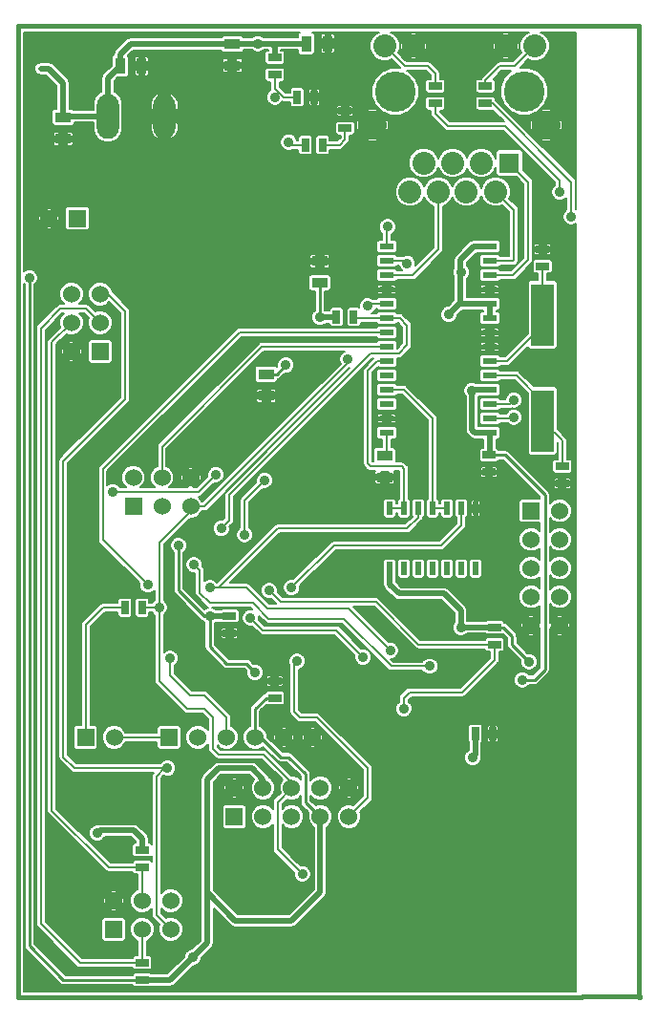
<source format=gbl>
G04 (created by PCBNEW (2011-nov-30)-testing) date ven. 21 sept. 2012 13:34:49 CEST*
%MOIN*%
G04 Gerber Fmt 3.4, Leading zero omitted, Abs format*
%FSLAX34Y34*%
G01*
G70*
G90*
G04 APERTURE LIST*
%ADD10C,0.006*%
%ADD11C,0.015*%
%ADD12R,0.035X0.055*%
%ADD13R,0.055X0.035*%
%ADD14R,0.045X0.025*%
%ADD15R,0.025X0.045*%
%ADD16R,0.06X0.06*%
%ADD17C,0.06*%
%ADD18O,0.078X0.156*%
%ADD19R,0.05X0.02*%
%ADD20R,0.02X0.045*%
%ADD21R,0.0787X0.2165*%
%ADD22C,0.1417*%
%ADD23R,0.07X0.07*%
%ADD24C,0.08*%
%ADD25C,0.1*%
%ADD26C,0.035*%
%ADD27C,0.02*%
%ADD28C,0.01*%
%ADD29C,0.008*%
%ADD30C,0.005*%
G04 APERTURE END LIST*
G54D10*
G54D11*
X41350Y-39350D02*
X19675Y-39350D01*
X41375Y-73225D02*
X41375Y-73250D01*
X39375Y-73225D02*
X41375Y-73225D01*
X19685Y-73228D02*
X19685Y-39370D01*
X39370Y-73228D02*
X19685Y-73228D01*
X41370Y-39370D02*
X41370Y-73228D01*
G54D12*
X23247Y-40748D03*
X23997Y-40748D03*
G54D13*
X21260Y-42538D03*
X21260Y-43288D03*
X32480Y-54349D03*
X32480Y-55099D03*
X28346Y-51495D03*
X28346Y-52245D03*
X27165Y-39979D03*
X27165Y-40729D03*
G54D12*
X29743Y-39961D03*
X30493Y-39961D03*
G54D13*
X30217Y-48308D03*
X30217Y-47558D03*
G54D14*
X24016Y-72643D03*
X24016Y-72043D03*
X36319Y-60330D03*
X36319Y-60930D03*
G54D15*
X30802Y-49508D03*
X31402Y-49508D03*
G54D14*
X24016Y-68106D03*
X24016Y-68706D03*
G54D15*
X29424Y-41831D03*
X30024Y-41831D03*
G54D14*
X28642Y-40448D03*
X28642Y-41048D03*
X31102Y-42918D03*
X31102Y-42318D03*
G54D15*
X36245Y-64055D03*
X35645Y-64055D03*
G54D14*
X38681Y-54720D03*
X38681Y-55320D03*
X36122Y-54926D03*
X36122Y-54326D03*
G54D15*
X29720Y-43504D03*
X30320Y-43504D03*
G54D14*
X28642Y-62200D03*
X28642Y-62800D03*
X27067Y-59936D03*
X27067Y-60536D03*
X37992Y-47741D03*
X37992Y-47141D03*
G54D15*
X23420Y-59646D03*
X24020Y-59646D03*
G54D16*
X23705Y-56110D03*
G54D17*
X23705Y-55110D03*
X24705Y-56110D03*
X24705Y-55110D03*
X25705Y-56110D03*
X25705Y-55110D03*
G54D16*
X24961Y-64173D03*
G54D17*
X25961Y-64173D03*
X26961Y-64173D03*
X27961Y-64173D03*
X28961Y-64173D03*
X29961Y-64173D03*
G54D18*
X24790Y-42500D03*
X22820Y-42500D03*
G54D19*
X32550Y-53545D03*
X32550Y-53045D03*
X32550Y-52545D03*
X32550Y-52045D03*
X32550Y-51545D03*
X32550Y-51045D03*
X32550Y-50545D03*
X32550Y-50045D03*
X32550Y-49545D03*
X32550Y-49045D03*
X32550Y-48545D03*
X32550Y-48045D03*
X32550Y-47545D03*
X32550Y-47045D03*
X36150Y-47045D03*
X36150Y-47545D03*
X36150Y-48045D03*
X36150Y-48545D03*
X36150Y-49045D03*
X36150Y-49545D03*
X36150Y-50045D03*
X36150Y-50545D03*
X36150Y-51045D03*
X36150Y-51545D03*
X36150Y-52045D03*
X36150Y-52545D03*
X36150Y-53045D03*
X36150Y-53545D03*
G54D20*
X32654Y-56183D03*
X33154Y-56183D03*
X33654Y-56183D03*
X34154Y-56183D03*
X34654Y-56183D03*
X35154Y-56183D03*
X35654Y-56183D03*
X35654Y-58283D03*
X35154Y-58283D03*
X34654Y-58283D03*
X34154Y-58283D03*
X33654Y-58283D03*
X33154Y-58283D03*
X32654Y-58283D03*
G54D21*
X37992Y-49430D03*
X37992Y-53130D03*
G54D16*
X22039Y-64173D03*
G54D17*
X23039Y-64173D03*
G54D14*
X36000Y-42050D03*
X36000Y-41450D03*
X34250Y-42050D03*
X34250Y-41450D03*
G54D22*
X32856Y-41648D03*
X37344Y-41629D03*
G54D23*
X36832Y-44129D03*
G54D24*
X36360Y-45133D03*
X35848Y-44129D03*
X35336Y-45133D03*
X34864Y-44129D03*
X34352Y-45133D03*
X33840Y-44129D03*
X33368Y-45133D03*
X37718Y-40054D03*
X36714Y-40054D03*
X33486Y-40054D03*
X32482Y-40054D03*
G54D25*
X38112Y-42810D03*
X32049Y-42810D03*
G54D16*
X23016Y-70874D03*
G54D17*
X23016Y-69874D03*
X24016Y-70874D03*
X24016Y-69874D03*
X25016Y-70874D03*
X25016Y-69874D03*
G54D16*
X22547Y-50705D03*
G54D17*
X21547Y-50705D03*
X22547Y-49705D03*
X21547Y-49705D03*
X22547Y-48705D03*
X21547Y-48705D03*
G54D16*
X27232Y-66937D03*
G54D17*
X27232Y-65937D03*
X28232Y-66937D03*
X28232Y-65937D03*
X29232Y-66937D03*
X29232Y-65937D03*
X30232Y-66937D03*
X30232Y-65937D03*
X31232Y-66937D03*
X31232Y-65937D03*
G54D16*
X37591Y-56268D03*
G54D17*
X38591Y-56268D03*
X37591Y-57268D03*
X38591Y-57268D03*
X37591Y-58268D03*
X38591Y-58268D03*
X37591Y-59268D03*
X38591Y-59268D03*
X37591Y-60268D03*
X38591Y-60268D03*
G54D16*
X21760Y-46063D03*
G54D17*
X20760Y-46063D03*
G54D26*
X28051Y-39961D03*
X35157Y-47953D03*
X34724Y-49409D03*
X35551Y-64882D03*
X37283Y-62165D03*
X35531Y-52067D03*
X26378Y-59941D03*
X25787Y-71850D03*
X29035Y-51181D03*
X22441Y-67520D03*
X20079Y-48130D03*
X25295Y-57480D03*
X37520Y-61535D03*
X35138Y-60335D03*
X30217Y-49508D03*
X27953Y-61909D03*
X24902Y-65256D03*
X31201Y-50984D03*
X31890Y-49114D03*
X24606Y-59646D03*
X29606Y-68937D03*
X26772Y-56890D03*
X29233Y-58957D03*
X27953Y-61024D03*
X36378Y-64843D03*
X25000Y-60138D03*
X30512Y-55413D03*
X28300Y-55200D03*
X27600Y-57100D03*
X26600Y-55000D03*
X23000Y-55600D03*
X38600Y-45150D03*
X37000Y-52400D03*
X37000Y-53000D03*
X39000Y-46000D03*
X33268Y-47638D03*
X32579Y-46358D03*
X29134Y-43406D03*
X28642Y-41831D03*
X25000Y-61417D03*
X27795Y-60000D03*
X31732Y-61378D03*
X24213Y-58858D03*
X26378Y-58957D03*
X32677Y-61142D03*
X25827Y-58150D03*
X34055Y-61693D03*
X29429Y-61516D03*
X33150Y-63189D03*
X28445Y-59055D03*
G54D27*
X22820Y-42500D02*
X21298Y-42500D01*
X21298Y-42500D02*
X21260Y-42538D01*
X23247Y-40748D02*
X23247Y-40336D01*
X20760Y-40839D02*
X20472Y-40839D01*
X21260Y-41339D02*
X20760Y-40839D01*
X23247Y-40336D02*
X23604Y-39979D01*
X28543Y-39961D02*
X28642Y-40060D01*
X28051Y-39961D02*
X29743Y-39961D01*
X28543Y-39961D02*
X28051Y-39961D01*
X28051Y-39961D02*
X27183Y-39961D01*
X23604Y-39979D02*
X27165Y-39979D01*
X28642Y-40448D02*
X28642Y-40060D01*
X22820Y-41175D02*
X23247Y-40748D01*
X22820Y-42500D02*
X22820Y-41175D01*
X21260Y-42538D02*
X21260Y-41339D01*
X27183Y-39961D02*
X27165Y-39979D01*
G54D28*
X37717Y-62165D02*
X38071Y-61811D01*
X36688Y-54326D02*
X36122Y-54326D01*
G54D27*
X36150Y-49045D02*
X36150Y-49545D01*
G54D28*
X38071Y-55709D02*
X36688Y-54326D01*
G54D27*
X35632Y-53545D02*
X36150Y-53545D01*
X35593Y-47045D02*
X36150Y-47045D01*
X36150Y-54298D02*
X36122Y-54326D01*
X35118Y-49045D02*
X35118Y-47953D01*
X35645Y-64788D02*
X35551Y-64882D01*
X35088Y-49045D02*
X35118Y-49045D01*
X35531Y-52067D02*
X35531Y-53444D01*
X34724Y-49409D02*
X35088Y-49045D01*
X36150Y-53545D02*
X36150Y-54298D01*
X35531Y-53444D02*
X35632Y-53545D01*
X35531Y-52067D02*
X35553Y-52045D01*
X35553Y-52045D02*
X36150Y-52045D01*
X35118Y-47520D02*
X35593Y-47045D01*
X35118Y-49045D02*
X36150Y-49045D01*
X35645Y-64055D02*
X35645Y-64788D01*
G54D28*
X37283Y-62165D02*
X37717Y-62165D01*
G54D27*
X35157Y-47953D02*
X35118Y-47953D01*
G54D28*
X38071Y-61811D02*
X38071Y-55709D01*
G54D27*
X35118Y-47953D02*
X35118Y-47520D01*
X35138Y-60335D02*
X35143Y-60330D01*
X32972Y-59154D02*
X34547Y-59154D01*
X22540Y-67421D02*
X22441Y-67520D01*
G54D28*
X26181Y-59941D02*
X25295Y-59055D01*
X27961Y-64173D02*
X27961Y-63181D01*
G54D27*
X32654Y-58283D02*
X32654Y-58836D01*
G54D28*
X25295Y-59055D02*
X25295Y-57480D01*
X28346Y-51495D02*
X28721Y-51495D01*
X21265Y-72643D02*
X20079Y-71457D01*
G54D27*
X24994Y-72643D02*
X25787Y-71850D01*
X26280Y-65649D02*
X26280Y-69587D01*
G54D28*
X24016Y-72643D02*
X21265Y-72643D01*
G54D27*
X29233Y-70570D02*
X27263Y-70570D01*
G54D28*
X28721Y-51495D02*
X29035Y-51181D01*
G54D27*
X27854Y-65256D02*
X26673Y-65256D01*
G54D28*
X30224Y-66937D02*
X29724Y-66437D01*
X28838Y-64862D02*
X28149Y-64173D01*
X20079Y-71457D02*
X20079Y-48130D01*
X27953Y-61909D02*
X27658Y-61614D01*
G54D27*
X26378Y-59941D02*
X26383Y-59936D01*
X26673Y-65256D02*
X26280Y-65649D01*
X24016Y-72643D02*
X24994Y-72643D01*
G54D28*
X29724Y-65453D02*
X29133Y-64862D01*
X29724Y-66437D02*
X29724Y-65453D01*
X29133Y-64862D02*
X28838Y-64862D01*
X28149Y-64173D02*
X27961Y-64173D01*
G54D27*
X27263Y-70570D02*
X26280Y-69587D01*
G54D28*
X27961Y-63181D02*
X28342Y-62800D01*
G54D27*
X28232Y-65634D02*
X27854Y-65256D01*
X35143Y-60330D02*
X36319Y-60330D01*
X35138Y-59745D02*
X35138Y-60335D01*
X32654Y-58836D02*
X32972Y-59154D01*
G54D28*
X36929Y-60944D02*
X36929Y-60629D01*
G54D27*
X34547Y-59154D02*
X35138Y-59745D01*
X26383Y-59936D02*
X27067Y-59936D01*
G54D28*
X28342Y-62800D02*
X28642Y-62800D01*
G54D27*
X30217Y-49508D02*
X30802Y-49508D01*
G54D28*
X26378Y-61023D02*
X26378Y-59941D01*
X37520Y-61535D02*
X36929Y-60944D01*
X26969Y-61614D02*
X26378Y-61023D01*
G54D27*
X30232Y-69571D02*
X29233Y-70570D01*
G54D28*
X36929Y-60629D02*
X36630Y-60330D01*
G54D27*
X26280Y-69587D02*
X26280Y-71357D01*
G54D28*
X30232Y-66937D02*
X30224Y-66937D01*
X36630Y-60330D02*
X36319Y-60330D01*
X30217Y-48308D02*
X30217Y-49508D01*
G54D27*
X28232Y-65937D02*
X28232Y-65634D01*
X23720Y-67421D02*
X22540Y-67421D01*
X30232Y-66937D02*
X30232Y-69571D01*
G54D28*
X27559Y-61614D02*
X26969Y-61614D01*
X27658Y-61614D02*
X27559Y-61614D01*
X26378Y-59941D02*
X26181Y-59941D01*
G54D27*
X24016Y-68106D02*
X24016Y-67717D01*
X26280Y-71357D02*
X25787Y-71850D01*
X24016Y-67717D02*
X23720Y-67421D01*
G54D29*
X24902Y-65256D02*
X21654Y-65256D01*
X23425Y-52363D02*
X23425Y-49311D01*
X23425Y-49311D02*
X22819Y-48705D01*
X21654Y-65256D02*
X21260Y-64862D01*
X25016Y-70874D02*
X25008Y-70874D01*
X24508Y-65551D02*
X24803Y-65256D01*
X24803Y-65256D02*
X24902Y-65256D01*
X22819Y-48705D02*
X22547Y-48705D01*
X24508Y-70374D02*
X24508Y-65551D01*
X25008Y-70874D02*
X24508Y-70374D01*
X21260Y-64862D02*
X21260Y-54528D01*
X21260Y-54528D02*
X23425Y-52363D01*
X25705Y-56283D02*
X25705Y-56110D01*
X32550Y-49045D02*
X31959Y-49045D01*
X26181Y-63189D02*
X26476Y-63484D01*
X25590Y-63189D02*
X26181Y-63189D01*
X31201Y-50984D02*
X31201Y-51099D01*
X24606Y-62205D02*
X25590Y-63189D01*
X29376Y-68725D02*
X28740Y-68089D01*
X28249Y-64764D02*
X29232Y-65747D01*
X29376Y-68707D02*
X29606Y-68937D01*
X24606Y-59646D02*
X24606Y-62205D01*
X24606Y-59646D02*
X24606Y-57382D01*
X29376Y-68701D02*
X29376Y-68707D01*
X29376Y-68701D02*
X29376Y-68725D01*
X25705Y-56110D02*
X25705Y-56087D01*
X24606Y-59646D02*
X24020Y-59646D01*
X28740Y-66429D02*
X29232Y-65937D01*
X24606Y-57382D02*
X25705Y-56283D01*
X26476Y-63484D02*
X26476Y-64566D01*
X26190Y-56110D02*
X25705Y-56110D01*
X26476Y-64566D02*
X26674Y-64764D01*
X31890Y-49114D02*
X31959Y-49045D01*
X29376Y-68702D02*
X29376Y-68701D01*
X28740Y-68089D02*
X28740Y-66429D01*
X26674Y-64764D02*
X28249Y-64764D01*
X29232Y-65747D02*
X29232Y-65937D01*
X31201Y-51099D02*
X26190Y-56110D01*
X33268Y-49804D02*
X33009Y-49545D01*
X27067Y-56595D02*
X27067Y-55709D01*
X33268Y-50492D02*
X33268Y-49804D01*
X32973Y-50787D02*
X33268Y-50492D01*
X26772Y-56890D02*
X27067Y-56595D01*
X31439Y-49545D02*
X31402Y-49508D01*
X32550Y-49545D02*
X31439Y-49545D01*
X27067Y-55709D02*
X31989Y-50787D01*
X31989Y-50787D02*
X32973Y-50787D01*
X33009Y-49545D02*
X32550Y-49545D01*
X34449Y-57480D02*
X35154Y-56775D01*
X29233Y-58957D02*
X30710Y-57480D01*
X30710Y-57480D02*
X34449Y-57480D01*
X35154Y-56183D02*
X35154Y-56775D01*
G54D27*
X28642Y-62200D02*
X28642Y-61713D01*
X28642Y-61713D02*
X27953Y-61024D01*
X36245Y-64055D02*
X36245Y-64710D01*
X36245Y-64710D02*
X36378Y-64843D01*
G54D29*
X23039Y-64173D02*
X24961Y-64173D01*
X22638Y-59646D02*
X22039Y-60245D01*
X23420Y-59646D02*
X22638Y-59646D01*
X22039Y-60245D02*
X22039Y-64173D01*
X28300Y-55200D02*
X27600Y-55900D01*
X27600Y-55900D02*
X27600Y-57100D01*
X23017Y-55617D02*
X25900Y-55617D01*
X25983Y-55617D02*
X26600Y-55000D01*
X25900Y-55617D02*
X25917Y-55617D01*
X23000Y-55600D02*
X23017Y-55617D01*
X25983Y-55617D02*
X25900Y-55617D01*
X32550Y-53545D02*
X32550Y-54279D01*
X32550Y-54279D02*
X32480Y-54349D01*
X33071Y-54724D02*
X31988Y-54724D01*
X31890Y-54626D02*
X31890Y-51378D01*
X31988Y-54724D02*
X31890Y-54626D01*
X33154Y-56183D02*
X32654Y-56183D01*
X31890Y-51378D02*
X32223Y-51045D01*
X33154Y-56183D02*
X33154Y-54807D01*
X32223Y-51045D02*
X32550Y-51045D01*
X33154Y-54807D02*
X33071Y-54724D01*
X34250Y-41000D02*
X34000Y-40750D01*
X34250Y-41450D02*
X34250Y-41000D01*
X33178Y-40750D02*
X32482Y-40054D01*
X34000Y-40750D02*
X33178Y-40750D01*
X37500Y-44797D02*
X36832Y-44129D01*
X37500Y-47500D02*
X37500Y-44797D01*
X36150Y-48045D02*
X36955Y-48045D01*
X36955Y-48045D02*
X37500Y-47500D01*
X34352Y-47148D02*
X34352Y-45133D01*
X33455Y-48045D02*
X34352Y-47148D01*
X32550Y-48045D02*
X33455Y-48045D01*
X36855Y-52545D02*
X36150Y-52545D01*
X34250Y-42400D02*
X34700Y-42850D01*
X37000Y-52400D02*
X36855Y-52545D01*
X34250Y-42050D02*
X34250Y-42400D01*
X38600Y-44750D02*
X38600Y-45150D01*
X36700Y-42850D02*
X38600Y-44750D01*
X34700Y-42850D02*
X36700Y-42850D01*
X37000Y-47500D02*
X37000Y-45773D01*
X37000Y-45773D02*
X36360Y-45133D01*
X36955Y-47545D02*
X37000Y-47500D01*
X36150Y-47545D02*
X36955Y-47545D01*
X39000Y-45000D02*
X39000Y-44800D01*
X37000Y-53000D02*
X36955Y-53045D01*
X39000Y-45000D02*
X39000Y-46000D01*
X39000Y-44800D02*
X36250Y-42050D01*
X36250Y-42050D02*
X36000Y-42050D01*
X36150Y-53045D02*
X36955Y-53045D01*
X37022Y-40750D02*
X37718Y-40054D01*
X36000Y-41250D02*
X36500Y-40750D01*
X36500Y-40750D02*
X37022Y-40750D01*
X36000Y-41450D02*
X36000Y-41250D01*
X33268Y-47638D02*
X33175Y-47545D01*
X33175Y-47545D02*
X32550Y-47545D01*
X32550Y-52045D02*
X33147Y-52045D01*
X34154Y-53052D02*
X34154Y-56183D01*
X34654Y-56183D02*
X34154Y-56183D01*
X33147Y-52045D02*
X34154Y-53052D01*
X32579Y-46358D02*
X32550Y-46387D01*
X32550Y-46387D02*
X32550Y-47045D01*
X38681Y-54720D02*
X38681Y-53819D01*
X37076Y-51545D02*
X36150Y-51545D01*
X38681Y-53819D02*
X37992Y-53130D01*
X37992Y-52461D02*
X37076Y-51545D01*
X37992Y-53130D02*
X37992Y-52461D01*
X37992Y-47741D02*
X37992Y-49430D01*
X36750Y-51045D02*
X36150Y-51045D01*
X37992Y-49430D02*
X37992Y-49803D01*
X37992Y-49803D02*
X36750Y-51045D01*
X30905Y-43504D02*
X31102Y-43307D01*
X31102Y-43307D02*
X31102Y-42918D01*
X30320Y-43504D02*
X30905Y-43504D01*
X29720Y-43504D02*
X29232Y-43504D01*
X29232Y-43504D02*
X29134Y-43406D01*
X29424Y-41831D02*
X28938Y-41831D01*
X28938Y-41831D02*
X28790Y-41683D01*
X28790Y-41683D02*
X28642Y-41831D01*
X28790Y-41683D02*
X28642Y-41535D01*
X28642Y-41535D02*
X28642Y-41048D01*
X25000Y-62008D02*
X25000Y-61417D01*
X26181Y-62697D02*
X25689Y-62697D01*
X25689Y-62697D02*
X25000Y-62008D01*
X26961Y-63477D02*
X26181Y-62697D01*
X26961Y-64173D02*
X26961Y-63477D01*
X21161Y-49213D02*
X22055Y-49213D01*
X20472Y-70669D02*
X20472Y-49902D01*
X20472Y-49902D02*
X21161Y-49213D01*
X24016Y-72043D02*
X24016Y-70874D01*
X21846Y-72043D02*
X20472Y-70669D01*
X24016Y-72043D02*
X21846Y-72043D01*
X22055Y-49213D02*
X22547Y-49705D01*
X24016Y-68706D02*
X22840Y-68706D01*
X20866Y-66732D02*
X20866Y-50386D01*
X24016Y-68706D02*
X24016Y-69874D01*
X22840Y-68706D02*
X20866Y-66732D01*
X20866Y-50386D02*
X21547Y-49705D01*
X30787Y-60433D02*
X28228Y-60433D01*
X28228Y-60433D02*
X27795Y-60000D01*
X24213Y-58858D02*
X22638Y-57283D01*
X22638Y-57283D02*
X22638Y-54822D01*
X27415Y-50045D02*
X32550Y-50045D01*
X22638Y-54822D02*
X27415Y-50045D01*
X31732Y-61378D02*
X30787Y-60433D01*
X26378Y-58957D02*
X26673Y-58957D01*
X28740Y-56890D02*
X26673Y-58957D01*
X33654Y-56183D02*
X33654Y-56504D01*
X33654Y-56504D02*
X33268Y-56890D01*
X33268Y-56890D02*
X28740Y-56890D01*
X31220Y-59685D02*
X28386Y-59685D01*
X26378Y-58957D02*
X27658Y-58957D01*
X28386Y-59685D02*
X27658Y-58957D01*
X32677Y-61142D02*
X31220Y-59685D01*
X26024Y-59134D02*
X26378Y-59488D01*
X25827Y-58150D02*
X26024Y-58347D01*
X27677Y-59488D02*
X27874Y-59488D01*
X26024Y-58347D02*
X26024Y-59134D01*
X28195Y-50545D02*
X32550Y-50545D01*
X24705Y-54035D02*
X28195Y-50545D01*
X26378Y-59488D02*
X27677Y-59488D01*
X28425Y-60039D02*
X31063Y-60039D01*
X24705Y-55110D02*
X24705Y-54035D01*
X31063Y-60039D02*
X32717Y-61693D01*
X27874Y-59488D02*
X28425Y-60039D01*
X32717Y-61693D02*
X34055Y-61693D01*
X31890Y-65256D02*
X31890Y-66279D01*
X29331Y-61614D02*
X29331Y-63287D01*
X30118Y-63484D02*
X31890Y-65256D01*
X29331Y-63287D02*
X29528Y-63484D01*
X31890Y-66279D02*
X31232Y-66937D01*
X29528Y-63484D02*
X30118Y-63484D01*
X29429Y-61516D02*
X29331Y-61614D01*
X36319Y-61476D02*
X35197Y-62598D01*
X35197Y-62598D02*
X33347Y-62598D01*
X33347Y-62598D02*
X33150Y-62795D01*
X33150Y-62795D02*
X33150Y-63189D01*
X36319Y-60930D02*
X36319Y-61476D01*
X28445Y-59055D02*
X28839Y-59449D01*
X28839Y-59449D02*
X32186Y-59449D01*
X32186Y-59449D02*
X33667Y-60930D01*
X33667Y-60930D02*
X36319Y-60930D01*
G54D10*
G36*
X31080Y-50710D02*
X31032Y-50730D01*
X30948Y-50814D01*
X30902Y-50924D01*
X30902Y-51043D01*
X30937Y-51129D01*
X29334Y-52732D01*
X29334Y-51241D01*
X29334Y-51122D01*
X29289Y-51012D01*
X29205Y-50928D01*
X29095Y-50882D01*
X28976Y-50882D01*
X28866Y-50927D01*
X28782Y-51011D01*
X28736Y-51121D01*
X28736Y-51232D01*
X28723Y-51245D01*
X28692Y-51214D01*
X28646Y-51195D01*
X28596Y-51195D01*
X28046Y-51195D01*
X28000Y-51214D01*
X27965Y-51249D01*
X27946Y-51295D01*
X27946Y-51345D01*
X27946Y-51695D01*
X27965Y-51741D01*
X28000Y-51776D01*
X28046Y-51795D01*
X28096Y-51795D01*
X28646Y-51795D01*
X28692Y-51776D01*
X28727Y-51741D01*
X28746Y-51695D01*
X28746Y-51665D01*
X28788Y-51657D01*
X28845Y-51619D01*
X28984Y-51480D01*
X29094Y-51480D01*
X29204Y-51435D01*
X29288Y-51351D01*
X29334Y-51241D01*
X29334Y-52732D01*
X28696Y-53370D01*
X28696Y-52435D01*
X28696Y-52350D01*
X28696Y-52140D01*
X28696Y-52055D01*
X28685Y-52027D01*
X28663Y-52006D01*
X28636Y-51995D01*
X28606Y-51995D01*
X28501Y-51995D01*
X28483Y-52013D01*
X28483Y-52158D01*
X28678Y-52158D01*
X28696Y-52140D01*
X28696Y-52350D01*
X28678Y-52332D01*
X28483Y-52332D01*
X28483Y-52477D01*
X28501Y-52495D01*
X28606Y-52495D01*
X28636Y-52495D01*
X28663Y-52484D01*
X28685Y-52463D01*
X28696Y-52435D01*
X28696Y-53370D01*
X28209Y-53857D01*
X28209Y-52477D01*
X28209Y-52332D01*
X28209Y-52158D01*
X28209Y-52013D01*
X28191Y-51995D01*
X28086Y-51995D01*
X28056Y-51995D01*
X28029Y-52006D01*
X28007Y-52027D01*
X27996Y-52055D01*
X27996Y-52140D01*
X28014Y-52158D01*
X28209Y-52158D01*
X28209Y-52332D01*
X28014Y-52332D01*
X27996Y-52350D01*
X27996Y-52435D01*
X28007Y-52463D01*
X28029Y-52484D01*
X28056Y-52495D01*
X28086Y-52495D01*
X28191Y-52495D01*
X28209Y-52477D01*
X28209Y-53857D01*
X26121Y-55945D01*
X26096Y-55945D01*
X26066Y-55870D01*
X25978Y-55782D01*
X25983Y-55782D01*
X26046Y-55769D01*
X26100Y-55734D01*
X26535Y-55297D01*
X26540Y-55299D01*
X26659Y-55299D01*
X26769Y-55254D01*
X26853Y-55170D01*
X26899Y-55060D01*
X26899Y-54941D01*
X26854Y-54831D01*
X26770Y-54747D01*
X26660Y-54701D01*
X26541Y-54701D01*
X26431Y-54746D01*
X26347Y-54830D01*
X26301Y-54940D01*
X26301Y-55059D01*
X26302Y-55063D01*
X26073Y-55292D01*
X26073Y-55044D01*
X26071Y-55030D01*
X26039Y-54988D01*
X25917Y-55110D01*
X26039Y-55232D01*
X26071Y-55190D01*
X26073Y-55044D01*
X26073Y-55292D01*
X25914Y-55452D01*
X25900Y-55452D01*
X25816Y-55452D01*
X25827Y-55444D01*
X25827Y-54776D01*
X25785Y-54744D01*
X25639Y-54742D01*
X25625Y-54744D01*
X25583Y-54776D01*
X25705Y-54898D01*
X25827Y-54776D01*
X25827Y-55444D01*
X25705Y-55322D01*
X25583Y-55444D01*
X25593Y-55452D01*
X25493Y-55452D01*
X25493Y-55110D01*
X25371Y-54988D01*
X25339Y-55030D01*
X25337Y-55176D01*
X25339Y-55190D01*
X25371Y-55232D01*
X25493Y-55110D01*
X25493Y-55452D01*
X24964Y-55452D01*
X25065Y-55351D01*
X25130Y-55195D01*
X25130Y-55026D01*
X25066Y-54870D01*
X24946Y-54750D01*
X24870Y-54718D01*
X24870Y-54103D01*
X28263Y-50710D01*
X31080Y-50710D01*
X31080Y-50710D01*
G37*
G54D30*
X31080Y-50710D02*
X31032Y-50730D01*
X30948Y-50814D01*
X30902Y-50924D01*
X30902Y-51043D01*
X30937Y-51129D01*
X29334Y-52732D01*
X29334Y-51241D01*
X29334Y-51122D01*
X29289Y-51012D01*
X29205Y-50928D01*
X29095Y-50882D01*
X28976Y-50882D01*
X28866Y-50927D01*
X28782Y-51011D01*
X28736Y-51121D01*
X28736Y-51232D01*
X28723Y-51245D01*
X28692Y-51214D01*
X28646Y-51195D01*
X28596Y-51195D01*
X28046Y-51195D01*
X28000Y-51214D01*
X27965Y-51249D01*
X27946Y-51295D01*
X27946Y-51345D01*
X27946Y-51695D01*
X27965Y-51741D01*
X28000Y-51776D01*
X28046Y-51795D01*
X28096Y-51795D01*
X28646Y-51795D01*
X28692Y-51776D01*
X28727Y-51741D01*
X28746Y-51695D01*
X28746Y-51665D01*
X28788Y-51657D01*
X28845Y-51619D01*
X28984Y-51480D01*
X29094Y-51480D01*
X29204Y-51435D01*
X29288Y-51351D01*
X29334Y-51241D01*
X29334Y-52732D01*
X28696Y-53370D01*
X28696Y-52435D01*
X28696Y-52350D01*
X28696Y-52140D01*
X28696Y-52055D01*
X28685Y-52027D01*
X28663Y-52006D01*
X28636Y-51995D01*
X28606Y-51995D01*
X28501Y-51995D01*
X28483Y-52013D01*
X28483Y-52158D01*
X28678Y-52158D01*
X28696Y-52140D01*
X28696Y-52350D01*
X28678Y-52332D01*
X28483Y-52332D01*
X28483Y-52477D01*
X28501Y-52495D01*
X28606Y-52495D01*
X28636Y-52495D01*
X28663Y-52484D01*
X28685Y-52463D01*
X28696Y-52435D01*
X28696Y-53370D01*
X28209Y-53857D01*
X28209Y-52477D01*
X28209Y-52332D01*
X28209Y-52158D01*
X28209Y-52013D01*
X28191Y-51995D01*
X28086Y-51995D01*
X28056Y-51995D01*
X28029Y-52006D01*
X28007Y-52027D01*
X27996Y-52055D01*
X27996Y-52140D01*
X28014Y-52158D01*
X28209Y-52158D01*
X28209Y-52332D01*
X28014Y-52332D01*
X27996Y-52350D01*
X27996Y-52435D01*
X28007Y-52463D01*
X28029Y-52484D01*
X28056Y-52495D01*
X28086Y-52495D01*
X28191Y-52495D01*
X28209Y-52477D01*
X28209Y-53857D01*
X26121Y-55945D01*
X26096Y-55945D01*
X26066Y-55870D01*
X25978Y-55782D01*
X25983Y-55782D01*
X26046Y-55769D01*
X26100Y-55734D01*
X26535Y-55297D01*
X26540Y-55299D01*
X26659Y-55299D01*
X26769Y-55254D01*
X26853Y-55170D01*
X26899Y-55060D01*
X26899Y-54941D01*
X26854Y-54831D01*
X26770Y-54747D01*
X26660Y-54701D01*
X26541Y-54701D01*
X26431Y-54746D01*
X26347Y-54830D01*
X26301Y-54940D01*
X26301Y-55059D01*
X26302Y-55063D01*
X26073Y-55292D01*
X26073Y-55044D01*
X26071Y-55030D01*
X26039Y-54988D01*
X25917Y-55110D01*
X26039Y-55232D01*
X26071Y-55190D01*
X26073Y-55044D01*
X26073Y-55292D01*
X25914Y-55452D01*
X25900Y-55452D01*
X25816Y-55452D01*
X25827Y-55444D01*
X25827Y-54776D01*
X25785Y-54744D01*
X25639Y-54742D01*
X25625Y-54744D01*
X25583Y-54776D01*
X25705Y-54898D01*
X25827Y-54776D01*
X25827Y-55444D01*
X25705Y-55322D01*
X25583Y-55444D01*
X25593Y-55452D01*
X25493Y-55452D01*
X25493Y-55110D01*
X25371Y-54988D01*
X25339Y-55030D01*
X25337Y-55176D01*
X25339Y-55190D01*
X25371Y-55232D01*
X25493Y-55110D01*
X25493Y-55452D01*
X24964Y-55452D01*
X25065Y-55351D01*
X25130Y-55195D01*
X25130Y-55026D01*
X25066Y-54870D01*
X24946Y-54750D01*
X24870Y-54718D01*
X24870Y-54103D01*
X28263Y-50710D01*
X31080Y-50710D01*
G54D10*
G36*
X39170Y-73028D02*
X39031Y-73028D01*
X39031Y-54870D01*
X39031Y-54820D01*
X39031Y-54570D01*
X39012Y-54524D01*
X38977Y-54489D01*
X38931Y-54470D01*
X38881Y-54470D01*
X38846Y-54470D01*
X38846Y-53819D01*
X38833Y-53756D01*
X38798Y-53702D01*
X38795Y-53700D01*
X38510Y-53414D01*
X38510Y-52023D01*
X38510Y-50537D01*
X38510Y-50487D01*
X38510Y-48323D01*
X38491Y-48277D01*
X38456Y-48242D01*
X38410Y-48223D01*
X38360Y-48223D01*
X38157Y-48223D01*
X38157Y-47991D01*
X38242Y-47991D01*
X38288Y-47972D01*
X38323Y-47937D01*
X38342Y-47891D01*
X38342Y-47841D01*
X38342Y-47591D01*
X38323Y-47545D01*
X38292Y-47514D01*
X38292Y-47281D01*
X38292Y-47221D01*
X38292Y-47061D01*
X38292Y-47001D01*
X38281Y-46973D01*
X38259Y-46952D01*
X38232Y-46941D01*
X38202Y-46941D01*
X38122Y-46941D01*
X38104Y-46959D01*
X38104Y-47079D01*
X38274Y-47079D01*
X38292Y-47061D01*
X38292Y-47221D01*
X38274Y-47203D01*
X38104Y-47203D01*
X38104Y-47323D01*
X38122Y-47341D01*
X38202Y-47341D01*
X38232Y-47341D01*
X38259Y-47330D01*
X38281Y-47309D01*
X38292Y-47281D01*
X38292Y-47514D01*
X38288Y-47510D01*
X38242Y-47491D01*
X38192Y-47491D01*
X37880Y-47491D01*
X37880Y-47323D01*
X37880Y-47203D01*
X37880Y-47079D01*
X37880Y-46959D01*
X37862Y-46941D01*
X37782Y-46941D01*
X37752Y-46941D01*
X37725Y-46952D01*
X37703Y-46973D01*
X37692Y-47001D01*
X37692Y-47061D01*
X37710Y-47079D01*
X37880Y-47079D01*
X37880Y-47203D01*
X37710Y-47203D01*
X37692Y-47221D01*
X37692Y-47281D01*
X37703Y-47309D01*
X37725Y-47330D01*
X37752Y-47341D01*
X37782Y-47341D01*
X37862Y-47341D01*
X37880Y-47323D01*
X37880Y-47491D01*
X37742Y-47491D01*
X37696Y-47510D01*
X37665Y-47541D01*
X37665Y-47501D01*
X37664Y-47500D01*
X37665Y-47500D01*
X37665Y-44797D01*
X37652Y-44734D01*
X37617Y-44680D01*
X37614Y-44678D01*
X37307Y-44370D01*
X37307Y-43754D01*
X37288Y-43708D01*
X37253Y-43673D01*
X37207Y-43654D01*
X37157Y-43654D01*
X36457Y-43654D01*
X36411Y-43673D01*
X36376Y-43708D01*
X36357Y-43754D01*
X36357Y-43804D01*
X36357Y-43986D01*
X36293Y-43832D01*
X36146Y-43684D01*
X35953Y-43604D01*
X35744Y-43604D01*
X35551Y-43684D01*
X35403Y-43831D01*
X35355Y-43944D01*
X35309Y-43832D01*
X35162Y-43684D01*
X34969Y-43604D01*
X34760Y-43604D01*
X34567Y-43684D01*
X34419Y-43831D01*
X34351Y-43993D01*
X34285Y-43832D01*
X34138Y-43684D01*
X33945Y-43604D01*
X33736Y-43604D01*
X33543Y-43684D01*
X33395Y-43831D01*
X33315Y-44024D01*
X33315Y-44233D01*
X33395Y-44426D01*
X33542Y-44574D01*
X33735Y-44654D01*
X33944Y-44654D01*
X34137Y-44574D01*
X34285Y-44427D01*
X34352Y-44264D01*
X34419Y-44426D01*
X34566Y-44574D01*
X34759Y-44654D01*
X34968Y-44654D01*
X35161Y-44574D01*
X35309Y-44427D01*
X35356Y-44313D01*
X35403Y-44426D01*
X35550Y-44574D01*
X35743Y-44654D01*
X35952Y-44654D01*
X36145Y-44574D01*
X36293Y-44427D01*
X36357Y-44272D01*
X36357Y-44504D01*
X36376Y-44550D01*
X36411Y-44585D01*
X36457Y-44604D01*
X36507Y-44604D01*
X37073Y-44604D01*
X37335Y-44865D01*
X37335Y-47431D01*
X37165Y-47601D01*
X37165Y-47500D01*
X37165Y-45773D01*
X37152Y-45710D01*
X37117Y-45656D01*
X36830Y-45369D01*
X36885Y-45238D01*
X36885Y-45029D01*
X36805Y-44836D01*
X36658Y-44688D01*
X36465Y-44608D01*
X36256Y-44608D01*
X36063Y-44688D01*
X35915Y-44835D01*
X35847Y-44997D01*
X35781Y-44836D01*
X35634Y-44688D01*
X35441Y-44608D01*
X35232Y-44608D01*
X35039Y-44688D01*
X34891Y-44835D01*
X34843Y-44948D01*
X34797Y-44836D01*
X34650Y-44688D01*
X34457Y-44608D01*
X34248Y-44608D01*
X34055Y-44688D01*
X33907Y-44835D01*
X33859Y-44948D01*
X33813Y-44836D01*
X33666Y-44688D01*
X33473Y-44608D01*
X33264Y-44608D01*
X33071Y-44688D01*
X32923Y-44835D01*
X32843Y-45028D01*
X32843Y-45237D01*
X32923Y-45430D01*
X33070Y-45578D01*
X33263Y-45658D01*
X33472Y-45658D01*
X33665Y-45578D01*
X33813Y-45431D01*
X33860Y-45317D01*
X33907Y-45430D01*
X34054Y-45578D01*
X34187Y-45633D01*
X34187Y-47079D01*
X33567Y-47698D01*
X33567Y-47579D01*
X33522Y-47469D01*
X33438Y-47385D01*
X33328Y-47339D01*
X33209Y-47339D01*
X33108Y-47380D01*
X32925Y-47380D01*
X32925Y-47170D01*
X32925Y-47120D01*
X32925Y-46920D01*
X32906Y-46874D01*
X32871Y-46839D01*
X32825Y-46820D01*
X32775Y-46820D01*
X32715Y-46820D01*
X32715Y-46625D01*
X32748Y-46612D01*
X32832Y-46528D01*
X32878Y-46418D01*
X32878Y-46299D01*
X32833Y-46189D01*
X32749Y-46105D01*
X32639Y-46059D01*
X32615Y-46059D01*
X32615Y-42715D01*
X32609Y-42681D01*
X32568Y-42609D01*
X32367Y-42810D01*
X32568Y-43011D01*
X32609Y-42939D01*
X32615Y-42715D01*
X32615Y-46059D01*
X32520Y-46059D01*
X32410Y-46104D01*
X32326Y-46188D01*
X32280Y-46298D01*
X32280Y-46417D01*
X32325Y-46527D01*
X32385Y-46587D01*
X32385Y-46820D01*
X32275Y-46820D01*
X32250Y-46830D01*
X32250Y-43329D01*
X32250Y-42291D01*
X32178Y-42250D01*
X31954Y-42244D01*
X31920Y-42250D01*
X31848Y-42291D01*
X32049Y-42492D01*
X32250Y-42291D01*
X32250Y-43329D01*
X32049Y-43128D01*
X31848Y-43329D01*
X31920Y-43370D01*
X32144Y-43376D01*
X32178Y-43370D01*
X32250Y-43329D01*
X32250Y-46830D01*
X32229Y-46839D01*
X32194Y-46874D01*
X32175Y-46920D01*
X32175Y-46970D01*
X32175Y-47170D01*
X32194Y-47216D01*
X32229Y-47251D01*
X32275Y-47270D01*
X32325Y-47270D01*
X32825Y-47270D01*
X32871Y-47251D01*
X32906Y-47216D01*
X32925Y-47170D01*
X32925Y-47380D01*
X32908Y-47380D01*
X32906Y-47374D01*
X32871Y-47339D01*
X32825Y-47320D01*
X32775Y-47320D01*
X32275Y-47320D01*
X32229Y-47339D01*
X32194Y-47374D01*
X32175Y-47420D01*
X32175Y-47470D01*
X32175Y-47670D01*
X32194Y-47716D01*
X32229Y-47751D01*
X32275Y-47770D01*
X32325Y-47770D01*
X32825Y-47770D01*
X32871Y-47751D01*
X32906Y-47716D01*
X32908Y-47710D01*
X32974Y-47710D01*
X33014Y-47807D01*
X33087Y-47880D01*
X32908Y-47880D01*
X32906Y-47874D01*
X32871Y-47839D01*
X32825Y-47820D01*
X32775Y-47820D01*
X32275Y-47820D01*
X32229Y-47839D01*
X32194Y-47874D01*
X32175Y-47920D01*
X32175Y-47970D01*
X32175Y-48170D01*
X32194Y-48216D01*
X32229Y-48251D01*
X32275Y-48270D01*
X32325Y-48270D01*
X32825Y-48270D01*
X32871Y-48251D01*
X32906Y-48216D01*
X32908Y-48210D01*
X33455Y-48210D01*
X33518Y-48197D01*
X33572Y-48162D01*
X34466Y-47266D01*
X34468Y-47265D01*
X34469Y-47265D01*
X34504Y-47211D01*
X34517Y-47148D01*
X34517Y-45632D01*
X34649Y-45578D01*
X34797Y-45431D01*
X34844Y-45317D01*
X34891Y-45430D01*
X35038Y-45578D01*
X35231Y-45658D01*
X35440Y-45658D01*
X35633Y-45578D01*
X35781Y-45431D01*
X35848Y-45268D01*
X35915Y-45430D01*
X36062Y-45578D01*
X36255Y-45658D01*
X36464Y-45658D01*
X36596Y-45603D01*
X36835Y-45842D01*
X36835Y-47380D01*
X36508Y-47380D01*
X36506Y-47374D01*
X36471Y-47339D01*
X36425Y-47320D01*
X36375Y-47320D01*
X35875Y-47320D01*
X35829Y-47339D01*
X35794Y-47374D01*
X35775Y-47420D01*
X35775Y-47470D01*
X35775Y-47670D01*
X35794Y-47716D01*
X35829Y-47751D01*
X35875Y-47770D01*
X35925Y-47770D01*
X36425Y-47770D01*
X36471Y-47751D01*
X36506Y-47716D01*
X36508Y-47710D01*
X36955Y-47710D01*
X37018Y-47697D01*
X37072Y-47662D01*
X37114Y-47618D01*
X37116Y-47617D01*
X37117Y-47617D01*
X37152Y-47563D01*
X37165Y-47500D01*
X37165Y-47601D01*
X36886Y-47880D01*
X36508Y-47880D01*
X36506Y-47874D01*
X36471Y-47839D01*
X36425Y-47820D01*
X36375Y-47820D01*
X35875Y-47820D01*
X35829Y-47839D01*
X35794Y-47874D01*
X35775Y-47920D01*
X35775Y-47970D01*
X35775Y-48170D01*
X35794Y-48216D01*
X35829Y-48251D01*
X35875Y-48270D01*
X35925Y-48270D01*
X36425Y-48270D01*
X36471Y-48251D01*
X36506Y-48216D01*
X36508Y-48210D01*
X36955Y-48210D01*
X37018Y-48197D01*
X37072Y-48162D01*
X37614Y-47618D01*
X37616Y-47617D01*
X37617Y-47617D01*
X37652Y-47563D01*
X37665Y-47501D01*
X37665Y-47541D01*
X37661Y-47545D01*
X37642Y-47591D01*
X37642Y-47641D01*
X37642Y-47891D01*
X37661Y-47937D01*
X37696Y-47972D01*
X37742Y-47991D01*
X37792Y-47991D01*
X37827Y-47991D01*
X37827Y-48223D01*
X37574Y-48223D01*
X37528Y-48242D01*
X37493Y-48277D01*
X37474Y-48323D01*
X37474Y-48373D01*
X37474Y-50087D01*
X36681Y-50880D01*
X36525Y-50880D01*
X36525Y-49670D01*
X36525Y-49620D01*
X36525Y-49420D01*
X36506Y-49374D01*
X36471Y-49339D01*
X36425Y-49320D01*
X36375Y-49320D01*
X36375Y-49270D01*
X36425Y-49270D01*
X36471Y-49251D01*
X36506Y-49216D01*
X36525Y-49170D01*
X36525Y-49120D01*
X36525Y-48920D01*
X36506Y-48874D01*
X36475Y-48843D01*
X36475Y-48660D01*
X36475Y-48613D01*
X36475Y-48477D01*
X36475Y-48430D01*
X36464Y-48402D01*
X36442Y-48381D01*
X36415Y-48370D01*
X36385Y-48370D01*
X36293Y-48370D01*
X36275Y-48388D01*
X36275Y-48495D01*
X36457Y-48495D01*
X36475Y-48477D01*
X36475Y-48613D01*
X36457Y-48595D01*
X36275Y-48595D01*
X36275Y-48702D01*
X36293Y-48720D01*
X36385Y-48720D01*
X36415Y-48720D01*
X36442Y-48709D01*
X36464Y-48688D01*
X36475Y-48660D01*
X36475Y-48843D01*
X36471Y-48839D01*
X36425Y-48820D01*
X36375Y-48820D01*
X36150Y-48820D01*
X36025Y-48820D01*
X36025Y-48702D01*
X36025Y-48595D01*
X36025Y-48495D01*
X36025Y-48388D01*
X36007Y-48370D01*
X35915Y-48370D01*
X35885Y-48370D01*
X35858Y-48381D01*
X35836Y-48402D01*
X35825Y-48430D01*
X35825Y-48477D01*
X35843Y-48495D01*
X36025Y-48495D01*
X36025Y-48595D01*
X35843Y-48595D01*
X35825Y-48613D01*
X35825Y-48660D01*
X35836Y-48688D01*
X35858Y-48709D01*
X35885Y-48720D01*
X35915Y-48720D01*
X36007Y-48720D01*
X36025Y-48702D01*
X36025Y-48820D01*
X35875Y-48820D01*
X35343Y-48820D01*
X35343Y-48190D01*
X35410Y-48123D01*
X35456Y-48013D01*
X35456Y-47894D01*
X35411Y-47784D01*
X35343Y-47716D01*
X35343Y-47613D01*
X35686Y-47270D01*
X35875Y-47270D01*
X35925Y-47270D01*
X36150Y-47270D01*
X36425Y-47270D01*
X36471Y-47251D01*
X36506Y-47216D01*
X36525Y-47170D01*
X36525Y-47120D01*
X36525Y-46920D01*
X36506Y-46874D01*
X36471Y-46839D01*
X36425Y-46820D01*
X36375Y-46820D01*
X36150Y-46820D01*
X35875Y-46820D01*
X35593Y-46820D01*
X35507Y-46837D01*
X35482Y-46853D01*
X35433Y-46886D01*
X34959Y-47361D01*
X34910Y-47434D01*
X34893Y-47520D01*
X34893Y-47809D01*
X34858Y-47893D01*
X34858Y-48012D01*
X34893Y-48097D01*
X34893Y-48921D01*
X34704Y-49110D01*
X34665Y-49110D01*
X34555Y-49155D01*
X34471Y-49239D01*
X34425Y-49349D01*
X34425Y-49468D01*
X34470Y-49578D01*
X34554Y-49662D01*
X34664Y-49708D01*
X34783Y-49708D01*
X34893Y-49663D01*
X34977Y-49579D01*
X35023Y-49469D01*
X35023Y-49428D01*
X35181Y-49270D01*
X35875Y-49270D01*
X35925Y-49270D01*
X35925Y-49320D01*
X35875Y-49320D01*
X35829Y-49339D01*
X35794Y-49374D01*
X35775Y-49420D01*
X35775Y-49470D01*
X35775Y-49670D01*
X35794Y-49716D01*
X35829Y-49751D01*
X35875Y-49770D01*
X35925Y-49770D01*
X36150Y-49770D01*
X36425Y-49770D01*
X36471Y-49751D01*
X36506Y-49716D01*
X36525Y-49670D01*
X36525Y-50880D01*
X36508Y-50880D01*
X36506Y-50874D01*
X36475Y-50843D01*
X36475Y-50660D01*
X36475Y-50613D01*
X36475Y-50477D01*
X36475Y-50430D01*
X36475Y-50160D01*
X36475Y-50113D01*
X36475Y-49977D01*
X36475Y-49930D01*
X36464Y-49902D01*
X36442Y-49881D01*
X36415Y-49870D01*
X36385Y-49870D01*
X36293Y-49870D01*
X36275Y-49888D01*
X36275Y-49995D01*
X36457Y-49995D01*
X36475Y-49977D01*
X36475Y-50113D01*
X36457Y-50095D01*
X36275Y-50095D01*
X36275Y-50202D01*
X36293Y-50220D01*
X36385Y-50220D01*
X36415Y-50220D01*
X36442Y-50209D01*
X36464Y-50188D01*
X36475Y-50160D01*
X36475Y-50430D01*
X36464Y-50402D01*
X36442Y-50381D01*
X36415Y-50370D01*
X36385Y-50370D01*
X36293Y-50370D01*
X36275Y-50388D01*
X36275Y-50495D01*
X36457Y-50495D01*
X36475Y-50477D01*
X36475Y-50613D01*
X36457Y-50595D01*
X36275Y-50595D01*
X36275Y-50702D01*
X36293Y-50720D01*
X36385Y-50720D01*
X36415Y-50720D01*
X36442Y-50709D01*
X36464Y-50688D01*
X36475Y-50660D01*
X36475Y-50843D01*
X36471Y-50839D01*
X36425Y-50820D01*
X36375Y-50820D01*
X36025Y-50820D01*
X36025Y-50702D01*
X36025Y-50595D01*
X36025Y-50495D01*
X36025Y-50388D01*
X36025Y-50202D01*
X36025Y-50095D01*
X36025Y-49995D01*
X36025Y-49888D01*
X36007Y-49870D01*
X35915Y-49870D01*
X35885Y-49870D01*
X35858Y-49881D01*
X35836Y-49902D01*
X35825Y-49930D01*
X35825Y-49977D01*
X35843Y-49995D01*
X36025Y-49995D01*
X36025Y-50095D01*
X35843Y-50095D01*
X35825Y-50113D01*
X35825Y-50160D01*
X35836Y-50188D01*
X35858Y-50209D01*
X35885Y-50220D01*
X35915Y-50220D01*
X36007Y-50220D01*
X36025Y-50202D01*
X36025Y-50388D01*
X36007Y-50370D01*
X35915Y-50370D01*
X35885Y-50370D01*
X35858Y-50381D01*
X35836Y-50402D01*
X35825Y-50430D01*
X35825Y-50477D01*
X35843Y-50495D01*
X36025Y-50495D01*
X36025Y-50595D01*
X35843Y-50595D01*
X35825Y-50613D01*
X35825Y-50660D01*
X35836Y-50688D01*
X35858Y-50709D01*
X35885Y-50720D01*
X35915Y-50720D01*
X36007Y-50720D01*
X36025Y-50702D01*
X36025Y-50820D01*
X35875Y-50820D01*
X35829Y-50839D01*
X35794Y-50874D01*
X35775Y-50920D01*
X35775Y-50970D01*
X35775Y-51170D01*
X35794Y-51216D01*
X35829Y-51251D01*
X35875Y-51270D01*
X35925Y-51270D01*
X36425Y-51270D01*
X36471Y-51251D01*
X36506Y-51216D01*
X36508Y-51210D01*
X36750Y-51210D01*
X36813Y-51197D01*
X36867Y-51162D01*
X37479Y-50549D01*
X37493Y-50583D01*
X37528Y-50618D01*
X37574Y-50637D01*
X37624Y-50637D01*
X38410Y-50637D01*
X38456Y-50618D01*
X38491Y-50583D01*
X38510Y-50537D01*
X38510Y-52023D01*
X38491Y-51977D01*
X38456Y-51942D01*
X38410Y-51923D01*
X38360Y-51923D01*
X37687Y-51923D01*
X37193Y-51428D01*
X37139Y-51393D01*
X37076Y-51380D01*
X36508Y-51380D01*
X36506Y-51374D01*
X36471Y-51339D01*
X36425Y-51320D01*
X36375Y-51320D01*
X35875Y-51320D01*
X35829Y-51339D01*
X35794Y-51374D01*
X35775Y-51420D01*
X35775Y-51470D01*
X35775Y-51670D01*
X35794Y-51716D01*
X35829Y-51751D01*
X35875Y-51770D01*
X35925Y-51770D01*
X36425Y-51770D01*
X36471Y-51751D01*
X36506Y-51716D01*
X36508Y-51710D01*
X37007Y-51710D01*
X37474Y-52176D01*
X37474Y-54237D01*
X37493Y-54283D01*
X37528Y-54318D01*
X37574Y-54337D01*
X37624Y-54337D01*
X38410Y-54337D01*
X38456Y-54318D01*
X38491Y-54283D01*
X38510Y-54237D01*
X38510Y-54187D01*
X38510Y-53881D01*
X38516Y-53887D01*
X38516Y-54470D01*
X38431Y-54470D01*
X38385Y-54489D01*
X38350Y-54524D01*
X38331Y-54570D01*
X38331Y-54620D01*
X38331Y-54870D01*
X38350Y-54916D01*
X38385Y-54951D01*
X38431Y-54970D01*
X38481Y-54970D01*
X38931Y-54970D01*
X38977Y-54951D01*
X39012Y-54916D01*
X39031Y-54870D01*
X39031Y-73028D01*
X39016Y-73028D01*
X39016Y-59353D01*
X39016Y-59184D01*
X38952Y-59028D01*
X38832Y-58908D01*
X38676Y-58843D01*
X38507Y-58843D01*
X38351Y-58907D01*
X38246Y-59012D01*
X38246Y-58524D01*
X38350Y-58628D01*
X38506Y-58693D01*
X38675Y-58693D01*
X38831Y-58629D01*
X38951Y-58509D01*
X39016Y-58353D01*
X39016Y-58184D01*
X38952Y-58028D01*
X38832Y-57908D01*
X38676Y-57843D01*
X38507Y-57843D01*
X38351Y-57907D01*
X38246Y-58012D01*
X38246Y-57524D01*
X38350Y-57628D01*
X38506Y-57693D01*
X38675Y-57693D01*
X38831Y-57629D01*
X38951Y-57509D01*
X39016Y-57353D01*
X39016Y-57184D01*
X38952Y-57028D01*
X38832Y-56908D01*
X38676Y-56843D01*
X38507Y-56843D01*
X38351Y-56907D01*
X38246Y-57012D01*
X38246Y-56524D01*
X38350Y-56628D01*
X38506Y-56693D01*
X38675Y-56693D01*
X38831Y-56629D01*
X38951Y-56509D01*
X39016Y-56353D01*
X39016Y-56184D01*
X38981Y-56098D01*
X38981Y-55460D01*
X38981Y-55400D01*
X38981Y-55240D01*
X38981Y-55180D01*
X38970Y-55152D01*
X38948Y-55131D01*
X38921Y-55120D01*
X38891Y-55120D01*
X38811Y-55120D01*
X38793Y-55138D01*
X38793Y-55258D01*
X38963Y-55258D01*
X38981Y-55240D01*
X38981Y-55400D01*
X38963Y-55382D01*
X38793Y-55382D01*
X38793Y-55502D01*
X38811Y-55520D01*
X38891Y-55520D01*
X38921Y-55520D01*
X38948Y-55509D01*
X38970Y-55488D01*
X38981Y-55460D01*
X38981Y-56098D01*
X38952Y-56028D01*
X38832Y-55908D01*
X38676Y-55843D01*
X38569Y-55843D01*
X38569Y-55502D01*
X38569Y-55382D01*
X38569Y-55258D01*
X38569Y-55138D01*
X38551Y-55120D01*
X38471Y-55120D01*
X38441Y-55120D01*
X38414Y-55131D01*
X38392Y-55152D01*
X38381Y-55180D01*
X38381Y-55240D01*
X38399Y-55258D01*
X38569Y-55258D01*
X38569Y-55382D01*
X38399Y-55382D01*
X38381Y-55400D01*
X38381Y-55460D01*
X38392Y-55488D01*
X38414Y-55509D01*
X38441Y-55520D01*
X38471Y-55520D01*
X38551Y-55520D01*
X38569Y-55502D01*
X38569Y-55843D01*
X38507Y-55843D01*
X38351Y-55907D01*
X38246Y-56012D01*
X38246Y-55709D01*
X38245Y-55708D01*
X38246Y-55708D01*
X38243Y-55695D01*
X38233Y-55642D01*
X38232Y-55641D01*
X38195Y-55585D01*
X38192Y-55583D01*
X37299Y-54689D01*
X37299Y-53060D01*
X37299Y-52941D01*
X37299Y-52460D01*
X37299Y-52341D01*
X37254Y-52231D01*
X37170Y-52147D01*
X37060Y-52101D01*
X36941Y-52101D01*
X36831Y-52146D01*
X36747Y-52230D01*
X36701Y-52340D01*
X36701Y-52380D01*
X36508Y-52380D01*
X36506Y-52374D01*
X36471Y-52339D01*
X36425Y-52320D01*
X36375Y-52320D01*
X35875Y-52320D01*
X35829Y-52339D01*
X35794Y-52374D01*
X35775Y-52420D01*
X35775Y-52470D01*
X35775Y-52670D01*
X35794Y-52716D01*
X35829Y-52751D01*
X35875Y-52770D01*
X35925Y-52770D01*
X36425Y-52770D01*
X36471Y-52751D01*
X36506Y-52716D01*
X36508Y-52710D01*
X36855Y-52710D01*
X36918Y-52697D01*
X36924Y-52692D01*
X36940Y-52699D01*
X37059Y-52699D01*
X37169Y-52654D01*
X37253Y-52570D01*
X37299Y-52460D01*
X37299Y-52941D01*
X37254Y-52831D01*
X37170Y-52747D01*
X37060Y-52701D01*
X36941Y-52701D01*
X36831Y-52746D01*
X36747Y-52830D01*
X36726Y-52880D01*
X36508Y-52880D01*
X36506Y-52874D01*
X36471Y-52839D01*
X36425Y-52820D01*
X36375Y-52820D01*
X35875Y-52820D01*
X35829Y-52839D01*
X35794Y-52874D01*
X35775Y-52920D01*
X35775Y-52970D01*
X35775Y-53170D01*
X35794Y-53216D01*
X35829Y-53251D01*
X35875Y-53270D01*
X35925Y-53270D01*
X36425Y-53270D01*
X36471Y-53251D01*
X36506Y-53216D01*
X36508Y-53210D01*
X36787Y-53210D01*
X36830Y-53253D01*
X36940Y-53299D01*
X37059Y-53299D01*
X37169Y-53254D01*
X37253Y-53170D01*
X37299Y-53060D01*
X37299Y-54689D01*
X36812Y-54202D01*
X36755Y-54164D01*
X36688Y-54151D01*
X36461Y-54151D01*
X36453Y-54130D01*
X36418Y-54095D01*
X36375Y-54077D01*
X36375Y-53770D01*
X36425Y-53770D01*
X36471Y-53751D01*
X36506Y-53716D01*
X36525Y-53670D01*
X36525Y-53620D01*
X36525Y-53420D01*
X36506Y-53374D01*
X36471Y-53339D01*
X36425Y-53320D01*
X36375Y-53320D01*
X36150Y-53320D01*
X35875Y-53320D01*
X35756Y-53320D01*
X35756Y-52270D01*
X35875Y-52270D01*
X35925Y-52270D01*
X36150Y-52270D01*
X36425Y-52270D01*
X36471Y-52251D01*
X36506Y-52216D01*
X36525Y-52170D01*
X36525Y-52120D01*
X36525Y-51920D01*
X36506Y-51874D01*
X36471Y-51839D01*
X36425Y-51820D01*
X36375Y-51820D01*
X36150Y-51820D01*
X35875Y-51820D01*
X35707Y-51820D01*
X35701Y-51814D01*
X35591Y-51768D01*
X35472Y-51768D01*
X35362Y-51813D01*
X35278Y-51897D01*
X35232Y-52007D01*
X35232Y-52126D01*
X35277Y-52236D01*
X35306Y-52265D01*
X35306Y-53444D01*
X35323Y-53530D01*
X35372Y-53603D01*
X35472Y-53704D01*
X35473Y-53704D01*
X35521Y-53736D01*
X35545Y-53752D01*
X35546Y-53753D01*
X35631Y-53769D01*
X35632Y-53770D01*
X35875Y-53770D01*
X35925Y-53770D01*
X35925Y-54076D01*
X35872Y-54076D01*
X35826Y-54095D01*
X35791Y-54130D01*
X35772Y-54176D01*
X35772Y-54226D01*
X35772Y-54476D01*
X35791Y-54522D01*
X35826Y-54557D01*
X35872Y-54576D01*
X35922Y-54576D01*
X36372Y-54576D01*
X36418Y-54557D01*
X36453Y-54522D01*
X36461Y-54501D01*
X36615Y-54501D01*
X37896Y-55781D01*
X37896Y-55843D01*
X37866Y-55843D01*
X37266Y-55843D01*
X37220Y-55862D01*
X37185Y-55897D01*
X37166Y-55943D01*
X37166Y-55993D01*
X37166Y-56593D01*
X37185Y-56639D01*
X37220Y-56674D01*
X37266Y-56693D01*
X37316Y-56693D01*
X37896Y-56693D01*
X37896Y-56972D01*
X37832Y-56908D01*
X37676Y-56843D01*
X37507Y-56843D01*
X37351Y-56907D01*
X37231Y-57027D01*
X37166Y-57183D01*
X37166Y-57352D01*
X37230Y-57508D01*
X37350Y-57628D01*
X37506Y-57693D01*
X37675Y-57693D01*
X37831Y-57629D01*
X37896Y-57564D01*
X37896Y-57972D01*
X37832Y-57908D01*
X37676Y-57843D01*
X37507Y-57843D01*
X37351Y-57907D01*
X37231Y-58027D01*
X37166Y-58183D01*
X37166Y-58352D01*
X37230Y-58508D01*
X37350Y-58628D01*
X37506Y-58693D01*
X37675Y-58693D01*
X37831Y-58629D01*
X37896Y-58564D01*
X37896Y-58972D01*
X37832Y-58908D01*
X37676Y-58843D01*
X37507Y-58843D01*
X37351Y-58907D01*
X37231Y-59027D01*
X37166Y-59183D01*
X37166Y-59352D01*
X37230Y-59508D01*
X37350Y-59628D01*
X37506Y-59693D01*
X37675Y-59693D01*
X37831Y-59629D01*
X37896Y-59564D01*
X37896Y-60175D01*
X37803Y-60268D01*
X37896Y-60361D01*
X37896Y-61738D01*
X37819Y-61815D01*
X37819Y-61595D01*
X37819Y-61476D01*
X37774Y-61366D01*
X37713Y-61305D01*
X37713Y-60602D01*
X37713Y-59934D01*
X37671Y-59902D01*
X37525Y-59900D01*
X37511Y-59902D01*
X37469Y-59934D01*
X37591Y-60056D01*
X37713Y-59934D01*
X37713Y-60602D01*
X37591Y-60480D01*
X37469Y-60602D01*
X37511Y-60634D01*
X37657Y-60636D01*
X37671Y-60634D01*
X37713Y-60602D01*
X37713Y-61305D01*
X37690Y-61282D01*
X37580Y-61236D01*
X37468Y-61236D01*
X37379Y-61146D01*
X37379Y-60268D01*
X37257Y-60146D01*
X37225Y-60188D01*
X37223Y-60334D01*
X37225Y-60348D01*
X37257Y-60390D01*
X37379Y-60268D01*
X37379Y-61146D01*
X37104Y-60871D01*
X37104Y-60629D01*
X37103Y-60628D01*
X37104Y-60628D01*
X37101Y-60615D01*
X37091Y-60562D01*
X37090Y-60561D01*
X37053Y-60505D01*
X37050Y-60503D01*
X36754Y-60206D01*
X36697Y-60168D01*
X36661Y-60161D01*
X36650Y-60134D01*
X36615Y-60099D01*
X36569Y-60080D01*
X36519Y-60080D01*
X36422Y-60080D01*
X36422Y-55066D01*
X36422Y-55006D01*
X36422Y-54846D01*
X36422Y-54786D01*
X36411Y-54758D01*
X36389Y-54737D01*
X36362Y-54726D01*
X36332Y-54726D01*
X36252Y-54726D01*
X36234Y-54744D01*
X36234Y-54864D01*
X36404Y-54864D01*
X36422Y-54846D01*
X36422Y-55006D01*
X36404Y-54988D01*
X36234Y-54988D01*
X36234Y-55108D01*
X36252Y-55126D01*
X36332Y-55126D01*
X36362Y-55126D01*
X36389Y-55115D01*
X36411Y-55094D01*
X36422Y-55066D01*
X36422Y-60080D01*
X36069Y-60080D01*
X36023Y-60099D01*
X36017Y-60105D01*
X36010Y-60105D01*
X36010Y-55108D01*
X36010Y-54988D01*
X36010Y-54864D01*
X36010Y-54744D01*
X35992Y-54726D01*
X35912Y-54726D01*
X35882Y-54726D01*
X35855Y-54737D01*
X35833Y-54758D01*
X35822Y-54786D01*
X35822Y-54846D01*
X35840Y-54864D01*
X36010Y-54864D01*
X36010Y-54988D01*
X35840Y-54988D01*
X35822Y-55006D01*
X35822Y-55066D01*
X35833Y-55094D01*
X35855Y-55115D01*
X35882Y-55126D01*
X35912Y-55126D01*
X35992Y-55126D01*
X36010Y-55108D01*
X36010Y-60105D01*
X35879Y-60105D01*
X35879Y-58533D01*
X35879Y-58483D01*
X35879Y-58033D01*
X35860Y-57987D01*
X35829Y-57956D01*
X35829Y-56423D01*
X35829Y-56393D01*
X35829Y-56313D01*
X35829Y-56053D01*
X35829Y-55973D01*
X35829Y-55943D01*
X35818Y-55916D01*
X35797Y-55894D01*
X35769Y-55883D01*
X35722Y-55883D01*
X35704Y-55901D01*
X35704Y-56071D01*
X35811Y-56071D01*
X35829Y-56053D01*
X35829Y-56313D01*
X35811Y-56295D01*
X35704Y-56295D01*
X35704Y-56465D01*
X35722Y-56483D01*
X35769Y-56483D01*
X35797Y-56472D01*
X35818Y-56450D01*
X35829Y-56423D01*
X35829Y-57956D01*
X35825Y-57952D01*
X35779Y-57933D01*
X35729Y-57933D01*
X35604Y-57933D01*
X35604Y-56465D01*
X35604Y-56295D01*
X35604Y-56071D01*
X35604Y-55901D01*
X35586Y-55883D01*
X35539Y-55883D01*
X35511Y-55894D01*
X35490Y-55916D01*
X35479Y-55943D01*
X35479Y-55973D01*
X35479Y-56053D01*
X35497Y-56071D01*
X35604Y-56071D01*
X35604Y-56295D01*
X35497Y-56295D01*
X35479Y-56313D01*
X35479Y-56393D01*
X35479Y-56423D01*
X35490Y-56450D01*
X35511Y-56472D01*
X35539Y-56483D01*
X35586Y-56483D01*
X35604Y-56465D01*
X35604Y-57933D01*
X35529Y-57933D01*
X35483Y-57952D01*
X35448Y-57987D01*
X35429Y-58033D01*
X35429Y-58083D01*
X35429Y-58533D01*
X35448Y-58579D01*
X35483Y-58614D01*
X35529Y-58633D01*
X35579Y-58633D01*
X35779Y-58633D01*
X35825Y-58614D01*
X35860Y-58579D01*
X35879Y-58533D01*
X35879Y-60105D01*
X35379Y-60105D01*
X35379Y-58533D01*
X35379Y-58483D01*
X35379Y-58033D01*
X35379Y-56433D01*
X35379Y-56383D01*
X35379Y-55933D01*
X35360Y-55887D01*
X35325Y-55852D01*
X35279Y-55833D01*
X35229Y-55833D01*
X35029Y-55833D01*
X34983Y-55852D01*
X34948Y-55887D01*
X34929Y-55933D01*
X34929Y-55983D01*
X34929Y-56433D01*
X34948Y-56479D01*
X34983Y-56514D01*
X34989Y-56516D01*
X34989Y-56706D01*
X34879Y-56816D01*
X34879Y-56433D01*
X34879Y-56383D01*
X34879Y-55933D01*
X34860Y-55887D01*
X34825Y-55852D01*
X34779Y-55833D01*
X34729Y-55833D01*
X34529Y-55833D01*
X34483Y-55852D01*
X34448Y-55887D01*
X34429Y-55933D01*
X34429Y-55983D01*
X34429Y-56018D01*
X34379Y-56018D01*
X34379Y-55933D01*
X34360Y-55887D01*
X34325Y-55852D01*
X34319Y-55849D01*
X34319Y-53052D01*
X34306Y-52989D01*
X34271Y-52935D01*
X33264Y-51928D01*
X33210Y-51893D01*
X33147Y-51880D01*
X32925Y-51880D01*
X32925Y-51670D01*
X32925Y-51620D01*
X32925Y-51420D01*
X32906Y-51374D01*
X32871Y-51339D01*
X32825Y-51320D01*
X32775Y-51320D01*
X32275Y-51320D01*
X32229Y-51339D01*
X32194Y-51374D01*
X32175Y-51420D01*
X32175Y-51470D01*
X32175Y-51670D01*
X32194Y-51716D01*
X32229Y-51751D01*
X32275Y-51770D01*
X32325Y-51770D01*
X32825Y-51770D01*
X32871Y-51751D01*
X32906Y-51716D01*
X32925Y-51670D01*
X32925Y-51880D01*
X32908Y-51880D01*
X32906Y-51874D01*
X32871Y-51839D01*
X32825Y-51820D01*
X32775Y-51820D01*
X32275Y-51820D01*
X32229Y-51839D01*
X32194Y-51874D01*
X32175Y-51920D01*
X32175Y-51970D01*
X32175Y-52170D01*
X32194Y-52216D01*
X32229Y-52251D01*
X32275Y-52270D01*
X32325Y-52270D01*
X32825Y-52270D01*
X32871Y-52251D01*
X32906Y-52216D01*
X32908Y-52210D01*
X33078Y-52210D01*
X33989Y-53121D01*
X33989Y-55849D01*
X33983Y-55852D01*
X33948Y-55887D01*
X33929Y-55933D01*
X33929Y-55983D01*
X33929Y-56433D01*
X33948Y-56479D01*
X33983Y-56514D01*
X34029Y-56533D01*
X34079Y-56533D01*
X34279Y-56533D01*
X34325Y-56514D01*
X34360Y-56479D01*
X34379Y-56433D01*
X34379Y-56383D01*
X34379Y-56348D01*
X34429Y-56348D01*
X34429Y-56433D01*
X34448Y-56479D01*
X34483Y-56514D01*
X34529Y-56533D01*
X34579Y-56533D01*
X34779Y-56533D01*
X34825Y-56514D01*
X34860Y-56479D01*
X34879Y-56433D01*
X34879Y-56816D01*
X34380Y-57315D01*
X30710Y-57315D01*
X30709Y-57315D01*
X30698Y-57317D01*
X30647Y-57328D01*
X30593Y-57363D01*
X30591Y-57365D01*
X29296Y-58659D01*
X29293Y-58658D01*
X29174Y-58658D01*
X29064Y-58703D01*
X28980Y-58787D01*
X28934Y-58897D01*
X28934Y-59016D01*
X28979Y-59126D01*
X29063Y-59210D01*
X29173Y-59256D01*
X29292Y-59256D01*
X29402Y-59211D01*
X29486Y-59127D01*
X29532Y-59017D01*
X29532Y-58898D01*
X29530Y-58893D01*
X30778Y-57645D01*
X34449Y-57645D01*
X34512Y-57632D01*
X34566Y-57597D01*
X35271Y-56892D01*
X35306Y-56838D01*
X35319Y-56775D01*
X35319Y-56516D01*
X35325Y-56514D01*
X35360Y-56479D01*
X35379Y-56433D01*
X35379Y-58033D01*
X35360Y-57987D01*
X35325Y-57952D01*
X35279Y-57933D01*
X35229Y-57933D01*
X35029Y-57933D01*
X34983Y-57952D01*
X34948Y-57987D01*
X34929Y-58033D01*
X34929Y-58083D01*
X34929Y-58533D01*
X34948Y-58579D01*
X34983Y-58614D01*
X35029Y-58633D01*
X35079Y-58633D01*
X35279Y-58633D01*
X35325Y-58614D01*
X35360Y-58579D01*
X35379Y-58533D01*
X35379Y-60105D01*
X35363Y-60105D01*
X35363Y-59745D01*
X35362Y-59744D01*
X35346Y-59659D01*
X35345Y-59658D01*
X35329Y-59634D01*
X35297Y-59586D01*
X35297Y-59585D01*
X34879Y-59167D01*
X34879Y-58533D01*
X34879Y-58483D01*
X34879Y-58033D01*
X34860Y-57987D01*
X34825Y-57952D01*
X34779Y-57933D01*
X34729Y-57933D01*
X34529Y-57933D01*
X34483Y-57952D01*
X34448Y-57987D01*
X34429Y-58033D01*
X34429Y-58083D01*
X34429Y-58533D01*
X34448Y-58579D01*
X34483Y-58614D01*
X34529Y-58633D01*
X34579Y-58633D01*
X34779Y-58633D01*
X34825Y-58614D01*
X34860Y-58579D01*
X34879Y-58533D01*
X34879Y-59167D01*
X34706Y-58995D01*
X34633Y-58946D01*
X34547Y-58929D01*
X34379Y-58929D01*
X34379Y-58533D01*
X34379Y-58483D01*
X34379Y-58033D01*
X34360Y-57987D01*
X34325Y-57952D01*
X34279Y-57933D01*
X34229Y-57933D01*
X34029Y-57933D01*
X33983Y-57952D01*
X33948Y-57987D01*
X33929Y-58033D01*
X33929Y-58083D01*
X33929Y-58533D01*
X33948Y-58579D01*
X33983Y-58614D01*
X34029Y-58633D01*
X34079Y-58633D01*
X34279Y-58633D01*
X34325Y-58614D01*
X34360Y-58579D01*
X34379Y-58533D01*
X34379Y-58929D01*
X33879Y-58929D01*
X33879Y-58533D01*
X33879Y-58483D01*
X33879Y-58033D01*
X33860Y-57987D01*
X33825Y-57952D01*
X33779Y-57933D01*
X33729Y-57933D01*
X33529Y-57933D01*
X33483Y-57952D01*
X33448Y-57987D01*
X33429Y-58033D01*
X33429Y-58083D01*
X33429Y-58533D01*
X33448Y-58579D01*
X33483Y-58614D01*
X33529Y-58633D01*
X33579Y-58633D01*
X33779Y-58633D01*
X33825Y-58614D01*
X33860Y-58579D01*
X33879Y-58533D01*
X33879Y-58929D01*
X33379Y-58929D01*
X33379Y-58533D01*
X33379Y-58483D01*
X33379Y-58033D01*
X33360Y-57987D01*
X33325Y-57952D01*
X33279Y-57933D01*
X33229Y-57933D01*
X33029Y-57933D01*
X32983Y-57952D01*
X32948Y-57987D01*
X32929Y-58033D01*
X32929Y-58083D01*
X32929Y-58533D01*
X32948Y-58579D01*
X32983Y-58614D01*
X33029Y-58633D01*
X33079Y-58633D01*
X33279Y-58633D01*
X33325Y-58614D01*
X33360Y-58579D01*
X33379Y-58533D01*
X33379Y-58929D01*
X33065Y-58929D01*
X32879Y-58742D01*
X32879Y-58533D01*
X32879Y-58483D01*
X32879Y-58283D01*
X32879Y-58033D01*
X32860Y-57987D01*
X32825Y-57952D01*
X32779Y-57933D01*
X32729Y-57933D01*
X32529Y-57933D01*
X32483Y-57952D01*
X32448Y-57987D01*
X32429Y-58033D01*
X32429Y-58083D01*
X32429Y-58283D01*
X32429Y-58533D01*
X32429Y-58836D01*
X32446Y-58922D01*
X32495Y-58995D01*
X32812Y-59313D01*
X32813Y-59313D01*
X32861Y-59345D01*
X32885Y-59361D01*
X32886Y-59362D01*
X32971Y-59378D01*
X32972Y-59379D01*
X34453Y-59379D01*
X34913Y-59838D01*
X34913Y-60137D01*
X34885Y-60165D01*
X34839Y-60275D01*
X34839Y-60394D01*
X34884Y-60504D01*
X34968Y-60588D01*
X35078Y-60634D01*
X35197Y-60634D01*
X35307Y-60589D01*
X35341Y-60555D01*
X36017Y-60555D01*
X36023Y-60561D01*
X36069Y-60580D01*
X36119Y-60580D01*
X36569Y-60580D01*
X36613Y-60561D01*
X36754Y-60701D01*
X36754Y-60944D01*
X36767Y-61011D01*
X36805Y-61068D01*
X37221Y-61483D01*
X37221Y-61594D01*
X37266Y-61704D01*
X37350Y-61788D01*
X37460Y-61834D01*
X37579Y-61834D01*
X37689Y-61789D01*
X37773Y-61705D01*
X37819Y-61595D01*
X37819Y-61815D01*
X37644Y-61990D01*
X37531Y-61990D01*
X37453Y-61912D01*
X37343Y-61866D01*
X37224Y-61866D01*
X37114Y-61911D01*
X37030Y-61995D01*
X36984Y-62105D01*
X36984Y-62224D01*
X37029Y-62334D01*
X37113Y-62418D01*
X37223Y-62464D01*
X37342Y-62464D01*
X37452Y-62419D01*
X37531Y-62340D01*
X37717Y-62340D01*
X37784Y-62327D01*
X37841Y-62289D01*
X38192Y-61936D01*
X38194Y-61935D01*
X38195Y-61935D01*
X38232Y-61879D01*
X38233Y-61878D01*
X38246Y-61811D01*
X38246Y-60375D01*
X38257Y-60390D01*
X38379Y-60268D01*
X38257Y-60146D01*
X38246Y-60160D01*
X38246Y-59524D01*
X38350Y-59628D01*
X38506Y-59693D01*
X38675Y-59693D01*
X38831Y-59629D01*
X38951Y-59509D01*
X39016Y-59353D01*
X39016Y-73028D01*
X38959Y-73028D01*
X38959Y-60202D01*
X38957Y-60188D01*
X38925Y-60146D01*
X38803Y-60268D01*
X38925Y-60390D01*
X38957Y-60348D01*
X38959Y-60202D01*
X38959Y-73028D01*
X38713Y-73028D01*
X38713Y-60602D01*
X38713Y-59934D01*
X38671Y-59902D01*
X38525Y-59900D01*
X38511Y-59902D01*
X38469Y-59934D01*
X38591Y-60056D01*
X38713Y-59934D01*
X38713Y-60602D01*
X38591Y-60480D01*
X38469Y-60602D01*
X38511Y-60634D01*
X38657Y-60636D01*
X38671Y-60634D01*
X38713Y-60602D01*
X38713Y-73028D01*
X36669Y-73028D01*
X36669Y-61080D01*
X36669Y-61030D01*
X36669Y-60780D01*
X36650Y-60734D01*
X36615Y-60699D01*
X36569Y-60680D01*
X36519Y-60680D01*
X36069Y-60680D01*
X36023Y-60699D01*
X35988Y-60734D01*
X35975Y-60765D01*
X33735Y-60765D01*
X32303Y-59332D01*
X32249Y-59297D01*
X32186Y-59284D01*
X28908Y-59284D01*
X28742Y-59118D01*
X28744Y-59115D01*
X28744Y-58996D01*
X28699Y-58886D01*
X28615Y-58802D01*
X28505Y-58756D01*
X28386Y-58756D01*
X28276Y-58801D01*
X28192Y-58885D01*
X28146Y-58995D01*
X28146Y-59114D01*
X28191Y-59224D01*
X28275Y-59308D01*
X28385Y-59354D01*
X28504Y-59354D01*
X28508Y-59352D01*
X28676Y-59520D01*
X28454Y-59520D01*
X27775Y-58840D01*
X27721Y-58805D01*
X27658Y-58792D01*
X27072Y-58792D01*
X28809Y-57055D01*
X33268Y-57055D01*
X33331Y-57042D01*
X33385Y-57007D01*
X33768Y-56622D01*
X33770Y-56621D01*
X33771Y-56621D01*
X33805Y-56568D01*
X33806Y-56567D01*
X33816Y-56518D01*
X33816Y-56517D01*
X33825Y-56514D01*
X33860Y-56479D01*
X33879Y-56433D01*
X33879Y-56383D01*
X33879Y-55933D01*
X33860Y-55887D01*
X33825Y-55852D01*
X33779Y-55833D01*
X33729Y-55833D01*
X33529Y-55833D01*
X33483Y-55852D01*
X33448Y-55887D01*
X33429Y-55933D01*
X33429Y-55983D01*
X33429Y-56433D01*
X33447Y-56477D01*
X33199Y-56725D01*
X32343Y-56725D01*
X32343Y-55331D01*
X32343Y-55186D01*
X32148Y-55186D01*
X32130Y-55204D01*
X32130Y-55289D01*
X32141Y-55317D01*
X32163Y-55338D01*
X32190Y-55349D01*
X32220Y-55349D01*
X32325Y-55349D01*
X32343Y-55331D01*
X32343Y-56725D01*
X28740Y-56725D01*
X28677Y-56738D01*
X28623Y-56773D01*
X28599Y-56797D01*
X28599Y-55260D01*
X28599Y-55141D01*
X28554Y-55031D01*
X28470Y-54947D01*
X28360Y-54901D01*
X28241Y-54901D01*
X28131Y-54946D01*
X28047Y-55030D01*
X28001Y-55140D01*
X28001Y-55259D01*
X28002Y-55263D01*
X27483Y-55783D01*
X27448Y-55837D01*
X27435Y-55900D01*
X27435Y-56844D01*
X27431Y-56846D01*
X27347Y-56930D01*
X27301Y-57040D01*
X27301Y-57159D01*
X27346Y-57269D01*
X27430Y-57353D01*
X27540Y-57399D01*
X27659Y-57399D01*
X27769Y-57354D01*
X27853Y-57270D01*
X27899Y-57160D01*
X27899Y-57041D01*
X27854Y-56931D01*
X27770Y-56847D01*
X27765Y-56844D01*
X27765Y-55968D01*
X28235Y-55497D01*
X28240Y-55499D01*
X28359Y-55499D01*
X28469Y-55454D01*
X28553Y-55370D01*
X28599Y-55260D01*
X28599Y-56797D01*
X26620Y-58776D01*
X26548Y-58704D01*
X26438Y-58658D01*
X26319Y-58658D01*
X26209Y-58703D01*
X26189Y-58723D01*
X26189Y-58347D01*
X26176Y-58284D01*
X26141Y-58230D01*
X26138Y-58228D01*
X26124Y-58214D01*
X26126Y-58210D01*
X26126Y-58091D01*
X26081Y-57981D01*
X25997Y-57897D01*
X25887Y-57851D01*
X25768Y-57851D01*
X25658Y-57896D01*
X25574Y-57980D01*
X25528Y-58090D01*
X25528Y-58209D01*
X25573Y-58319D01*
X25657Y-58403D01*
X25767Y-58449D01*
X25859Y-58449D01*
X25859Y-59134D01*
X25872Y-59197D01*
X25907Y-59251D01*
X26259Y-59602D01*
X26261Y-59605D01*
X26315Y-59640D01*
X26324Y-59642D01*
X26319Y-59642D01*
X26209Y-59687D01*
X26191Y-59704D01*
X25470Y-58982D01*
X25470Y-57728D01*
X25548Y-57650D01*
X25594Y-57540D01*
X25594Y-57421D01*
X25549Y-57311D01*
X25465Y-57227D01*
X25355Y-57181D01*
X25236Y-57181D01*
X25126Y-57226D01*
X25042Y-57310D01*
X24996Y-57420D01*
X24996Y-57539D01*
X25041Y-57649D01*
X25120Y-57728D01*
X25120Y-59055D01*
X25133Y-59122D01*
X25171Y-59179D01*
X26055Y-60062D01*
X26057Y-60065D01*
X26113Y-60102D01*
X26114Y-60103D01*
X26121Y-60104D01*
X26124Y-60110D01*
X26203Y-60189D01*
X26203Y-61023D01*
X26216Y-61090D01*
X26254Y-61147D01*
X26843Y-61735D01*
X26845Y-61738D01*
X26901Y-61775D01*
X26902Y-61776D01*
X26955Y-61786D01*
X26968Y-61789D01*
X26968Y-61788D01*
X26969Y-61789D01*
X27559Y-61789D01*
X27585Y-61789D01*
X27654Y-61858D01*
X27654Y-61968D01*
X27699Y-62078D01*
X27783Y-62162D01*
X27893Y-62208D01*
X28012Y-62208D01*
X28122Y-62163D01*
X28206Y-62079D01*
X28252Y-61969D01*
X28252Y-61850D01*
X28207Y-61740D01*
X28123Y-61656D01*
X28013Y-61610D01*
X27902Y-61610D01*
X27782Y-61490D01*
X27725Y-61452D01*
X27658Y-61439D01*
X27559Y-61439D01*
X27367Y-61439D01*
X27367Y-60676D01*
X27367Y-60616D01*
X27367Y-60456D01*
X27367Y-60396D01*
X27356Y-60368D01*
X27334Y-60347D01*
X27307Y-60336D01*
X27277Y-60336D01*
X27197Y-60336D01*
X27179Y-60354D01*
X27179Y-60474D01*
X27349Y-60474D01*
X27367Y-60456D01*
X27367Y-60616D01*
X27349Y-60598D01*
X27179Y-60598D01*
X27179Y-60718D01*
X27197Y-60736D01*
X27277Y-60736D01*
X27307Y-60736D01*
X27334Y-60725D01*
X27356Y-60704D01*
X27367Y-60676D01*
X27367Y-61439D01*
X27041Y-61439D01*
X26955Y-61352D01*
X26955Y-60718D01*
X26955Y-60598D01*
X26955Y-60474D01*
X26955Y-60354D01*
X26937Y-60336D01*
X26857Y-60336D01*
X26827Y-60336D01*
X26800Y-60347D01*
X26778Y-60368D01*
X26767Y-60396D01*
X26767Y-60456D01*
X26785Y-60474D01*
X26955Y-60474D01*
X26955Y-60598D01*
X26785Y-60598D01*
X26767Y-60616D01*
X26767Y-60676D01*
X26778Y-60704D01*
X26800Y-60725D01*
X26827Y-60736D01*
X26857Y-60736D01*
X26937Y-60736D01*
X26955Y-60718D01*
X26955Y-61352D01*
X26553Y-60950D01*
X26553Y-60189D01*
X26581Y-60161D01*
X26765Y-60161D01*
X26771Y-60167D01*
X26817Y-60186D01*
X26867Y-60186D01*
X27317Y-60186D01*
X27363Y-60167D01*
X27398Y-60132D01*
X27417Y-60086D01*
X27417Y-60036D01*
X27417Y-59786D01*
X27398Y-59740D01*
X27363Y-59705D01*
X27317Y-59686D01*
X27267Y-59686D01*
X26817Y-59686D01*
X26771Y-59705D01*
X26765Y-59711D01*
X26571Y-59711D01*
X26548Y-59688D01*
X26464Y-59653D01*
X27677Y-59653D01*
X27805Y-59653D01*
X27853Y-59701D01*
X27736Y-59701D01*
X27626Y-59746D01*
X27542Y-59830D01*
X27496Y-59940D01*
X27496Y-60059D01*
X27541Y-60169D01*
X27625Y-60253D01*
X27735Y-60299D01*
X27854Y-60299D01*
X27858Y-60297D01*
X28109Y-60547D01*
X28111Y-60550D01*
X28165Y-60585D01*
X28228Y-60598D01*
X30718Y-60598D01*
X31434Y-61313D01*
X31433Y-61318D01*
X31433Y-61437D01*
X31478Y-61547D01*
X31562Y-61631D01*
X31672Y-61677D01*
X31791Y-61677D01*
X31901Y-61632D01*
X31985Y-61548D01*
X32031Y-61438D01*
X32031Y-61319D01*
X31986Y-61209D01*
X31902Y-61125D01*
X31792Y-61079D01*
X31673Y-61079D01*
X31668Y-61080D01*
X30904Y-60316D01*
X30850Y-60281D01*
X30787Y-60268D01*
X28296Y-60268D01*
X28092Y-60063D01*
X28094Y-60060D01*
X28094Y-59942D01*
X28308Y-60156D01*
X28362Y-60191D01*
X28425Y-60204D01*
X30994Y-60204D01*
X32600Y-61810D01*
X32654Y-61845D01*
X32717Y-61858D01*
X33799Y-61858D01*
X33801Y-61862D01*
X33885Y-61946D01*
X33995Y-61992D01*
X34114Y-61992D01*
X34224Y-61947D01*
X34308Y-61863D01*
X34354Y-61753D01*
X34354Y-61634D01*
X34309Y-61524D01*
X34225Y-61440D01*
X34115Y-61394D01*
X33996Y-61394D01*
X33886Y-61439D01*
X33802Y-61523D01*
X33799Y-61528D01*
X32786Y-61528D01*
X32699Y-61441D01*
X32736Y-61441D01*
X32846Y-61396D01*
X32930Y-61312D01*
X32976Y-61202D01*
X32976Y-61083D01*
X32931Y-60973D01*
X32847Y-60889D01*
X32737Y-60843D01*
X32618Y-60843D01*
X32613Y-60844D01*
X31382Y-59614D01*
X32117Y-59614D01*
X33548Y-61044D01*
X33550Y-61047D01*
X33604Y-61082D01*
X33667Y-61095D01*
X35975Y-61095D01*
X35988Y-61126D01*
X36023Y-61161D01*
X36069Y-61180D01*
X36119Y-61180D01*
X36154Y-61180D01*
X36154Y-61407D01*
X35128Y-62433D01*
X33347Y-62433D01*
X33284Y-62446D01*
X33230Y-62481D01*
X33228Y-62483D01*
X33033Y-62678D01*
X32998Y-62732D01*
X32985Y-62795D01*
X32985Y-62933D01*
X32981Y-62935D01*
X32897Y-63019D01*
X32851Y-63129D01*
X32851Y-63248D01*
X32896Y-63358D01*
X32980Y-63442D01*
X33090Y-63488D01*
X33209Y-63488D01*
X33319Y-63443D01*
X33403Y-63359D01*
X33449Y-63249D01*
X33449Y-63130D01*
X33404Y-63020D01*
X33320Y-62936D01*
X33315Y-62933D01*
X33315Y-62863D01*
X33415Y-62763D01*
X35197Y-62763D01*
X35260Y-62750D01*
X35314Y-62715D01*
X36433Y-61594D01*
X36435Y-61593D01*
X36436Y-61593D01*
X36470Y-61539D01*
X36471Y-61539D01*
X36481Y-61487D01*
X36484Y-61477D01*
X36483Y-61476D01*
X36484Y-61476D01*
X36484Y-61180D01*
X36569Y-61180D01*
X36615Y-61161D01*
X36650Y-61126D01*
X36669Y-61080D01*
X36669Y-73028D01*
X36445Y-73028D01*
X36445Y-64295D01*
X36445Y-64265D01*
X36445Y-64185D01*
X36445Y-63925D01*
X36445Y-63845D01*
X36445Y-63815D01*
X36434Y-63788D01*
X36413Y-63766D01*
X36385Y-63755D01*
X36325Y-63755D01*
X36307Y-63773D01*
X36307Y-63943D01*
X36427Y-63943D01*
X36445Y-63925D01*
X36445Y-64185D01*
X36427Y-64167D01*
X36307Y-64167D01*
X36307Y-64337D01*
X36325Y-64355D01*
X36385Y-64355D01*
X36413Y-64344D01*
X36434Y-64322D01*
X36445Y-64295D01*
X36445Y-73028D01*
X36183Y-73028D01*
X36183Y-64337D01*
X36183Y-64167D01*
X36183Y-63943D01*
X36183Y-63773D01*
X36165Y-63755D01*
X36105Y-63755D01*
X36077Y-63766D01*
X36056Y-63788D01*
X36045Y-63815D01*
X36045Y-63845D01*
X36045Y-63925D01*
X36063Y-63943D01*
X36183Y-63943D01*
X36183Y-64167D01*
X36063Y-64167D01*
X36045Y-64185D01*
X36045Y-64265D01*
X36045Y-64295D01*
X36056Y-64322D01*
X36077Y-64344D01*
X36105Y-64355D01*
X36165Y-64355D01*
X36183Y-64337D01*
X36183Y-73028D01*
X35895Y-73028D01*
X35895Y-64305D01*
X35895Y-64255D01*
X35895Y-63805D01*
X35876Y-63759D01*
X35841Y-63724D01*
X35795Y-63705D01*
X35745Y-63705D01*
X35495Y-63705D01*
X35449Y-63724D01*
X35414Y-63759D01*
X35395Y-63805D01*
X35395Y-63855D01*
X35395Y-64305D01*
X35414Y-64351D01*
X35420Y-64357D01*
X35420Y-64612D01*
X35382Y-64628D01*
X35298Y-64712D01*
X35252Y-64822D01*
X35252Y-64941D01*
X35297Y-65051D01*
X35381Y-65135D01*
X35491Y-65181D01*
X35610Y-65181D01*
X35720Y-65136D01*
X35804Y-65052D01*
X35850Y-64942D01*
X35850Y-64878D01*
X35850Y-64877D01*
X35852Y-64875D01*
X35853Y-64874D01*
X35869Y-64789D01*
X35870Y-64788D01*
X35870Y-64357D01*
X35876Y-64351D01*
X35895Y-64305D01*
X35895Y-73028D01*
X32055Y-73028D01*
X32055Y-66279D01*
X32055Y-65256D01*
X32054Y-65255D01*
X32055Y-65255D01*
X32052Y-65242D01*
X32042Y-65193D01*
X32041Y-65192D01*
X32007Y-65139D01*
X32004Y-65137D01*
X30235Y-63367D01*
X30181Y-63332D01*
X30118Y-63319D01*
X29596Y-63319D01*
X29496Y-63218D01*
X29496Y-61811D01*
X29598Y-61770D01*
X29682Y-61686D01*
X29728Y-61576D01*
X29728Y-61457D01*
X29683Y-61347D01*
X29599Y-61263D01*
X29489Y-61217D01*
X29370Y-61217D01*
X29260Y-61262D01*
X29176Y-61346D01*
X29130Y-61456D01*
X29130Y-61575D01*
X29166Y-61663D01*
X29166Y-63287D01*
X29179Y-63350D01*
X29214Y-63404D01*
X29409Y-63598D01*
X29411Y-63601D01*
X29465Y-63636D01*
X29528Y-63649D01*
X30049Y-63649D01*
X31725Y-65324D01*
X31725Y-66210D01*
X31600Y-66335D01*
X31600Y-65871D01*
X31598Y-65857D01*
X31566Y-65815D01*
X31444Y-65937D01*
X31566Y-66059D01*
X31598Y-66017D01*
X31600Y-65871D01*
X31600Y-66335D01*
X31392Y-66543D01*
X31354Y-66527D01*
X31354Y-66271D01*
X31354Y-65603D01*
X31312Y-65571D01*
X31166Y-65569D01*
X31152Y-65571D01*
X31110Y-65603D01*
X31232Y-65725D01*
X31354Y-65603D01*
X31354Y-66271D01*
X31232Y-66149D01*
X31110Y-66271D01*
X31152Y-66303D01*
X31298Y-66305D01*
X31312Y-66303D01*
X31354Y-66271D01*
X31354Y-66527D01*
X31317Y-66512D01*
X31148Y-66512D01*
X31020Y-66564D01*
X31020Y-65937D01*
X30898Y-65815D01*
X30866Y-65857D01*
X30864Y-66003D01*
X30866Y-66017D01*
X30898Y-66059D01*
X31020Y-65937D01*
X31020Y-66564D01*
X30992Y-66576D01*
X30872Y-66696D01*
X30807Y-66852D01*
X30807Y-67021D01*
X30871Y-67177D01*
X30991Y-67297D01*
X31147Y-67362D01*
X31316Y-67362D01*
X31472Y-67298D01*
X31592Y-67178D01*
X31657Y-67022D01*
X31657Y-66853D01*
X31625Y-66776D01*
X32004Y-66397D01*
X32006Y-66396D01*
X32007Y-66396D01*
X32042Y-66342D01*
X32055Y-66279D01*
X32055Y-73028D01*
X19885Y-73028D01*
X19885Y-48359D01*
X19904Y-48378D01*
X19904Y-71457D01*
X19917Y-71524D01*
X19955Y-71581D01*
X21141Y-72767D01*
X21198Y-72805D01*
X21265Y-72818D01*
X23676Y-72818D01*
X23685Y-72839D01*
X23720Y-72874D01*
X23766Y-72893D01*
X23816Y-72893D01*
X24266Y-72893D01*
X24312Y-72874D01*
X24318Y-72868D01*
X24994Y-72868D01*
X25080Y-72851D01*
X25153Y-72802D01*
X25806Y-72149D01*
X25846Y-72149D01*
X25956Y-72104D01*
X26040Y-72020D01*
X26086Y-71910D01*
X26086Y-71869D01*
X26439Y-71516D01*
X26488Y-71443D01*
X26505Y-71357D01*
X26505Y-70130D01*
X27104Y-70729D01*
X27177Y-70778D01*
X27263Y-70795D01*
X29233Y-70795D01*
X29319Y-70778D01*
X29392Y-70729D01*
X30391Y-69731D01*
X30391Y-69730D01*
X30423Y-69682D01*
X30439Y-69658D01*
X30440Y-69657D01*
X30456Y-69572D01*
X30457Y-69571D01*
X30457Y-67304D01*
X30472Y-67298D01*
X30592Y-67178D01*
X30657Y-67022D01*
X30657Y-66853D01*
X30593Y-66697D01*
X30473Y-66577D01*
X30317Y-66512D01*
X30148Y-66512D01*
X30076Y-66541D01*
X29899Y-66364D01*
X29899Y-66205D01*
X29991Y-66297D01*
X30147Y-66362D01*
X30316Y-66362D01*
X30472Y-66298D01*
X30592Y-66178D01*
X30657Y-66022D01*
X30657Y-65853D01*
X30593Y-65697D01*
X30473Y-65577D01*
X30329Y-65517D01*
X30329Y-64107D01*
X30327Y-64093D01*
X30295Y-64051D01*
X30173Y-64173D01*
X30295Y-64295D01*
X30327Y-64253D01*
X30329Y-64107D01*
X30329Y-65517D01*
X30317Y-65512D01*
X30148Y-65512D01*
X30083Y-65538D01*
X30083Y-64507D01*
X30083Y-63839D01*
X30041Y-63807D01*
X29895Y-63805D01*
X29881Y-63807D01*
X29839Y-63839D01*
X29961Y-63961D01*
X30083Y-63839D01*
X30083Y-64507D01*
X29961Y-64385D01*
X29839Y-64507D01*
X29881Y-64539D01*
X30027Y-64541D01*
X30041Y-64539D01*
X30083Y-64507D01*
X30083Y-65538D01*
X29992Y-65576D01*
X29899Y-65669D01*
X29899Y-65453D01*
X29898Y-65452D01*
X29899Y-65452D01*
X29896Y-65439D01*
X29886Y-65386D01*
X29885Y-65385D01*
X29848Y-65329D01*
X29845Y-65327D01*
X29749Y-65230D01*
X29749Y-64173D01*
X29627Y-64051D01*
X29595Y-64093D01*
X29593Y-64239D01*
X29595Y-64253D01*
X29627Y-64295D01*
X29749Y-64173D01*
X29749Y-65230D01*
X29329Y-64810D01*
X29329Y-64107D01*
X29327Y-64093D01*
X29295Y-64051D01*
X29173Y-64173D01*
X29295Y-64295D01*
X29327Y-64253D01*
X29329Y-64107D01*
X29329Y-64810D01*
X29257Y-64738D01*
X29200Y-64700D01*
X29133Y-64687D01*
X29083Y-64687D01*
X29083Y-64507D01*
X29083Y-63839D01*
X29041Y-63807D01*
X28895Y-63805D01*
X28881Y-63807D01*
X28839Y-63839D01*
X28961Y-63961D01*
X29083Y-63839D01*
X29083Y-64507D01*
X28961Y-64385D01*
X28839Y-64507D01*
X28881Y-64539D01*
X29027Y-64541D01*
X29041Y-64539D01*
X29083Y-64507D01*
X29083Y-64687D01*
X28910Y-64687D01*
X28749Y-64525D01*
X28749Y-64173D01*
X28627Y-64051D01*
X28595Y-64093D01*
X28593Y-64239D01*
X28595Y-64253D01*
X28627Y-64295D01*
X28749Y-64173D01*
X28749Y-64525D01*
X28386Y-64162D01*
X28386Y-64089D01*
X28322Y-63933D01*
X28202Y-63813D01*
X28136Y-63785D01*
X28136Y-63253D01*
X28354Y-63034D01*
X28392Y-63050D01*
X28442Y-63050D01*
X28892Y-63050D01*
X28938Y-63031D01*
X28973Y-62996D01*
X28992Y-62950D01*
X28992Y-62900D01*
X28992Y-62650D01*
X28973Y-62604D01*
X28942Y-62573D01*
X28942Y-62340D01*
X28942Y-62280D01*
X28942Y-62120D01*
X28942Y-62060D01*
X28931Y-62032D01*
X28909Y-62011D01*
X28882Y-62000D01*
X28852Y-62000D01*
X28772Y-62000D01*
X28754Y-62018D01*
X28754Y-62138D01*
X28924Y-62138D01*
X28942Y-62120D01*
X28942Y-62280D01*
X28924Y-62262D01*
X28754Y-62262D01*
X28754Y-62382D01*
X28772Y-62400D01*
X28852Y-62400D01*
X28882Y-62400D01*
X28909Y-62389D01*
X28931Y-62368D01*
X28942Y-62340D01*
X28942Y-62573D01*
X28938Y-62569D01*
X28892Y-62550D01*
X28842Y-62550D01*
X28530Y-62550D01*
X28530Y-62382D01*
X28530Y-62262D01*
X28530Y-62138D01*
X28530Y-62018D01*
X28512Y-62000D01*
X28432Y-62000D01*
X28402Y-62000D01*
X28375Y-62011D01*
X28353Y-62032D01*
X28342Y-62060D01*
X28342Y-62120D01*
X28360Y-62138D01*
X28530Y-62138D01*
X28530Y-62262D01*
X28360Y-62262D01*
X28342Y-62280D01*
X28342Y-62340D01*
X28353Y-62368D01*
X28375Y-62389D01*
X28402Y-62400D01*
X28432Y-62400D01*
X28512Y-62400D01*
X28530Y-62382D01*
X28530Y-62550D01*
X28392Y-62550D01*
X28346Y-62569D01*
X28311Y-62604D01*
X28298Y-62633D01*
X28275Y-62638D01*
X28218Y-62676D01*
X28216Y-62678D01*
X27837Y-63057D01*
X27799Y-63114D01*
X27786Y-63181D01*
X27786Y-63785D01*
X27721Y-63812D01*
X27601Y-63932D01*
X27536Y-64088D01*
X27536Y-64257D01*
X27600Y-64413D01*
X27720Y-64533D01*
X27876Y-64598D01*
X28045Y-64598D01*
X28201Y-64534D01*
X28231Y-64503D01*
X28712Y-64983D01*
X28714Y-64986D01*
X28771Y-65024D01*
X28838Y-65037D01*
X29060Y-65037D01*
X29549Y-65525D01*
X29549Y-65653D01*
X29473Y-65577D01*
X29317Y-65512D01*
X29231Y-65512D01*
X28366Y-64647D01*
X28312Y-64612D01*
X28249Y-64599D01*
X26743Y-64599D01*
X26641Y-64497D01*
X26641Y-64454D01*
X26720Y-64533D01*
X26876Y-64598D01*
X27045Y-64598D01*
X27201Y-64534D01*
X27321Y-64414D01*
X27386Y-64258D01*
X27386Y-64089D01*
X27322Y-63933D01*
X27202Y-63813D01*
X27126Y-63781D01*
X27126Y-63477D01*
X27113Y-63414D01*
X27078Y-63360D01*
X26298Y-62580D01*
X26244Y-62545D01*
X26181Y-62532D01*
X25757Y-62532D01*
X25165Y-61939D01*
X25165Y-61672D01*
X25169Y-61671D01*
X25253Y-61587D01*
X25299Y-61477D01*
X25299Y-61358D01*
X25254Y-61248D01*
X25170Y-61164D01*
X25060Y-61118D01*
X24941Y-61118D01*
X24831Y-61163D01*
X24771Y-61223D01*
X24771Y-59901D01*
X24775Y-59900D01*
X24859Y-59816D01*
X24905Y-59706D01*
X24905Y-59587D01*
X24860Y-59477D01*
X24776Y-59393D01*
X24771Y-59390D01*
X24771Y-57451D01*
X25687Y-56535D01*
X25789Y-56535D01*
X25945Y-56471D01*
X26065Y-56351D01*
X26096Y-56275D01*
X26190Y-56275D01*
X26253Y-56262D01*
X26307Y-56227D01*
X31250Y-51283D01*
X31259Y-51283D01*
X26950Y-55592D01*
X26915Y-55646D01*
X26902Y-55709D01*
X26902Y-56526D01*
X26835Y-56592D01*
X26832Y-56591D01*
X26713Y-56591D01*
X26603Y-56636D01*
X26519Y-56720D01*
X26473Y-56830D01*
X26473Y-56949D01*
X26518Y-57059D01*
X26602Y-57143D01*
X26712Y-57189D01*
X26831Y-57189D01*
X26941Y-57144D01*
X27025Y-57060D01*
X27071Y-56950D01*
X27071Y-56831D01*
X27069Y-56826D01*
X27184Y-56712D01*
X27219Y-56658D01*
X27232Y-56595D01*
X27232Y-55777D01*
X32057Y-50952D01*
X32082Y-50952D01*
X31773Y-51261D01*
X31738Y-51315D01*
X31725Y-51378D01*
X31725Y-54626D01*
X31738Y-54689D01*
X31773Y-54743D01*
X31869Y-54838D01*
X31871Y-54841D01*
X31925Y-54876D01*
X31988Y-54889D01*
X32137Y-54889D01*
X32130Y-54909D01*
X32130Y-54994D01*
X32148Y-55012D01*
X32343Y-55012D01*
X32343Y-54924D01*
X32617Y-54924D01*
X32617Y-55012D01*
X32812Y-55012D01*
X32830Y-54994D01*
X32830Y-54909D01*
X32822Y-54889D01*
X32989Y-54889D01*
X32989Y-55849D01*
X32983Y-55852D01*
X32948Y-55887D01*
X32929Y-55933D01*
X32929Y-55983D01*
X32929Y-56018D01*
X32879Y-56018D01*
X32879Y-55933D01*
X32860Y-55887D01*
X32830Y-55857D01*
X32830Y-55289D01*
X32830Y-55204D01*
X32812Y-55186D01*
X32617Y-55186D01*
X32617Y-55331D01*
X32635Y-55349D01*
X32740Y-55349D01*
X32770Y-55349D01*
X32797Y-55338D01*
X32819Y-55317D01*
X32830Y-55289D01*
X32830Y-55857D01*
X32825Y-55852D01*
X32779Y-55833D01*
X32729Y-55833D01*
X32529Y-55833D01*
X32483Y-55852D01*
X32448Y-55887D01*
X32429Y-55933D01*
X32429Y-55983D01*
X32429Y-56433D01*
X32448Y-56479D01*
X32483Y-56514D01*
X32529Y-56533D01*
X32579Y-56533D01*
X32779Y-56533D01*
X32825Y-56514D01*
X32860Y-56479D01*
X32879Y-56433D01*
X32879Y-56383D01*
X32879Y-56348D01*
X32929Y-56348D01*
X32929Y-56433D01*
X32948Y-56479D01*
X32983Y-56514D01*
X33029Y-56533D01*
X33079Y-56533D01*
X33279Y-56533D01*
X33325Y-56514D01*
X33360Y-56479D01*
X33379Y-56433D01*
X33379Y-56383D01*
X33379Y-55933D01*
X33360Y-55887D01*
X33325Y-55852D01*
X33319Y-55849D01*
X33319Y-54807D01*
X33306Y-54744D01*
X33271Y-54690D01*
X33268Y-54688D01*
X33188Y-54607D01*
X33134Y-54572D01*
X33071Y-54559D01*
X32875Y-54559D01*
X32880Y-54549D01*
X32880Y-54499D01*
X32880Y-54149D01*
X32861Y-54103D01*
X32826Y-54068D01*
X32780Y-54049D01*
X32730Y-54049D01*
X32715Y-54049D01*
X32715Y-53770D01*
X32825Y-53770D01*
X32871Y-53751D01*
X32906Y-53716D01*
X32925Y-53670D01*
X32925Y-53620D01*
X32925Y-53420D01*
X32925Y-52670D01*
X32925Y-52620D01*
X32925Y-52420D01*
X32906Y-52374D01*
X32871Y-52339D01*
X32825Y-52320D01*
X32775Y-52320D01*
X32275Y-52320D01*
X32229Y-52339D01*
X32194Y-52374D01*
X32175Y-52420D01*
X32175Y-52470D01*
X32175Y-52670D01*
X32194Y-52716D01*
X32229Y-52751D01*
X32275Y-52770D01*
X32325Y-52770D01*
X32825Y-52770D01*
X32871Y-52751D01*
X32906Y-52716D01*
X32925Y-52670D01*
X32925Y-53420D01*
X32906Y-53374D01*
X32875Y-53343D01*
X32875Y-53160D01*
X32875Y-53113D01*
X32875Y-52977D01*
X32875Y-52930D01*
X32864Y-52902D01*
X32842Y-52881D01*
X32815Y-52870D01*
X32785Y-52870D01*
X32693Y-52870D01*
X32675Y-52888D01*
X32675Y-52995D01*
X32857Y-52995D01*
X32875Y-52977D01*
X32875Y-53113D01*
X32857Y-53095D01*
X32675Y-53095D01*
X32675Y-53202D01*
X32693Y-53220D01*
X32785Y-53220D01*
X32815Y-53220D01*
X32842Y-53209D01*
X32864Y-53188D01*
X32875Y-53160D01*
X32875Y-53343D01*
X32871Y-53339D01*
X32825Y-53320D01*
X32775Y-53320D01*
X32425Y-53320D01*
X32425Y-53202D01*
X32425Y-53095D01*
X32425Y-52995D01*
X32425Y-52888D01*
X32407Y-52870D01*
X32315Y-52870D01*
X32285Y-52870D01*
X32258Y-52881D01*
X32236Y-52902D01*
X32225Y-52930D01*
X32225Y-52977D01*
X32243Y-52995D01*
X32425Y-52995D01*
X32425Y-53095D01*
X32243Y-53095D01*
X32225Y-53113D01*
X32225Y-53160D01*
X32236Y-53188D01*
X32258Y-53209D01*
X32285Y-53220D01*
X32315Y-53220D01*
X32407Y-53220D01*
X32425Y-53202D01*
X32425Y-53320D01*
X32275Y-53320D01*
X32229Y-53339D01*
X32194Y-53374D01*
X32175Y-53420D01*
X32175Y-53470D01*
X32175Y-53670D01*
X32194Y-53716D01*
X32229Y-53751D01*
X32275Y-53770D01*
X32325Y-53770D01*
X32385Y-53770D01*
X32385Y-54049D01*
X32180Y-54049D01*
X32134Y-54068D01*
X32099Y-54103D01*
X32080Y-54149D01*
X32080Y-54199D01*
X32080Y-54549D01*
X32084Y-54559D01*
X32056Y-54559D01*
X32055Y-54557D01*
X32055Y-51446D01*
X32244Y-51257D01*
X32275Y-51270D01*
X32325Y-51270D01*
X32825Y-51270D01*
X32871Y-51251D01*
X32906Y-51216D01*
X32925Y-51170D01*
X32925Y-51120D01*
X32925Y-50952D01*
X32973Y-50952D01*
X33036Y-50939D01*
X33090Y-50904D01*
X33385Y-50609D01*
X33420Y-50555D01*
X33433Y-50492D01*
X33433Y-49804D01*
X33420Y-49741D01*
X33385Y-49687D01*
X33382Y-49685D01*
X33126Y-49428D01*
X33072Y-49393D01*
X33009Y-49380D01*
X32908Y-49380D01*
X32906Y-49374D01*
X32871Y-49339D01*
X32825Y-49320D01*
X32775Y-49320D01*
X32275Y-49320D01*
X32229Y-49339D01*
X32194Y-49374D01*
X32191Y-49380D01*
X32029Y-49380D01*
X32059Y-49368D01*
X32143Y-49284D01*
X32173Y-49210D01*
X32191Y-49210D01*
X32194Y-49216D01*
X32229Y-49251D01*
X32275Y-49270D01*
X32325Y-49270D01*
X32825Y-49270D01*
X32871Y-49251D01*
X32906Y-49216D01*
X32925Y-49170D01*
X32925Y-49120D01*
X32925Y-48920D01*
X32906Y-48874D01*
X32875Y-48843D01*
X32875Y-48660D01*
X32875Y-48613D01*
X32875Y-48477D01*
X32875Y-48430D01*
X32864Y-48402D01*
X32842Y-48381D01*
X32815Y-48370D01*
X32785Y-48370D01*
X32693Y-48370D01*
X32675Y-48388D01*
X32675Y-48495D01*
X32857Y-48495D01*
X32875Y-48477D01*
X32875Y-48613D01*
X32857Y-48595D01*
X32675Y-48595D01*
X32675Y-48702D01*
X32693Y-48720D01*
X32785Y-48720D01*
X32815Y-48720D01*
X32842Y-48709D01*
X32864Y-48688D01*
X32875Y-48660D01*
X32875Y-48843D01*
X32871Y-48839D01*
X32825Y-48820D01*
X32775Y-48820D01*
X32425Y-48820D01*
X32425Y-48702D01*
X32425Y-48595D01*
X32425Y-48495D01*
X32425Y-48388D01*
X32407Y-48370D01*
X32315Y-48370D01*
X32285Y-48370D01*
X32258Y-48381D01*
X32236Y-48402D01*
X32225Y-48430D01*
X32225Y-48477D01*
X32243Y-48495D01*
X32425Y-48495D01*
X32425Y-48595D01*
X32243Y-48595D01*
X32225Y-48613D01*
X32225Y-48660D01*
X32236Y-48688D01*
X32258Y-48709D01*
X32285Y-48720D01*
X32315Y-48720D01*
X32407Y-48720D01*
X32425Y-48702D01*
X32425Y-48820D01*
X32275Y-48820D01*
X32229Y-48839D01*
X32194Y-48874D01*
X32191Y-48880D01*
X32079Y-48880D01*
X32060Y-48861D01*
X31950Y-48815D01*
X31831Y-48815D01*
X31731Y-48855D01*
X31731Y-42810D01*
X31530Y-42609D01*
X31489Y-42681D01*
X31483Y-42905D01*
X31489Y-42939D01*
X31530Y-43011D01*
X31731Y-42810D01*
X31731Y-48855D01*
X31721Y-48860D01*
X31637Y-48944D01*
X31591Y-49054D01*
X31591Y-49173D01*
X31591Y-49174D01*
X31552Y-49158D01*
X31502Y-49158D01*
X31452Y-49158D01*
X31452Y-43068D01*
X31452Y-43018D01*
X31452Y-42768D01*
X31433Y-42722D01*
X31402Y-42691D01*
X31402Y-42458D01*
X31402Y-42398D01*
X31402Y-42238D01*
X31402Y-42178D01*
X31391Y-42150D01*
X31369Y-42129D01*
X31342Y-42118D01*
X31312Y-42118D01*
X31232Y-42118D01*
X31214Y-42136D01*
X31214Y-42256D01*
X31384Y-42256D01*
X31402Y-42238D01*
X31402Y-42398D01*
X31384Y-42380D01*
X31214Y-42380D01*
X31214Y-42500D01*
X31232Y-42518D01*
X31312Y-42518D01*
X31342Y-42518D01*
X31369Y-42507D01*
X31391Y-42486D01*
X31402Y-42458D01*
X31402Y-42691D01*
X31398Y-42687D01*
X31352Y-42668D01*
X31302Y-42668D01*
X30990Y-42668D01*
X30990Y-42500D01*
X30990Y-42380D01*
X30990Y-42256D01*
X30990Y-42136D01*
X30972Y-42118D01*
X30892Y-42118D01*
X30862Y-42118D01*
X30835Y-42129D01*
X30813Y-42150D01*
X30802Y-42178D01*
X30802Y-42238D01*
X30820Y-42256D01*
X30990Y-42256D01*
X30990Y-42380D01*
X30820Y-42380D01*
X30802Y-42398D01*
X30802Y-42458D01*
X30813Y-42486D01*
X30835Y-42507D01*
X30862Y-42518D01*
X30892Y-42518D01*
X30972Y-42518D01*
X30990Y-42500D01*
X30990Y-42668D01*
X30852Y-42668D01*
X30806Y-42687D01*
X30771Y-42722D01*
X30752Y-42768D01*
X30752Y-42818D01*
X30752Y-43068D01*
X30771Y-43114D01*
X30806Y-43149D01*
X30852Y-43168D01*
X30902Y-43168D01*
X30937Y-43168D01*
X30937Y-43238D01*
X30836Y-43339D01*
X30743Y-43339D01*
X30743Y-40251D01*
X30743Y-40221D01*
X30743Y-40116D01*
X30743Y-39806D01*
X30743Y-39701D01*
X30743Y-39671D01*
X30732Y-39644D01*
X30711Y-39622D01*
X30683Y-39611D01*
X30598Y-39611D01*
X30580Y-39629D01*
X30580Y-39824D01*
X30725Y-39824D01*
X30743Y-39806D01*
X30743Y-40116D01*
X30725Y-40098D01*
X30580Y-40098D01*
X30580Y-40293D01*
X30598Y-40311D01*
X30683Y-40311D01*
X30711Y-40300D01*
X30732Y-40278D01*
X30743Y-40251D01*
X30743Y-43339D01*
X30570Y-43339D01*
X30570Y-43254D01*
X30551Y-43208D01*
X30516Y-43173D01*
X30470Y-43154D01*
X30420Y-43154D01*
X30406Y-43154D01*
X30406Y-40293D01*
X30406Y-40098D01*
X30406Y-39824D01*
X30406Y-39629D01*
X30388Y-39611D01*
X30303Y-39611D01*
X30275Y-39622D01*
X30254Y-39644D01*
X30243Y-39671D01*
X30243Y-39701D01*
X30243Y-39806D01*
X30261Y-39824D01*
X30406Y-39824D01*
X30406Y-40098D01*
X30261Y-40098D01*
X30243Y-40116D01*
X30243Y-40221D01*
X30243Y-40251D01*
X30254Y-40278D01*
X30275Y-40300D01*
X30303Y-40311D01*
X30388Y-40311D01*
X30406Y-40293D01*
X30406Y-43154D01*
X30224Y-43154D01*
X30224Y-42071D01*
X30224Y-42041D01*
X30224Y-41961D01*
X30224Y-41701D01*
X30224Y-41621D01*
X30224Y-41591D01*
X30213Y-41564D01*
X30192Y-41542D01*
X30164Y-41531D01*
X30104Y-41531D01*
X30086Y-41549D01*
X30086Y-41719D01*
X30206Y-41719D01*
X30224Y-41701D01*
X30224Y-41961D01*
X30206Y-41943D01*
X30086Y-41943D01*
X30086Y-42113D01*
X30104Y-42131D01*
X30164Y-42131D01*
X30192Y-42120D01*
X30213Y-42098D01*
X30224Y-42071D01*
X30224Y-43154D01*
X30170Y-43154D01*
X30124Y-43173D01*
X30089Y-43208D01*
X30070Y-43254D01*
X30070Y-43304D01*
X30070Y-43754D01*
X30089Y-43800D01*
X30124Y-43835D01*
X30170Y-43854D01*
X30220Y-43854D01*
X30470Y-43854D01*
X30516Y-43835D01*
X30551Y-43800D01*
X30570Y-43754D01*
X30570Y-43704D01*
X30570Y-43669D01*
X30905Y-43669D01*
X30968Y-43656D01*
X31022Y-43621D01*
X31216Y-43425D01*
X31218Y-43424D01*
X31219Y-43424D01*
X31254Y-43370D01*
X31267Y-43307D01*
X31267Y-43168D01*
X31352Y-43168D01*
X31398Y-43149D01*
X31433Y-43114D01*
X31452Y-43068D01*
X31452Y-49158D01*
X31252Y-49158D01*
X31206Y-49177D01*
X31171Y-49212D01*
X31152Y-49258D01*
X31152Y-49308D01*
X31152Y-49758D01*
X31171Y-49804D01*
X31206Y-49839D01*
X31252Y-49858D01*
X31302Y-49858D01*
X31552Y-49858D01*
X31598Y-49839D01*
X31633Y-49804D01*
X31652Y-49758D01*
X31652Y-49710D01*
X32191Y-49710D01*
X32194Y-49716D01*
X32229Y-49751D01*
X32275Y-49770D01*
X32325Y-49770D01*
X32825Y-49770D01*
X32871Y-49751D01*
X32906Y-49716D01*
X32908Y-49710D01*
X32940Y-49710D01*
X33103Y-49872D01*
X33103Y-50423D01*
X32925Y-50601D01*
X32925Y-50420D01*
X32906Y-50374D01*
X32871Y-50339D01*
X32825Y-50320D01*
X32775Y-50320D01*
X32275Y-50320D01*
X32229Y-50339D01*
X32194Y-50374D01*
X32191Y-50380D01*
X28195Y-50380D01*
X28132Y-50393D01*
X28078Y-50428D01*
X28076Y-50430D01*
X24588Y-53918D01*
X24553Y-53972D01*
X24540Y-54035D01*
X24540Y-54718D01*
X24465Y-54749D01*
X24345Y-54869D01*
X24280Y-55025D01*
X24280Y-55194D01*
X24344Y-55350D01*
X24446Y-55452D01*
X23964Y-55452D01*
X24065Y-55351D01*
X24130Y-55195D01*
X24130Y-55026D01*
X24066Y-54870D01*
X23946Y-54750D01*
X23790Y-54685D01*
X23621Y-54685D01*
X23465Y-54749D01*
X23345Y-54869D01*
X23280Y-55025D01*
X23280Y-55194D01*
X23344Y-55350D01*
X23446Y-55452D01*
X23262Y-55452D01*
X23254Y-55431D01*
X23170Y-55347D01*
X23060Y-55301D01*
X22941Y-55301D01*
X22831Y-55346D01*
X22803Y-55374D01*
X22803Y-54890D01*
X27483Y-50210D01*
X32191Y-50210D01*
X32194Y-50216D01*
X32229Y-50251D01*
X32275Y-50270D01*
X32325Y-50270D01*
X32825Y-50270D01*
X32871Y-50251D01*
X32906Y-50216D01*
X32925Y-50170D01*
X32925Y-50120D01*
X32925Y-49920D01*
X32906Y-49874D01*
X32871Y-49839D01*
X32825Y-49820D01*
X32775Y-49820D01*
X32275Y-49820D01*
X32229Y-49839D01*
X32194Y-49874D01*
X32191Y-49880D01*
X31052Y-49880D01*
X31052Y-49758D01*
X31052Y-49708D01*
X31052Y-49258D01*
X31033Y-49212D01*
X30998Y-49177D01*
X30952Y-49158D01*
X30902Y-49158D01*
X30652Y-49158D01*
X30606Y-49177D01*
X30571Y-49212D01*
X30552Y-49258D01*
X30552Y-49283D01*
X30415Y-49283D01*
X30392Y-49260D01*
X30392Y-48608D01*
X30517Y-48608D01*
X30563Y-48589D01*
X30598Y-48554D01*
X30617Y-48508D01*
X30617Y-48458D01*
X30617Y-48108D01*
X30598Y-48062D01*
X30567Y-48031D01*
X30567Y-47748D01*
X30567Y-47663D01*
X30567Y-47453D01*
X30567Y-47368D01*
X30556Y-47340D01*
X30534Y-47319D01*
X30507Y-47308D01*
X30477Y-47308D01*
X30372Y-47308D01*
X30354Y-47326D01*
X30354Y-47471D01*
X30549Y-47471D01*
X30567Y-47453D01*
X30567Y-47663D01*
X30549Y-47645D01*
X30354Y-47645D01*
X30354Y-47790D01*
X30372Y-47808D01*
X30477Y-47808D01*
X30507Y-47808D01*
X30534Y-47797D01*
X30556Y-47776D01*
X30567Y-47748D01*
X30567Y-48031D01*
X30563Y-48027D01*
X30517Y-48008D01*
X30467Y-48008D01*
X30080Y-48008D01*
X30080Y-47790D01*
X30080Y-47645D01*
X30080Y-47471D01*
X30080Y-47326D01*
X30062Y-47308D01*
X29970Y-47308D01*
X29970Y-43754D01*
X29970Y-43704D01*
X29970Y-43254D01*
X29962Y-43234D01*
X29962Y-42113D01*
X29962Y-41943D01*
X29962Y-41719D01*
X29962Y-41549D01*
X29944Y-41531D01*
X29884Y-41531D01*
X29856Y-41542D01*
X29835Y-41564D01*
X29824Y-41591D01*
X29824Y-41621D01*
X29824Y-41701D01*
X29842Y-41719D01*
X29962Y-41719D01*
X29962Y-41943D01*
X29842Y-41943D01*
X29824Y-41961D01*
X29824Y-42041D01*
X29824Y-42071D01*
X29835Y-42098D01*
X29856Y-42120D01*
X29884Y-42131D01*
X29944Y-42131D01*
X29962Y-42113D01*
X29962Y-43234D01*
X29951Y-43208D01*
X29916Y-43173D01*
X29870Y-43154D01*
X29820Y-43154D01*
X29674Y-43154D01*
X29674Y-42081D01*
X29674Y-42031D01*
X29674Y-41581D01*
X29655Y-41535D01*
X29620Y-41500D01*
X29574Y-41481D01*
X29524Y-41481D01*
X29274Y-41481D01*
X29228Y-41500D01*
X29193Y-41535D01*
X29174Y-41581D01*
X29174Y-41631D01*
X29174Y-41666D01*
X29006Y-41666D01*
X28907Y-41566D01*
X28904Y-41564D01*
X28807Y-41466D01*
X28807Y-41298D01*
X28892Y-41298D01*
X28938Y-41279D01*
X28973Y-41244D01*
X28992Y-41198D01*
X28992Y-41148D01*
X28992Y-40898D01*
X28973Y-40852D01*
X28938Y-40817D01*
X28892Y-40798D01*
X28842Y-40798D01*
X28392Y-40798D01*
X28346Y-40817D01*
X28311Y-40852D01*
X28292Y-40898D01*
X28292Y-40948D01*
X28292Y-41198D01*
X28311Y-41244D01*
X28346Y-41279D01*
X28392Y-41298D01*
X28442Y-41298D01*
X28477Y-41298D01*
X28477Y-41535D01*
X28484Y-41572D01*
X28473Y-41577D01*
X28389Y-41661D01*
X28343Y-41771D01*
X28343Y-41890D01*
X28388Y-42000D01*
X28472Y-42084D01*
X28582Y-42130D01*
X28701Y-42130D01*
X28811Y-42085D01*
X28895Y-42001D01*
X28900Y-41988D01*
X28938Y-41996D01*
X29174Y-41996D01*
X29174Y-42081D01*
X29193Y-42127D01*
X29228Y-42162D01*
X29274Y-42181D01*
X29324Y-42181D01*
X29574Y-42181D01*
X29620Y-42162D01*
X29655Y-42127D01*
X29674Y-42081D01*
X29674Y-43154D01*
X29570Y-43154D01*
X29524Y-43173D01*
X29489Y-43208D01*
X29470Y-43254D01*
X29470Y-43304D01*
X29470Y-43339D01*
X29429Y-43339D01*
X29388Y-43237D01*
X29304Y-43153D01*
X29194Y-43107D01*
X29075Y-43107D01*
X28965Y-43152D01*
X28881Y-43236D01*
X28835Y-43346D01*
X28835Y-43465D01*
X28880Y-43575D01*
X28964Y-43659D01*
X29074Y-43705D01*
X29193Y-43705D01*
X29281Y-43669D01*
X29470Y-43669D01*
X29470Y-43754D01*
X29489Y-43800D01*
X29524Y-43835D01*
X29570Y-43854D01*
X29620Y-43854D01*
X29870Y-43854D01*
X29916Y-43835D01*
X29951Y-43800D01*
X29970Y-43754D01*
X29970Y-47308D01*
X29957Y-47308D01*
X29927Y-47308D01*
X29900Y-47319D01*
X29878Y-47340D01*
X29867Y-47368D01*
X29867Y-47453D01*
X29885Y-47471D01*
X30080Y-47471D01*
X30080Y-47645D01*
X29885Y-47645D01*
X29867Y-47663D01*
X29867Y-47748D01*
X29878Y-47776D01*
X29900Y-47797D01*
X29927Y-47808D01*
X29957Y-47808D01*
X30062Y-47808D01*
X30080Y-47790D01*
X30080Y-48008D01*
X29917Y-48008D01*
X29871Y-48027D01*
X29836Y-48062D01*
X29817Y-48108D01*
X29817Y-48158D01*
X29817Y-48508D01*
X29836Y-48554D01*
X29871Y-48589D01*
X29917Y-48608D01*
X29967Y-48608D01*
X30042Y-48608D01*
X30042Y-49260D01*
X29964Y-49338D01*
X29918Y-49448D01*
X29918Y-49567D01*
X29963Y-49677D01*
X30047Y-49761D01*
X30157Y-49807D01*
X30276Y-49807D01*
X30386Y-49762D01*
X30415Y-49733D01*
X30552Y-49733D01*
X30552Y-49758D01*
X30571Y-49804D01*
X30606Y-49839D01*
X30652Y-49858D01*
X30702Y-49858D01*
X30952Y-49858D01*
X30998Y-49839D01*
X31033Y-49804D01*
X31052Y-49758D01*
X31052Y-49880D01*
X27515Y-49880D01*
X27515Y-40919D01*
X27515Y-40834D01*
X27515Y-40624D01*
X27515Y-40539D01*
X27504Y-40511D01*
X27482Y-40490D01*
X27455Y-40479D01*
X27425Y-40479D01*
X27320Y-40479D01*
X27302Y-40497D01*
X27302Y-40642D01*
X27497Y-40642D01*
X27515Y-40624D01*
X27515Y-40834D01*
X27497Y-40816D01*
X27302Y-40816D01*
X27302Y-40961D01*
X27320Y-40979D01*
X27425Y-40979D01*
X27455Y-40979D01*
X27482Y-40968D01*
X27504Y-40947D01*
X27515Y-40919D01*
X27515Y-49880D01*
X27415Y-49880D01*
X27352Y-49893D01*
X27298Y-49928D01*
X27296Y-49930D01*
X27028Y-50198D01*
X27028Y-40961D01*
X27028Y-40816D01*
X27028Y-40642D01*
X27028Y-40497D01*
X27010Y-40479D01*
X26905Y-40479D01*
X26875Y-40479D01*
X26848Y-40490D01*
X26826Y-40511D01*
X26815Y-40539D01*
X26815Y-40624D01*
X26833Y-40642D01*
X27028Y-40642D01*
X27028Y-40816D01*
X26833Y-40816D01*
X26815Y-40834D01*
X26815Y-40919D01*
X26826Y-40947D01*
X26848Y-40968D01*
X26875Y-40979D01*
X26905Y-40979D01*
X27010Y-40979D01*
X27028Y-40961D01*
X27028Y-50198D01*
X25275Y-51951D01*
X25275Y-42800D01*
X25275Y-42200D01*
X25273Y-42008D01*
X25197Y-41831D01*
X25049Y-41724D01*
X24985Y-41708D01*
X24985Y-42275D01*
X25237Y-42275D01*
X25275Y-42200D01*
X25275Y-42800D01*
X25237Y-42725D01*
X24985Y-42725D01*
X24985Y-43292D01*
X25049Y-43276D01*
X25197Y-43169D01*
X25273Y-42992D01*
X25275Y-42800D01*
X25275Y-51951D01*
X24595Y-52631D01*
X24595Y-43292D01*
X24595Y-42725D01*
X24595Y-42275D01*
X24595Y-41708D01*
X24531Y-41724D01*
X24383Y-41831D01*
X24307Y-42008D01*
X24305Y-42200D01*
X24343Y-42275D01*
X24595Y-42275D01*
X24595Y-42725D01*
X24343Y-42725D01*
X24305Y-42800D01*
X24307Y-42992D01*
X24383Y-43169D01*
X24531Y-43276D01*
X24595Y-43292D01*
X24595Y-52631D01*
X24247Y-52979D01*
X24247Y-41038D01*
X24247Y-41008D01*
X24247Y-40903D01*
X24247Y-40593D01*
X24247Y-40488D01*
X24247Y-40458D01*
X24236Y-40431D01*
X24215Y-40409D01*
X24187Y-40398D01*
X24102Y-40398D01*
X24084Y-40416D01*
X24084Y-40611D01*
X24229Y-40611D01*
X24247Y-40593D01*
X24247Y-40903D01*
X24229Y-40885D01*
X24084Y-40885D01*
X24084Y-41080D01*
X24102Y-41098D01*
X24187Y-41098D01*
X24215Y-41087D01*
X24236Y-41065D01*
X24247Y-41038D01*
X24247Y-52979D01*
X23910Y-53316D01*
X23910Y-41080D01*
X23910Y-40885D01*
X23910Y-40611D01*
X23910Y-40416D01*
X23892Y-40398D01*
X23807Y-40398D01*
X23779Y-40409D01*
X23758Y-40431D01*
X23747Y-40458D01*
X23747Y-40488D01*
X23747Y-40593D01*
X23765Y-40611D01*
X23910Y-40611D01*
X23910Y-40885D01*
X23765Y-40885D01*
X23747Y-40903D01*
X23747Y-41008D01*
X23747Y-41038D01*
X23758Y-41065D01*
X23779Y-41087D01*
X23807Y-41098D01*
X23892Y-41098D01*
X23910Y-41080D01*
X23910Y-53316D01*
X22521Y-54705D01*
X22486Y-54759D01*
X22473Y-54822D01*
X22473Y-57283D01*
X22486Y-57346D01*
X22521Y-57400D01*
X23915Y-58793D01*
X23914Y-58798D01*
X23914Y-58917D01*
X23959Y-59027D01*
X24043Y-59111D01*
X24153Y-59157D01*
X24272Y-59157D01*
X24382Y-59112D01*
X24441Y-59053D01*
X24441Y-59390D01*
X24437Y-59392D01*
X24353Y-59476D01*
X24350Y-59481D01*
X24270Y-59481D01*
X24270Y-59396D01*
X24251Y-59350D01*
X24216Y-59315D01*
X24170Y-59296D01*
X24120Y-59296D01*
X23870Y-59296D01*
X23824Y-59315D01*
X23789Y-59350D01*
X23770Y-59396D01*
X23770Y-59446D01*
X23770Y-59896D01*
X23789Y-59942D01*
X23824Y-59977D01*
X23870Y-59996D01*
X23920Y-59996D01*
X24170Y-59996D01*
X24216Y-59977D01*
X24251Y-59942D01*
X24270Y-59896D01*
X24270Y-59846D01*
X24270Y-59811D01*
X24350Y-59811D01*
X24352Y-59815D01*
X24436Y-59899D01*
X24441Y-59901D01*
X24441Y-62205D01*
X24454Y-62268D01*
X24489Y-62322D01*
X25471Y-63303D01*
X25473Y-63306D01*
X25527Y-63341D01*
X25590Y-63354D01*
X26112Y-63354D01*
X26311Y-63553D01*
X26311Y-63922D01*
X26202Y-63813D01*
X26046Y-63748D01*
X25877Y-63748D01*
X25721Y-63812D01*
X25601Y-63932D01*
X25536Y-64088D01*
X25536Y-64257D01*
X25600Y-64413D01*
X25720Y-64533D01*
X25876Y-64598D01*
X26045Y-64598D01*
X26201Y-64534D01*
X26311Y-64424D01*
X26311Y-64566D01*
X26324Y-64629D01*
X26359Y-64683D01*
X26557Y-64881D01*
X26611Y-64916D01*
X26674Y-64929D01*
X28180Y-64929D01*
X28909Y-65658D01*
X28872Y-65696D01*
X28807Y-65852D01*
X28807Y-66021D01*
X28838Y-66097D01*
X28623Y-66312D01*
X28588Y-66366D01*
X28575Y-66429D01*
X28575Y-66679D01*
X28473Y-66577D01*
X28317Y-66512D01*
X28148Y-66512D01*
X27992Y-66576D01*
X27872Y-66696D01*
X27807Y-66852D01*
X27807Y-67021D01*
X27871Y-67177D01*
X27991Y-67297D01*
X28147Y-67362D01*
X28316Y-67362D01*
X28472Y-67298D01*
X28575Y-67195D01*
X28575Y-68089D01*
X28588Y-68152D01*
X28623Y-68206D01*
X29257Y-68839D01*
X29259Y-68842D01*
X29308Y-68873D01*
X29307Y-68877D01*
X29307Y-68996D01*
X29352Y-69106D01*
X29436Y-69190D01*
X29546Y-69236D01*
X29665Y-69236D01*
X29775Y-69191D01*
X29859Y-69107D01*
X29905Y-68997D01*
X29905Y-68878D01*
X29860Y-68768D01*
X29776Y-68684D01*
X29666Y-68638D01*
X29547Y-68638D01*
X29542Y-68639D01*
X29504Y-68601D01*
X29493Y-68584D01*
X29439Y-68549D01*
X29431Y-68547D01*
X28905Y-68020D01*
X28905Y-67211D01*
X28991Y-67297D01*
X29147Y-67362D01*
X29316Y-67362D01*
X29472Y-67298D01*
X29592Y-67178D01*
X29657Y-67022D01*
X29657Y-66853D01*
X29593Y-66697D01*
X29473Y-66577D01*
X29317Y-66512D01*
X29148Y-66512D01*
X28992Y-66576D01*
X28905Y-66663D01*
X28905Y-66497D01*
X29071Y-66330D01*
X29147Y-66362D01*
X29316Y-66362D01*
X29472Y-66298D01*
X29549Y-66221D01*
X29549Y-66437D01*
X29562Y-66504D01*
X29600Y-66561D01*
X29831Y-66792D01*
X29807Y-66852D01*
X29807Y-67021D01*
X29871Y-67177D01*
X29991Y-67297D01*
X30007Y-67303D01*
X30007Y-69477D01*
X29139Y-70345D01*
X27657Y-70345D01*
X27657Y-67262D01*
X27657Y-67212D01*
X27657Y-66612D01*
X27638Y-66566D01*
X27603Y-66531D01*
X27600Y-66529D01*
X27600Y-65871D01*
X27598Y-65857D01*
X27566Y-65815D01*
X27444Y-65937D01*
X27566Y-66059D01*
X27598Y-66017D01*
X27600Y-65871D01*
X27600Y-66529D01*
X27557Y-66512D01*
X27507Y-66512D01*
X27354Y-66512D01*
X27354Y-66271D01*
X27354Y-65603D01*
X27312Y-65571D01*
X27166Y-65569D01*
X27152Y-65571D01*
X27110Y-65603D01*
X27232Y-65725D01*
X27354Y-65603D01*
X27354Y-66271D01*
X27232Y-66149D01*
X27110Y-66271D01*
X27152Y-66303D01*
X27298Y-66305D01*
X27312Y-66303D01*
X27354Y-66271D01*
X27354Y-66512D01*
X27020Y-66512D01*
X27020Y-65937D01*
X26898Y-65815D01*
X26866Y-65857D01*
X26864Y-66003D01*
X26866Y-66017D01*
X26898Y-66059D01*
X27020Y-65937D01*
X27020Y-66512D01*
X26907Y-66512D01*
X26861Y-66531D01*
X26826Y-66566D01*
X26807Y-66612D01*
X26807Y-66662D01*
X26807Y-67262D01*
X26826Y-67308D01*
X26861Y-67343D01*
X26907Y-67362D01*
X26957Y-67362D01*
X27557Y-67362D01*
X27603Y-67343D01*
X27638Y-67308D01*
X27657Y-67262D01*
X27657Y-70345D01*
X27356Y-70345D01*
X26505Y-69494D01*
X26505Y-65742D01*
X26766Y-65481D01*
X27760Y-65481D01*
X27923Y-65644D01*
X27872Y-65696D01*
X27807Y-65852D01*
X27807Y-66021D01*
X27871Y-66177D01*
X27991Y-66297D01*
X28147Y-66362D01*
X28316Y-66362D01*
X28472Y-66298D01*
X28592Y-66178D01*
X28657Y-66022D01*
X28657Y-65853D01*
X28593Y-65697D01*
X28473Y-65577D01*
X28443Y-65564D01*
X28440Y-65548D01*
X28439Y-65547D01*
X28423Y-65523D01*
X28391Y-65475D01*
X28391Y-65474D01*
X28013Y-65097D01*
X27940Y-65048D01*
X27854Y-65031D01*
X26673Y-65031D01*
X26587Y-65048D01*
X26562Y-65064D01*
X26513Y-65097D01*
X26121Y-65490D01*
X26072Y-65563D01*
X26055Y-65649D01*
X26055Y-69587D01*
X26055Y-71264D01*
X25768Y-71551D01*
X25728Y-71551D01*
X25618Y-71596D01*
X25534Y-71680D01*
X25488Y-71790D01*
X25488Y-71831D01*
X25441Y-71878D01*
X25441Y-70959D01*
X25441Y-70790D01*
X25377Y-70634D01*
X25257Y-70514D01*
X25101Y-70449D01*
X24932Y-70449D01*
X24850Y-70482D01*
X24673Y-70305D01*
X24673Y-70132D01*
X24775Y-70234D01*
X24931Y-70299D01*
X25100Y-70299D01*
X25256Y-70235D01*
X25376Y-70115D01*
X25441Y-69959D01*
X25441Y-69790D01*
X25386Y-69655D01*
X25386Y-64498D01*
X25386Y-64448D01*
X25386Y-63848D01*
X25367Y-63802D01*
X25332Y-63767D01*
X25286Y-63748D01*
X25236Y-63748D01*
X24636Y-63748D01*
X24590Y-63767D01*
X24555Y-63802D01*
X24536Y-63848D01*
X24536Y-63898D01*
X24536Y-64008D01*
X23670Y-64008D01*
X23670Y-59896D01*
X23670Y-59846D01*
X23670Y-59396D01*
X23651Y-59350D01*
X23616Y-59315D01*
X23570Y-59296D01*
X23520Y-59296D01*
X23270Y-59296D01*
X23224Y-59315D01*
X23189Y-59350D01*
X23170Y-59396D01*
X23170Y-59446D01*
X23170Y-59481D01*
X22638Y-59481D01*
X22575Y-59494D01*
X22521Y-59529D01*
X21922Y-60128D01*
X21887Y-60182D01*
X21874Y-60245D01*
X21874Y-63748D01*
X21714Y-63748D01*
X21668Y-63767D01*
X21633Y-63802D01*
X21614Y-63848D01*
X21614Y-63898D01*
X21614Y-64498D01*
X21633Y-64544D01*
X21668Y-64579D01*
X21714Y-64598D01*
X21764Y-64598D01*
X22364Y-64598D01*
X22410Y-64579D01*
X22445Y-64544D01*
X22464Y-64498D01*
X22464Y-64448D01*
X22464Y-63848D01*
X22445Y-63802D01*
X22410Y-63767D01*
X22364Y-63748D01*
X22314Y-63748D01*
X22204Y-63748D01*
X22204Y-60314D01*
X22707Y-59811D01*
X23170Y-59811D01*
X23170Y-59896D01*
X23189Y-59942D01*
X23224Y-59977D01*
X23270Y-59996D01*
X23320Y-59996D01*
X23570Y-59996D01*
X23616Y-59977D01*
X23651Y-59942D01*
X23670Y-59896D01*
X23670Y-64008D01*
X23430Y-64008D01*
X23400Y-63933D01*
X23280Y-63813D01*
X23124Y-63748D01*
X22955Y-63748D01*
X22799Y-63812D01*
X22679Y-63932D01*
X22614Y-64088D01*
X22614Y-64257D01*
X22678Y-64413D01*
X22798Y-64533D01*
X22954Y-64598D01*
X23123Y-64598D01*
X23279Y-64534D01*
X23399Y-64414D01*
X23430Y-64338D01*
X24536Y-64338D01*
X24536Y-64498D01*
X24555Y-64544D01*
X24590Y-64579D01*
X24636Y-64598D01*
X24686Y-64598D01*
X25286Y-64598D01*
X25332Y-64579D01*
X25367Y-64544D01*
X25386Y-64498D01*
X25386Y-69655D01*
X25377Y-69634D01*
X25257Y-69514D01*
X25101Y-69449D01*
X24932Y-69449D01*
X24776Y-69513D01*
X24673Y-69616D01*
X24673Y-65620D01*
X24768Y-65524D01*
X24842Y-65555D01*
X24961Y-65555D01*
X25071Y-65510D01*
X25155Y-65426D01*
X25201Y-65316D01*
X25201Y-65197D01*
X25156Y-65087D01*
X25072Y-65003D01*
X24962Y-64957D01*
X24843Y-64957D01*
X24733Y-65002D01*
X24649Y-65086D01*
X24646Y-65091D01*
X21723Y-65091D01*
X21425Y-64793D01*
X21425Y-54596D01*
X23539Y-52481D01*
X23541Y-52480D01*
X23542Y-52480D01*
X23576Y-52426D01*
X23577Y-52426D01*
X23587Y-52374D01*
X23590Y-52364D01*
X23589Y-52363D01*
X23590Y-52363D01*
X23590Y-49311D01*
X23577Y-49248D01*
X23542Y-49194D01*
X22972Y-48624D01*
X22972Y-48621D01*
X22908Y-48465D01*
X22788Y-48345D01*
X22632Y-48280D01*
X22463Y-48280D01*
X22307Y-48344D01*
X22187Y-48464D01*
X22185Y-48468D01*
X22185Y-46388D01*
X22185Y-46338D01*
X22185Y-45738D01*
X22166Y-45692D01*
X22131Y-45657D01*
X22085Y-45638D01*
X22035Y-45638D01*
X21610Y-45638D01*
X21610Y-43478D01*
X21610Y-43393D01*
X21610Y-43183D01*
X21610Y-43098D01*
X21599Y-43070D01*
X21577Y-43049D01*
X21550Y-43038D01*
X21520Y-43038D01*
X21415Y-43038D01*
X21397Y-43056D01*
X21397Y-43201D01*
X21592Y-43201D01*
X21610Y-43183D01*
X21610Y-43393D01*
X21592Y-43375D01*
X21397Y-43375D01*
X21397Y-43520D01*
X21415Y-43538D01*
X21520Y-43538D01*
X21550Y-43538D01*
X21577Y-43527D01*
X21599Y-43506D01*
X21610Y-43478D01*
X21610Y-45638D01*
X21435Y-45638D01*
X21389Y-45657D01*
X21354Y-45692D01*
X21335Y-45738D01*
X21335Y-45788D01*
X21335Y-46388D01*
X21354Y-46434D01*
X21389Y-46469D01*
X21435Y-46488D01*
X21485Y-46488D01*
X22085Y-46488D01*
X22131Y-46469D01*
X22166Y-46434D01*
X22185Y-46388D01*
X22185Y-48468D01*
X22122Y-48620D01*
X22122Y-48789D01*
X22186Y-48945D01*
X22306Y-49065D01*
X22462Y-49130D01*
X22631Y-49130D01*
X22787Y-49066D01*
X22866Y-48986D01*
X23260Y-49380D01*
X23260Y-52294D01*
X22972Y-52582D01*
X22972Y-51030D01*
X22972Y-50980D01*
X22972Y-50380D01*
X22953Y-50334D01*
X22918Y-50299D01*
X22872Y-50280D01*
X22822Y-50280D01*
X22222Y-50280D01*
X22176Y-50299D01*
X22141Y-50334D01*
X22122Y-50380D01*
X22122Y-50430D01*
X22122Y-51030D01*
X22141Y-51076D01*
X22176Y-51111D01*
X22222Y-51130D01*
X22272Y-51130D01*
X22872Y-51130D01*
X22918Y-51111D01*
X22953Y-51076D01*
X22972Y-51030D01*
X22972Y-52582D01*
X21915Y-53639D01*
X21915Y-50639D01*
X21913Y-50625D01*
X21881Y-50583D01*
X21759Y-50705D01*
X21881Y-50827D01*
X21913Y-50785D01*
X21915Y-50639D01*
X21915Y-53639D01*
X21669Y-53885D01*
X21669Y-51039D01*
X21669Y-50371D01*
X21627Y-50339D01*
X21481Y-50337D01*
X21467Y-50339D01*
X21425Y-50371D01*
X21547Y-50493D01*
X21669Y-50371D01*
X21669Y-51039D01*
X21547Y-50917D01*
X21425Y-51039D01*
X21467Y-51071D01*
X21613Y-51073D01*
X21627Y-51071D01*
X21669Y-51039D01*
X21669Y-53885D01*
X21335Y-54219D01*
X21335Y-50705D01*
X21213Y-50583D01*
X21181Y-50625D01*
X21179Y-50771D01*
X21181Y-50785D01*
X21213Y-50827D01*
X21335Y-50705D01*
X21335Y-54219D01*
X21143Y-54411D01*
X21108Y-54465D01*
X21095Y-54528D01*
X21095Y-64862D01*
X21108Y-64925D01*
X21143Y-64979D01*
X21537Y-65373D01*
X21591Y-65408D01*
X21654Y-65421D01*
X24404Y-65421D01*
X24391Y-65434D01*
X24356Y-65488D01*
X24343Y-65551D01*
X24343Y-67906D01*
X24312Y-67875D01*
X24266Y-67856D01*
X24241Y-67856D01*
X24241Y-67717D01*
X24224Y-67631D01*
X24223Y-67630D01*
X24207Y-67606D01*
X24175Y-67558D01*
X24175Y-67557D01*
X23879Y-67262D01*
X23806Y-67213D01*
X23720Y-67196D01*
X22540Y-67196D01*
X22454Y-67213D01*
X22442Y-67221D01*
X22382Y-67221D01*
X22272Y-67266D01*
X22188Y-67350D01*
X22142Y-67460D01*
X22142Y-67579D01*
X22187Y-67689D01*
X22271Y-67773D01*
X22381Y-67819D01*
X22500Y-67819D01*
X22610Y-67774D01*
X22694Y-67690D01*
X22712Y-67646D01*
X23626Y-67646D01*
X23791Y-67810D01*
X23791Y-67856D01*
X23766Y-67856D01*
X23720Y-67875D01*
X23685Y-67910D01*
X23666Y-67956D01*
X23666Y-68006D01*
X23666Y-68256D01*
X23685Y-68302D01*
X23720Y-68337D01*
X23766Y-68356D01*
X23816Y-68356D01*
X24266Y-68356D01*
X24312Y-68337D01*
X24343Y-68306D01*
X24343Y-68506D01*
X24312Y-68475D01*
X24266Y-68456D01*
X24216Y-68456D01*
X23766Y-68456D01*
X23720Y-68475D01*
X23685Y-68510D01*
X23672Y-68541D01*
X22908Y-68541D01*
X21031Y-66663D01*
X21031Y-50455D01*
X21387Y-50098D01*
X21462Y-50130D01*
X21631Y-50130D01*
X21787Y-50066D01*
X21907Y-49946D01*
X21972Y-49790D01*
X21972Y-49621D01*
X21908Y-49465D01*
X21821Y-49378D01*
X21986Y-49378D01*
X22153Y-49544D01*
X22122Y-49620D01*
X22122Y-49789D01*
X22186Y-49945D01*
X22306Y-50065D01*
X22462Y-50130D01*
X22631Y-50130D01*
X22787Y-50066D01*
X22907Y-49946D01*
X22972Y-49790D01*
X22972Y-49621D01*
X22908Y-49465D01*
X22788Y-49345D01*
X22632Y-49280D01*
X22463Y-49280D01*
X22386Y-49311D01*
X22172Y-49096D01*
X22118Y-49061D01*
X22055Y-49048D01*
X21805Y-49048D01*
X21907Y-48946D01*
X21972Y-48790D01*
X21972Y-48621D01*
X21908Y-48465D01*
X21788Y-48345D01*
X21632Y-48280D01*
X21463Y-48280D01*
X21307Y-48344D01*
X21187Y-48464D01*
X21128Y-48605D01*
X21128Y-45997D01*
X21126Y-45983D01*
X21123Y-45979D01*
X21123Y-43520D01*
X21123Y-43375D01*
X21123Y-43201D01*
X21123Y-43056D01*
X21105Y-43038D01*
X21000Y-43038D01*
X20970Y-43038D01*
X20943Y-43049D01*
X20921Y-43070D01*
X20910Y-43098D01*
X20910Y-43183D01*
X20928Y-43201D01*
X21123Y-43201D01*
X21123Y-43375D01*
X20928Y-43375D01*
X20910Y-43393D01*
X20910Y-43478D01*
X20921Y-43506D01*
X20943Y-43527D01*
X20970Y-43538D01*
X21000Y-43538D01*
X21105Y-43538D01*
X21123Y-43520D01*
X21123Y-45979D01*
X21094Y-45941D01*
X20972Y-46063D01*
X21094Y-46185D01*
X21126Y-46143D01*
X21128Y-45997D01*
X21128Y-48605D01*
X21122Y-48620D01*
X21122Y-48789D01*
X21186Y-48945D01*
X21289Y-49048D01*
X21161Y-49048D01*
X21098Y-49061D01*
X21044Y-49096D01*
X21042Y-49098D01*
X20882Y-49258D01*
X20882Y-46397D01*
X20882Y-45729D01*
X20840Y-45697D01*
X20694Y-45695D01*
X20680Y-45697D01*
X20638Y-45729D01*
X20760Y-45851D01*
X20882Y-45729D01*
X20882Y-46397D01*
X20760Y-46275D01*
X20638Y-46397D01*
X20680Y-46429D01*
X20826Y-46431D01*
X20840Y-46429D01*
X20882Y-46397D01*
X20882Y-49258D01*
X20548Y-49592D01*
X20548Y-46063D01*
X20426Y-45941D01*
X20394Y-45983D01*
X20392Y-46129D01*
X20394Y-46143D01*
X20426Y-46185D01*
X20548Y-46063D01*
X20548Y-49592D01*
X20355Y-49785D01*
X20320Y-49839D01*
X20307Y-49902D01*
X20307Y-70669D01*
X20320Y-70732D01*
X20355Y-70786D01*
X21729Y-72160D01*
X21783Y-72195D01*
X21846Y-72208D01*
X23672Y-72208D01*
X23685Y-72239D01*
X23720Y-72274D01*
X23766Y-72293D01*
X23816Y-72293D01*
X24266Y-72293D01*
X24312Y-72274D01*
X24347Y-72239D01*
X24366Y-72193D01*
X24366Y-72143D01*
X24366Y-71893D01*
X24347Y-71847D01*
X24312Y-71812D01*
X24266Y-71793D01*
X24216Y-71793D01*
X24181Y-71793D01*
X24181Y-71265D01*
X24256Y-71235D01*
X24376Y-71115D01*
X24441Y-70959D01*
X24441Y-70790D01*
X24377Y-70634D01*
X24257Y-70514D01*
X24101Y-70449D01*
X23932Y-70449D01*
X23776Y-70513D01*
X23656Y-70633D01*
X23591Y-70789D01*
X23591Y-70958D01*
X23655Y-71114D01*
X23775Y-71234D01*
X23851Y-71265D01*
X23851Y-71793D01*
X23766Y-71793D01*
X23720Y-71812D01*
X23685Y-71847D01*
X23672Y-71878D01*
X23441Y-71878D01*
X23441Y-71199D01*
X23441Y-71149D01*
X23441Y-70549D01*
X23422Y-70503D01*
X23387Y-70468D01*
X23384Y-70466D01*
X23384Y-69808D01*
X23382Y-69794D01*
X23350Y-69752D01*
X23228Y-69874D01*
X23350Y-69996D01*
X23382Y-69954D01*
X23384Y-69808D01*
X23384Y-70466D01*
X23341Y-70449D01*
X23291Y-70449D01*
X23138Y-70449D01*
X23138Y-70208D01*
X23138Y-69540D01*
X23096Y-69508D01*
X22950Y-69506D01*
X22936Y-69508D01*
X22894Y-69540D01*
X23016Y-69662D01*
X23138Y-69540D01*
X23138Y-70208D01*
X23016Y-70086D01*
X22894Y-70208D01*
X22936Y-70240D01*
X23082Y-70242D01*
X23096Y-70240D01*
X23138Y-70208D01*
X23138Y-70449D01*
X22804Y-70449D01*
X22804Y-69874D01*
X22682Y-69752D01*
X22650Y-69794D01*
X22648Y-69940D01*
X22650Y-69954D01*
X22682Y-69996D01*
X22804Y-69874D01*
X22804Y-70449D01*
X22691Y-70449D01*
X22645Y-70468D01*
X22610Y-70503D01*
X22591Y-70549D01*
X22591Y-70599D01*
X22591Y-71199D01*
X22610Y-71245D01*
X22645Y-71280D01*
X22691Y-71299D01*
X22741Y-71299D01*
X23341Y-71299D01*
X23387Y-71280D01*
X23422Y-71245D01*
X23441Y-71199D01*
X23441Y-71878D01*
X21915Y-71878D01*
X20637Y-70600D01*
X20637Y-49970D01*
X21229Y-49378D01*
X21273Y-49378D01*
X21187Y-49464D01*
X21122Y-49620D01*
X21122Y-49789D01*
X21153Y-49864D01*
X20749Y-50269D01*
X20714Y-50323D01*
X20701Y-50386D01*
X20701Y-66732D01*
X20714Y-66795D01*
X20749Y-66849D01*
X22721Y-68820D01*
X22723Y-68823D01*
X22777Y-68858D01*
X22840Y-68871D01*
X23672Y-68871D01*
X23685Y-68902D01*
X23720Y-68937D01*
X23766Y-68956D01*
X23816Y-68956D01*
X23851Y-68956D01*
X23851Y-69482D01*
X23776Y-69513D01*
X23656Y-69633D01*
X23591Y-69789D01*
X23591Y-69958D01*
X23655Y-70114D01*
X23775Y-70234D01*
X23931Y-70299D01*
X24100Y-70299D01*
X24256Y-70235D01*
X24343Y-70148D01*
X24343Y-70374D01*
X24356Y-70437D01*
X24391Y-70491D01*
X24619Y-70719D01*
X24591Y-70789D01*
X24591Y-70958D01*
X24655Y-71114D01*
X24775Y-71234D01*
X24931Y-71299D01*
X25100Y-71299D01*
X25256Y-71235D01*
X25376Y-71115D01*
X25441Y-70959D01*
X25441Y-71878D01*
X24901Y-72418D01*
X24318Y-72418D01*
X24312Y-72412D01*
X24266Y-72393D01*
X24216Y-72393D01*
X23766Y-72393D01*
X23720Y-72412D01*
X23685Y-72447D01*
X23676Y-72468D01*
X21338Y-72468D01*
X20254Y-71384D01*
X20254Y-48378D01*
X20332Y-48300D01*
X20378Y-48190D01*
X20378Y-48071D01*
X20333Y-47961D01*
X20249Y-47877D01*
X20139Y-47831D01*
X20020Y-47831D01*
X19910Y-47876D01*
X19885Y-47901D01*
X19885Y-39570D01*
X29521Y-39570D01*
X29497Y-39580D01*
X29462Y-39615D01*
X29443Y-39661D01*
X29443Y-39711D01*
X29443Y-39736D01*
X28543Y-39736D01*
X28249Y-39736D01*
X28221Y-39708D01*
X28111Y-39662D01*
X27992Y-39662D01*
X27882Y-39707D01*
X27853Y-39736D01*
X27547Y-39736D01*
X27546Y-39733D01*
X27511Y-39698D01*
X27465Y-39679D01*
X27415Y-39679D01*
X26865Y-39679D01*
X26819Y-39698D01*
X26784Y-39733D01*
X26775Y-39754D01*
X23604Y-39754D01*
X23518Y-39771D01*
X23445Y-39820D01*
X23444Y-39820D01*
X23444Y-39821D01*
X23088Y-40177D01*
X23039Y-40250D01*
X23022Y-40336D01*
X23022Y-40358D01*
X23001Y-40367D01*
X22966Y-40402D01*
X22947Y-40448D01*
X22947Y-40498D01*
X22947Y-40730D01*
X22661Y-41016D01*
X22612Y-41089D01*
X22595Y-41175D01*
X22595Y-41639D01*
X22534Y-41665D01*
X22392Y-41807D01*
X22315Y-41992D01*
X22315Y-42193D01*
X22315Y-42275D01*
X21624Y-42275D01*
X21606Y-42257D01*
X21560Y-42238D01*
X21510Y-42238D01*
X21485Y-42238D01*
X21485Y-41339D01*
X21468Y-41253D01*
X21419Y-41180D01*
X20919Y-40680D01*
X20846Y-40631D01*
X20760Y-40614D01*
X20472Y-40614D01*
X20386Y-40631D01*
X20313Y-40680D01*
X20264Y-40753D01*
X20247Y-40839D01*
X20264Y-40925D01*
X20313Y-40998D01*
X20386Y-41047D01*
X20472Y-41064D01*
X20667Y-41064D01*
X21035Y-41432D01*
X21035Y-42238D01*
X20960Y-42238D01*
X20914Y-42257D01*
X20879Y-42292D01*
X20860Y-42338D01*
X20860Y-42388D01*
X20860Y-42738D01*
X20879Y-42784D01*
X20914Y-42819D01*
X20960Y-42838D01*
X21010Y-42838D01*
X21560Y-42838D01*
X21606Y-42819D01*
X21641Y-42784D01*
X21660Y-42738D01*
X21660Y-42725D01*
X22315Y-42725D01*
X22315Y-43007D01*
X22392Y-43193D01*
X22534Y-43335D01*
X22719Y-43412D01*
X22920Y-43412D01*
X23106Y-43335D01*
X23248Y-43193D01*
X23325Y-43008D01*
X23325Y-42807D01*
X23325Y-41993D01*
X23248Y-41807D01*
X23106Y-41665D01*
X23045Y-41639D01*
X23045Y-41268D01*
X23165Y-41148D01*
X23447Y-41148D01*
X23493Y-41129D01*
X23528Y-41094D01*
X23547Y-41048D01*
X23547Y-40998D01*
X23547Y-40448D01*
X23528Y-40402D01*
X23513Y-40387D01*
X23697Y-40204D01*
X26775Y-40204D01*
X26784Y-40225D01*
X26819Y-40260D01*
X26865Y-40279D01*
X26915Y-40279D01*
X27465Y-40279D01*
X27511Y-40260D01*
X27546Y-40225D01*
X27562Y-40186D01*
X27853Y-40186D01*
X27881Y-40214D01*
X27991Y-40260D01*
X28110Y-40260D01*
X28220Y-40215D01*
X28249Y-40186D01*
X28417Y-40186D01*
X28417Y-40198D01*
X28392Y-40198D01*
X28346Y-40217D01*
X28311Y-40252D01*
X28292Y-40298D01*
X28292Y-40348D01*
X28292Y-40598D01*
X28311Y-40644D01*
X28346Y-40679D01*
X28392Y-40698D01*
X28442Y-40698D01*
X28892Y-40698D01*
X28938Y-40679D01*
X28973Y-40644D01*
X28992Y-40598D01*
X28992Y-40548D01*
X28992Y-40298D01*
X28973Y-40252D01*
X28938Y-40217D01*
X28892Y-40198D01*
X28867Y-40198D01*
X28867Y-40186D01*
X29443Y-40186D01*
X29443Y-40261D01*
X29462Y-40307D01*
X29497Y-40342D01*
X29543Y-40361D01*
X29593Y-40361D01*
X29943Y-40361D01*
X29989Y-40342D01*
X30024Y-40307D01*
X30043Y-40261D01*
X30043Y-40211D01*
X30043Y-39661D01*
X30024Y-39615D01*
X29989Y-39580D01*
X29964Y-39570D01*
X32279Y-39570D01*
X32185Y-39609D01*
X32037Y-39756D01*
X31957Y-39949D01*
X31957Y-40158D01*
X32037Y-40351D01*
X32184Y-40499D01*
X32377Y-40579D01*
X32586Y-40579D01*
X32718Y-40524D01*
X33009Y-40815D01*
X32691Y-40815D01*
X32385Y-40942D01*
X32150Y-41176D01*
X32023Y-41482D01*
X32023Y-41813D01*
X32150Y-42119D01*
X32384Y-42354D01*
X32690Y-42481D01*
X33021Y-42481D01*
X33327Y-42354D01*
X33562Y-42120D01*
X33689Y-41814D01*
X33689Y-41483D01*
X33562Y-41177D01*
X33328Y-40942D01*
X33262Y-40915D01*
X33931Y-40915D01*
X34085Y-41068D01*
X34085Y-41200D01*
X34000Y-41200D01*
X33954Y-41219D01*
X33919Y-41254D01*
X33900Y-41300D01*
X33900Y-41350D01*
X33900Y-41600D01*
X33919Y-41646D01*
X33954Y-41681D01*
X34000Y-41700D01*
X34050Y-41700D01*
X34500Y-41700D01*
X34546Y-41681D01*
X34581Y-41646D01*
X34600Y-41600D01*
X34600Y-41550D01*
X34600Y-41300D01*
X34581Y-41254D01*
X34546Y-41219D01*
X34500Y-41200D01*
X34450Y-41200D01*
X34415Y-41200D01*
X34415Y-41000D01*
X34402Y-40937D01*
X34367Y-40883D01*
X34364Y-40881D01*
X34117Y-40633D01*
X34063Y-40598D01*
X34000Y-40585D01*
X33951Y-40585D01*
X33951Y-40145D01*
X33951Y-39963D01*
X33917Y-39906D01*
X33769Y-40054D01*
X33917Y-40202D01*
X33951Y-40145D01*
X33951Y-40585D01*
X33634Y-40585D01*
X33634Y-40485D01*
X33634Y-39623D01*
X33577Y-39589D01*
X33395Y-39589D01*
X33338Y-39623D01*
X33486Y-39771D01*
X33634Y-39623D01*
X33634Y-40485D01*
X33486Y-40337D01*
X33338Y-40485D01*
X33395Y-40519D01*
X33577Y-40519D01*
X33634Y-40485D01*
X33634Y-40585D01*
X33246Y-40585D01*
X33203Y-40541D01*
X33203Y-40054D01*
X33055Y-39906D01*
X33021Y-39963D01*
X33021Y-40145D01*
X33055Y-40202D01*
X33203Y-40054D01*
X33203Y-40541D01*
X32952Y-40290D01*
X33007Y-40159D01*
X33007Y-39950D01*
X32927Y-39757D01*
X32780Y-39609D01*
X32685Y-39570D01*
X37515Y-39570D01*
X37421Y-39609D01*
X37273Y-39756D01*
X37193Y-39949D01*
X37193Y-40158D01*
X37247Y-40290D01*
X37179Y-40358D01*
X37179Y-40145D01*
X37179Y-39963D01*
X37145Y-39906D01*
X36997Y-40054D01*
X37145Y-40202D01*
X37179Y-40145D01*
X37179Y-40358D01*
X36953Y-40585D01*
X36862Y-40585D01*
X36862Y-40485D01*
X36862Y-39623D01*
X36805Y-39589D01*
X36623Y-39589D01*
X36566Y-39623D01*
X36714Y-39771D01*
X36862Y-39623D01*
X36862Y-40485D01*
X36714Y-40337D01*
X36566Y-40485D01*
X36623Y-40519D01*
X36805Y-40519D01*
X36862Y-40485D01*
X36862Y-40585D01*
X36500Y-40585D01*
X36437Y-40598D01*
X36431Y-40601D01*
X36431Y-40054D01*
X36283Y-39906D01*
X36249Y-39963D01*
X36249Y-40145D01*
X36283Y-40202D01*
X36431Y-40054D01*
X36431Y-40601D01*
X36383Y-40633D01*
X35883Y-41133D01*
X35848Y-41187D01*
X35845Y-41200D01*
X35750Y-41200D01*
X35704Y-41219D01*
X35669Y-41254D01*
X35650Y-41300D01*
X35650Y-41350D01*
X35650Y-41600D01*
X35669Y-41646D01*
X35704Y-41681D01*
X35750Y-41700D01*
X35800Y-41700D01*
X36250Y-41700D01*
X36296Y-41681D01*
X36331Y-41646D01*
X36350Y-41600D01*
X36350Y-41550D01*
X36350Y-41300D01*
X36331Y-41254D01*
X36296Y-41219D01*
X36274Y-41209D01*
X36569Y-40915D01*
X36892Y-40915D01*
X36873Y-40923D01*
X36638Y-41157D01*
X36511Y-41463D01*
X36511Y-41794D01*
X36638Y-42100D01*
X36872Y-42335D01*
X37178Y-42462D01*
X37509Y-42462D01*
X37815Y-42335D01*
X38050Y-42101D01*
X38177Y-41795D01*
X38177Y-41464D01*
X38050Y-41158D01*
X37816Y-40923D01*
X37510Y-40796D01*
X37209Y-40796D01*
X37481Y-40524D01*
X37613Y-40579D01*
X37822Y-40579D01*
X38015Y-40499D01*
X38163Y-40352D01*
X38243Y-40159D01*
X38243Y-39950D01*
X38163Y-39757D01*
X38016Y-39609D01*
X37921Y-39570D01*
X39170Y-39570D01*
X39170Y-45747D01*
X39165Y-45744D01*
X39165Y-45000D01*
X39165Y-44800D01*
X39152Y-44737D01*
X39117Y-44683D01*
X38678Y-44244D01*
X38678Y-42715D01*
X38672Y-42681D01*
X38631Y-42609D01*
X38430Y-42810D01*
X38631Y-43011D01*
X38672Y-42939D01*
X38678Y-42715D01*
X38678Y-44244D01*
X38313Y-43879D01*
X38313Y-43329D01*
X38313Y-42291D01*
X38241Y-42250D01*
X38017Y-42244D01*
X37983Y-42250D01*
X37911Y-42291D01*
X38112Y-42492D01*
X38313Y-42291D01*
X38313Y-43329D01*
X38112Y-43128D01*
X37911Y-43329D01*
X37983Y-43370D01*
X38207Y-43376D01*
X38241Y-43370D01*
X38313Y-43329D01*
X38313Y-43879D01*
X37794Y-43360D01*
X37794Y-42810D01*
X37593Y-42609D01*
X37552Y-42681D01*
X37546Y-42905D01*
X37552Y-42939D01*
X37593Y-43011D01*
X37794Y-42810D01*
X37794Y-43360D01*
X36367Y-41933D01*
X36350Y-41921D01*
X36350Y-41900D01*
X36331Y-41854D01*
X36296Y-41819D01*
X36250Y-41800D01*
X36200Y-41800D01*
X35750Y-41800D01*
X35704Y-41819D01*
X35669Y-41854D01*
X35650Y-41900D01*
X35650Y-41950D01*
X35650Y-42200D01*
X35669Y-42246D01*
X35704Y-42281D01*
X35750Y-42300D01*
X35800Y-42300D01*
X36250Y-42300D01*
X36261Y-42295D01*
X36651Y-42685D01*
X34768Y-42685D01*
X34415Y-42331D01*
X34415Y-42300D01*
X34500Y-42300D01*
X34546Y-42281D01*
X34581Y-42246D01*
X34600Y-42200D01*
X34600Y-42150D01*
X34600Y-41900D01*
X34581Y-41854D01*
X34546Y-41819D01*
X34500Y-41800D01*
X34450Y-41800D01*
X34000Y-41800D01*
X33954Y-41819D01*
X33919Y-41854D01*
X33900Y-41900D01*
X33900Y-41950D01*
X33900Y-42200D01*
X33919Y-42246D01*
X33954Y-42281D01*
X34000Y-42300D01*
X34050Y-42300D01*
X34085Y-42300D01*
X34085Y-42400D01*
X34098Y-42463D01*
X34133Y-42517D01*
X34581Y-42964D01*
X34583Y-42967D01*
X34637Y-43002D01*
X34700Y-43015D01*
X36631Y-43015D01*
X38435Y-44819D01*
X38435Y-44894D01*
X38431Y-44896D01*
X38347Y-44980D01*
X38301Y-45090D01*
X38301Y-45209D01*
X38346Y-45319D01*
X38430Y-45403D01*
X38540Y-45449D01*
X38659Y-45449D01*
X38769Y-45404D01*
X38835Y-45338D01*
X38835Y-45744D01*
X38831Y-45746D01*
X38747Y-45830D01*
X38701Y-45940D01*
X38701Y-46059D01*
X38746Y-46169D01*
X38830Y-46253D01*
X38940Y-46299D01*
X39059Y-46299D01*
X39169Y-46254D01*
X39170Y-46253D01*
X39170Y-73028D01*
X39170Y-73028D01*
G37*
G54D30*
X39170Y-73028D02*
X39031Y-73028D01*
X39031Y-54870D01*
X39031Y-54820D01*
X39031Y-54570D01*
X39012Y-54524D01*
X38977Y-54489D01*
X38931Y-54470D01*
X38881Y-54470D01*
X38846Y-54470D01*
X38846Y-53819D01*
X38833Y-53756D01*
X38798Y-53702D01*
X38795Y-53700D01*
X38510Y-53414D01*
X38510Y-52023D01*
X38510Y-50537D01*
X38510Y-50487D01*
X38510Y-48323D01*
X38491Y-48277D01*
X38456Y-48242D01*
X38410Y-48223D01*
X38360Y-48223D01*
X38157Y-48223D01*
X38157Y-47991D01*
X38242Y-47991D01*
X38288Y-47972D01*
X38323Y-47937D01*
X38342Y-47891D01*
X38342Y-47841D01*
X38342Y-47591D01*
X38323Y-47545D01*
X38292Y-47514D01*
X38292Y-47281D01*
X38292Y-47221D01*
X38292Y-47061D01*
X38292Y-47001D01*
X38281Y-46973D01*
X38259Y-46952D01*
X38232Y-46941D01*
X38202Y-46941D01*
X38122Y-46941D01*
X38104Y-46959D01*
X38104Y-47079D01*
X38274Y-47079D01*
X38292Y-47061D01*
X38292Y-47221D01*
X38274Y-47203D01*
X38104Y-47203D01*
X38104Y-47323D01*
X38122Y-47341D01*
X38202Y-47341D01*
X38232Y-47341D01*
X38259Y-47330D01*
X38281Y-47309D01*
X38292Y-47281D01*
X38292Y-47514D01*
X38288Y-47510D01*
X38242Y-47491D01*
X38192Y-47491D01*
X37880Y-47491D01*
X37880Y-47323D01*
X37880Y-47203D01*
X37880Y-47079D01*
X37880Y-46959D01*
X37862Y-46941D01*
X37782Y-46941D01*
X37752Y-46941D01*
X37725Y-46952D01*
X37703Y-46973D01*
X37692Y-47001D01*
X37692Y-47061D01*
X37710Y-47079D01*
X37880Y-47079D01*
X37880Y-47203D01*
X37710Y-47203D01*
X37692Y-47221D01*
X37692Y-47281D01*
X37703Y-47309D01*
X37725Y-47330D01*
X37752Y-47341D01*
X37782Y-47341D01*
X37862Y-47341D01*
X37880Y-47323D01*
X37880Y-47491D01*
X37742Y-47491D01*
X37696Y-47510D01*
X37665Y-47541D01*
X37665Y-47501D01*
X37664Y-47500D01*
X37665Y-47500D01*
X37665Y-44797D01*
X37652Y-44734D01*
X37617Y-44680D01*
X37614Y-44678D01*
X37307Y-44370D01*
X37307Y-43754D01*
X37288Y-43708D01*
X37253Y-43673D01*
X37207Y-43654D01*
X37157Y-43654D01*
X36457Y-43654D01*
X36411Y-43673D01*
X36376Y-43708D01*
X36357Y-43754D01*
X36357Y-43804D01*
X36357Y-43986D01*
X36293Y-43832D01*
X36146Y-43684D01*
X35953Y-43604D01*
X35744Y-43604D01*
X35551Y-43684D01*
X35403Y-43831D01*
X35355Y-43944D01*
X35309Y-43832D01*
X35162Y-43684D01*
X34969Y-43604D01*
X34760Y-43604D01*
X34567Y-43684D01*
X34419Y-43831D01*
X34351Y-43993D01*
X34285Y-43832D01*
X34138Y-43684D01*
X33945Y-43604D01*
X33736Y-43604D01*
X33543Y-43684D01*
X33395Y-43831D01*
X33315Y-44024D01*
X33315Y-44233D01*
X33395Y-44426D01*
X33542Y-44574D01*
X33735Y-44654D01*
X33944Y-44654D01*
X34137Y-44574D01*
X34285Y-44427D01*
X34352Y-44264D01*
X34419Y-44426D01*
X34566Y-44574D01*
X34759Y-44654D01*
X34968Y-44654D01*
X35161Y-44574D01*
X35309Y-44427D01*
X35356Y-44313D01*
X35403Y-44426D01*
X35550Y-44574D01*
X35743Y-44654D01*
X35952Y-44654D01*
X36145Y-44574D01*
X36293Y-44427D01*
X36357Y-44272D01*
X36357Y-44504D01*
X36376Y-44550D01*
X36411Y-44585D01*
X36457Y-44604D01*
X36507Y-44604D01*
X37073Y-44604D01*
X37335Y-44865D01*
X37335Y-47431D01*
X37165Y-47601D01*
X37165Y-47500D01*
X37165Y-45773D01*
X37152Y-45710D01*
X37117Y-45656D01*
X36830Y-45369D01*
X36885Y-45238D01*
X36885Y-45029D01*
X36805Y-44836D01*
X36658Y-44688D01*
X36465Y-44608D01*
X36256Y-44608D01*
X36063Y-44688D01*
X35915Y-44835D01*
X35847Y-44997D01*
X35781Y-44836D01*
X35634Y-44688D01*
X35441Y-44608D01*
X35232Y-44608D01*
X35039Y-44688D01*
X34891Y-44835D01*
X34843Y-44948D01*
X34797Y-44836D01*
X34650Y-44688D01*
X34457Y-44608D01*
X34248Y-44608D01*
X34055Y-44688D01*
X33907Y-44835D01*
X33859Y-44948D01*
X33813Y-44836D01*
X33666Y-44688D01*
X33473Y-44608D01*
X33264Y-44608D01*
X33071Y-44688D01*
X32923Y-44835D01*
X32843Y-45028D01*
X32843Y-45237D01*
X32923Y-45430D01*
X33070Y-45578D01*
X33263Y-45658D01*
X33472Y-45658D01*
X33665Y-45578D01*
X33813Y-45431D01*
X33860Y-45317D01*
X33907Y-45430D01*
X34054Y-45578D01*
X34187Y-45633D01*
X34187Y-47079D01*
X33567Y-47698D01*
X33567Y-47579D01*
X33522Y-47469D01*
X33438Y-47385D01*
X33328Y-47339D01*
X33209Y-47339D01*
X33108Y-47380D01*
X32925Y-47380D01*
X32925Y-47170D01*
X32925Y-47120D01*
X32925Y-46920D01*
X32906Y-46874D01*
X32871Y-46839D01*
X32825Y-46820D01*
X32775Y-46820D01*
X32715Y-46820D01*
X32715Y-46625D01*
X32748Y-46612D01*
X32832Y-46528D01*
X32878Y-46418D01*
X32878Y-46299D01*
X32833Y-46189D01*
X32749Y-46105D01*
X32639Y-46059D01*
X32615Y-46059D01*
X32615Y-42715D01*
X32609Y-42681D01*
X32568Y-42609D01*
X32367Y-42810D01*
X32568Y-43011D01*
X32609Y-42939D01*
X32615Y-42715D01*
X32615Y-46059D01*
X32520Y-46059D01*
X32410Y-46104D01*
X32326Y-46188D01*
X32280Y-46298D01*
X32280Y-46417D01*
X32325Y-46527D01*
X32385Y-46587D01*
X32385Y-46820D01*
X32275Y-46820D01*
X32250Y-46830D01*
X32250Y-43329D01*
X32250Y-42291D01*
X32178Y-42250D01*
X31954Y-42244D01*
X31920Y-42250D01*
X31848Y-42291D01*
X32049Y-42492D01*
X32250Y-42291D01*
X32250Y-43329D01*
X32049Y-43128D01*
X31848Y-43329D01*
X31920Y-43370D01*
X32144Y-43376D01*
X32178Y-43370D01*
X32250Y-43329D01*
X32250Y-46830D01*
X32229Y-46839D01*
X32194Y-46874D01*
X32175Y-46920D01*
X32175Y-46970D01*
X32175Y-47170D01*
X32194Y-47216D01*
X32229Y-47251D01*
X32275Y-47270D01*
X32325Y-47270D01*
X32825Y-47270D01*
X32871Y-47251D01*
X32906Y-47216D01*
X32925Y-47170D01*
X32925Y-47380D01*
X32908Y-47380D01*
X32906Y-47374D01*
X32871Y-47339D01*
X32825Y-47320D01*
X32775Y-47320D01*
X32275Y-47320D01*
X32229Y-47339D01*
X32194Y-47374D01*
X32175Y-47420D01*
X32175Y-47470D01*
X32175Y-47670D01*
X32194Y-47716D01*
X32229Y-47751D01*
X32275Y-47770D01*
X32325Y-47770D01*
X32825Y-47770D01*
X32871Y-47751D01*
X32906Y-47716D01*
X32908Y-47710D01*
X32974Y-47710D01*
X33014Y-47807D01*
X33087Y-47880D01*
X32908Y-47880D01*
X32906Y-47874D01*
X32871Y-47839D01*
X32825Y-47820D01*
X32775Y-47820D01*
X32275Y-47820D01*
X32229Y-47839D01*
X32194Y-47874D01*
X32175Y-47920D01*
X32175Y-47970D01*
X32175Y-48170D01*
X32194Y-48216D01*
X32229Y-48251D01*
X32275Y-48270D01*
X32325Y-48270D01*
X32825Y-48270D01*
X32871Y-48251D01*
X32906Y-48216D01*
X32908Y-48210D01*
X33455Y-48210D01*
X33518Y-48197D01*
X33572Y-48162D01*
X34466Y-47266D01*
X34468Y-47265D01*
X34469Y-47265D01*
X34504Y-47211D01*
X34517Y-47148D01*
X34517Y-45632D01*
X34649Y-45578D01*
X34797Y-45431D01*
X34844Y-45317D01*
X34891Y-45430D01*
X35038Y-45578D01*
X35231Y-45658D01*
X35440Y-45658D01*
X35633Y-45578D01*
X35781Y-45431D01*
X35848Y-45268D01*
X35915Y-45430D01*
X36062Y-45578D01*
X36255Y-45658D01*
X36464Y-45658D01*
X36596Y-45603D01*
X36835Y-45842D01*
X36835Y-47380D01*
X36508Y-47380D01*
X36506Y-47374D01*
X36471Y-47339D01*
X36425Y-47320D01*
X36375Y-47320D01*
X35875Y-47320D01*
X35829Y-47339D01*
X35794Y-47374D01*
X35775Y-47420D01*
X35775Y-47470D01*
X35775Y-47670D01*
X35794Y-47716D01*
X35829Y-47751D01*
X35875Y-47770D01*
X35925Y-47770D01*
X36425Y-47770D01*
X36471Y-47751D01*
X36506Y-47716D01*
X36508Y-47710D01*
X36955Y-47710D01*
X37018Y-47697D01*
X37072Y-47662D01*
X37114Y-47618D01*
X37116Y-47617D01*
X37117Y-47617D01*
X37152Y-47563D01*
X37165Y-47500D01*
X37165Y-47601D01*
X36886Y-47880D01*
X36508Y-47880D01*
X36506Y-47874D01*
X36471Y-47839D01*
X36425Y-47820D01*
X36375Y-47820D01*
X35875Y-47820D01*
X35829Y-47839D01*
X35794Y-47874D01*
X35775Y-47920D01*
X35775Y-47970D01*
X35775Y-48170D01*
X35794Y-48216D01*
X35829Y-48251D01*
X35875Y-48270D01*
X35925Y-48270D01*
X36425Y-48270D01*
X36471Y-48251D01*
X36506Y-48216D01*
X36508Y-48210D01*
X36955Y-48210D01*
X37018Y-48197D01*
X37072Y-48162D01*
X37614Y-47618D01*
X37616Y-47617D01*
X37617Y-47617D01*
X37652Y-47563D01*
X37665Y-47501D01*
X37665Y-47541D01*
X37661Y-47545D01*
X37642Y-47591D01*
X37642Y-47641D01*
X37642Y-47891D01*
X37661Y-47937D01*
X37696Y-47972D01*
X37742Y-47991D01*
X37792Y-47991D01*
X37827Y-47991D01*
X37827Y-48223D01*
X37574Y-48223D01*
X37528Y-48242D01*
X37493Y-48277D01*
X37474Y-48323D01*
X37474Y-48373D01*
X37474Y-50087D01*
X36681Y-50880D01*
X36525Y-50880D01*
X36525Y-49670D01*
X36525Y-49620D01*
X36525Y-49420D01*
X36506Y-49374D01*
X36471Y-49339D01*
X36425Y-49320D01*
X36375Y-49320D01*
X36375Y-49270D01*
X36425Y-49270D01*
X36471Y-49251D01*
X36506Y-49216D01*
X36525Y-49170D01*
X36525Y-49120D01*
X36525Y-48920D01*
X36506Y-48874D01*
X36475Y-48843D01*
X36475Y-48660D01*
X36475Y-48613D01*
X36475Y-48477D01*
X36475Y-48430D01*
X36464Y-48402D01*
X36442Y-48381D01*
X36415Y-48370D01*
X36385Y-48370D01*
X36293Y-48370D01*
X36275Y-48388D01*
X36275Y-48495D01*
X36457Y-48495D01*
X36475Y-48477D01*
X36475Y-48613D01*
X36457Y-48595D01*
X36275Y-48595D01*
X36275Y-48702D01*
X36293Y-48720D01*
X36385Y-48720D01*
X36415Y-48720D01*
X36442Y-48709D01*
X36464Y-48688D01*
X36475Y-48660D01*
X36475Y-48843D01*
X36471Y-48839D01*
X36425Y-48820D01*
X36375Y-48820D01*
X36150Y-48820D01*
X36025Y-48820D01*
X36025Y-48702D01*
X36025Y-48595D01*
X36025Y-48495D01*
X36025Y-48388D01*
X36007Y-48370D01*
X35915Y-48370D01*
X35885Y-48370D01*
X35858Y-48381D01*
X35836Y-48402D01*
X35825Y-48430D01*
X35825Y-48477D01*
X35843Y-48495D01*
X36025Y-48495D01*
X36025Y-48595D01*
X35843Y-48595D01*
X35825Y-48613D01*
X35825Y-48660D01*
X35836Y-48688D01*
X35858Y-48709D01*
X35885Y-48720D01*
X35915Y-48720D01*
X36007Y-48720D01*
X36025Y-48702D01*
X36025Y-48820D01*
X35875Y-48820D01*
X35343Y-48820D01*
X35343Y-48190D01*
X35410Y-48123D01*
X35456Y-48013D01*
X35456Y-47894D01*
X35411Y-47784D01*
X35343Y-47716D01*
X35343Y-47613D01*
X35686Y-47270D01*
X35875Y-47270D01*
X35925Y-47270D01*
X36150Y-47270D01*
X36425Y-47270D01*
X36471Y-47251D01*
X36506Y-47216D01*
X36525Y-47170D01*
X36525Y-47120D01*
X36525Y-46920D01*
X36506Y-46874D01*
X36471Y-46839D01*
X36425Y-46820D01*
X36375Y-46820D01*
X36150Y-46820D01*
X35875Y-46820D01*
X35593Y-46820D01*
X35507Y-46837D01*
X35482Y-46853D01*
X35433Y-46886D01*
X34959Y-47361D01*
X34910Y-47434D01*
X34893Y-47520D01*
X34893Y-47809D01*
X34858Y-47893D01*
X34858Y-48012D01*
X34893Y-48097D01*
X34893Y-48921D01*
X34704Y-49110D01*
X34665Y-49110D01*
X34555Y-49155D01*
X34471Y-49239D01*
X34425Y-49349D01*
X34425Y-49468D01*
X34470Y-49578D01*
X34554Y-49662D01*
X34664Y-49708D01*
X34783Y-49708D01*
X34893Y-49663D01*
X34977Y-49579D01*
X35023Y-49469D01*
X35023Y-49428D01*
X35181Y-49270D01*
X35875Y-49270D01*
X35925Y-49270D01*
X35925Y-49320D01*
X35875Y-49320D01*
X35829Y-49339D01*
X35794Y-49374D01*
X35775Y-49420D01*
X35775Y-49470D01*
X35775Y-49670D01*
X35794Y-49716D01*
X35829Y-49751D01*
X35875Y-49770D01*
X35925Y-49770D01*
X36150Y-49770D01*
X36425Y-49770D01*
X36471Y-49751D01*
X36506Y-49716D01*
X36525Y-49670D01*
X36525Y-50880D01*
X36508Y-50880D01*
X36506Y-50874D01*
X36475Y-50843D01*
X36475Y-50660D01*
X36475Y-50613D01*
X36475Y-50477D01*
X36475Y-50430D01*
X36475Y-50160D01*
X36475Y-50113D01*
X36475Y-49977D01*
X36475Y-49930D01*
X36464Y-49902D01*
X36442Y-49881D01*
X36415Y-49870D01*
X36385Y-49870D01*
X36293Y-49870D01*
X36275Y-49888D01*
X36275Y-49995D01*
X36457Y-49995D01*
X36475Y-49977D01*
X36475Y-50113D01*
X36457Y-50095D01*
X36275Y-50095D01*
X36275Y-50202D01*
X36293Y-50220D01*
X36385Y-50220D01*
X36415Y-50220D01*
X36442Y-50209D01*
X36464Y-50188D01*
X36475Y-50160D01*
X36475Y-50430D01*
X36464Y-50402D01*
X36442Y-50381D01*
X36415Y-50370D01*
X36385Y-50370D01*
X36293Y-50370D01*
X36275Y-50388D01*
X36275Y-50495D01*
X36457Y-50495D01*
X36475Y-50477D01*
X36475Y-50613D01*
X36457Y-50595D01*
X36275Y-50595D01*
X36275Y-50702D01*
X36293Y-50720D01*
X36385Y-50720D01*
X36415Y-50720D01*
X36442Y-50709D01*
X36464Y-50688D01*
X36475Y-50660D01*
X36475Y-50843D01*
X36471Y-50839D01*
X36425Y-50820D01*
X36375Y-50820D01*
X36025Y-50820D01*
X36025Y-50702D01*
X36025Y-50595D01*
X36025Y-50495D01*
X36025Y-50388D01*
X36025Y-50202D01*
X36025Y-50095D01*
X36025Y-49995D01*
X36025Y-49888D01*
X36007Y-49870D01*
X35915Y-49870D01*
X35885Y-49870D01*
X35858Y-49881D01*
X35836Y-49902D01*
X35825Y-49930D01*
X35825Y-49977D01*
X35843Y-49995D01*
X36025Y-49995D01*
X36025Y-50095D01*
X35843Y-50095D01*
X35825Y-50113D01*
X35825Y-50160D01*
X35836Y-50188D01*
X35858Y-50209D01*
X35885Y-50220D01*
X35915Y-50220D01*
X36007Y-50220D01*
X36025Y-50202D01*
X36025Y-50388D01*
X36007Y-50370D01*
X35915Y-50370D01*
X35885Y-50370D01*
X35858Y-50381D01*
X35836Y-50402D01*
X35825Y-50430D01*
X35825Y-50477D01*
X35843Y-50495D01*
X36025Y-50495D01*
X36025Y-50595D01*
X35843Y-50595D01*
X35825Y-50613D01*
X35825Y-50660D01*
X35836Y-50688D01*
X35858Y-50709D01*
X35885Y-50720D01*
X35915Y-50720D01*
X36007Y-50720D01*
X36025Y-50702D01*
X36025Y-50820D01*
X35875Y-50820D01*
X35829Y-50839D01*
X35794Y-50874D01*
X35775Y-50920D01*
X35775Y-50970D01*
X35775Y-51170D01*
X35794Y-51216D01*
X35829Y-51251D01*
X35875Y-51270D01*
X35925Y-51270D01*
X36425Y-51270D01*
X36471Y-51251D01*
X36506Y-51216D01*
X36508Y-51210D01*
X36750Y-51210D01*
X36813Y-51197D01*
X36867Y-51162D01*
X37479Y-50549D01*
X37493Y-50583D01*
X37528Y-50618D01*
X37574Y-50637D01*
X37624Y-50637D01*
X38410Y-50637D01*
X38456Y-50618D01*
X38491Y-50583D01*
X38510Y-50537D01*
X38510Y-52023D01*
X38491Y-51977D01*
X38456Y-51942D01*
X38410Y-51923D01*
X38360Y-51923D01*
X37687Y-51923D01*
X37193Y-51428D01*
X37139Y-51393D01*
X37076Y-51380D01*
X36508Y-51380D01*
X36506Y-51374D01*
X36471Y-51339D01*
X36425Y-51320D01*
X36375Y-51320D01*
X35875Y-51320D01*
X35829Y-51339D01*
X35794Y-51374D01*
X35775Y-51420D01*
X35775Y-51470D01*
X35775Y-51670D01*
X35794Y-51716D01*
X35829Y-51751D01*
X35875Y-51770D01*
X35925Y-51770D01*
X36425Y-51770D01*
X36471Y-51751D01*
X36506Y-51716D01*
X36508Y-51710D01*
X37007Y-51710D01*
X37474Y-52176D01*
X37474Y-54237D01*
X37493Y-54283D01*
X37528Y-54318D01*
X37574Y-54337D01*
X37624Y-54337D01*
X38410Y-54337D01*
X38456Y-54318D01*
X38491Y-54283D01*
X38510Y-54237D01*
X38510Y-54187D01*
X38510Y-53881D01*
X38516Y-53887D01*
X38516Y-54470D01*
X38431Y-54470D01*
X38385Y-54489D01*
X38350Y-54524D01*
X38331Y-54570D01*
X38331Y-54620D01*
X38331Y-54870D01*
X38350Y-54916D01*
X38385Y-54951D01*
X38431Y-54970D01*
X38481Y-54970D01*
X38931Y-54970D01*
X38977Y-54951D01*
X39012Y-54916D01*
X39031Y-54870D01*
X39031Y-73028D01*
X39016Y-73028D01*
X39016Y-59353D01*
X39016Y-59184D01*
X38952Y-59028D01*
X38832Y-58908D01*
X38676Y-58843D01*
X38507Y-58843D01*
X38351Y-58907D01*
X38246Y-59012D01*
X38246Y-58524D01*
X38350Y-58628D01*
X38506Y-58693D01*
X38675Y-58693D01*
X38831Y-58629D01*
X38951Y-58509D01*
X39016Y-58353D01*
X39016Y-58184D01*
X38952Y-58028D01*
X38832Y-57908D01*
X38676Y-57843D01*
X38507Y-57843D01*
X38351Y-57907D01*
X38246Y-58012D01*
X38246Y-57524D01*
X38350Y-57628D01*
X38506Y-57693D01*
X38675Y-57693D01*
X38831Y-57629D01*
X38951Y-57509D01*
X39016Y-57353D01*
X39016Y-57184D01*
X38952Y-57028D01*
X38832Y-56908D01*
X38676Y-56843D01*
X38507Y-56843D01*
X38351Y-56907D01*
X38246Y-57012D01*
X38246Y-56524D01*
X38350Y-56628D01*
X38506Y-56693D01*
X38675Y-56693D01*
X38831Y-56629D01*
X38951Y-56509D01*
X39016Y-56353D01*
X39016Y-56184D01*
X38981Y-56098D01*
X38981Y-55460D01*
X38981Y-55400D01*
X38981Y-55240D01*
X38981Y-55180D01*
X38970Y-55152D01*
X38948Y-55131D01*
X38921Y-55120D01*
X38891Y-55120D01*
X38811Y-55120D01*
X38793Y-55138D01*
X38793Y-55258D01*
X38963Y-55258D01*
X38981Y-55240D01*
X38981Y-55400D01*
X38963Y-55382D01*
X38793Y-55382D01*
X38793Y-55502D01*
X38811Y-55520D01*
X38891Y-55520D01*
X38921Y-55520D01*
X38948Y-55509D01*
X38970Y-55488D01*
X38981Y-55460D01*
X38981Y-56098D01*
X38952Y-56028D01*
X38832Y-55908D01*
X38676Y-55843D01*
X38569Y-55843D01*
X38569Y-55502D01*
X38569Y-55382D01*
X38569Y-55258D01*
X38569Y-55138D01*
X38551Y-55120D01*
X38471Y-55120D01*
X38441Y-55120D01*
X38414Y-55131D01*
X38392Y-55152D01*
X38381Y-55180D01*
X38381Y-55240D01*
X38399Y-55258D01*
X38569Y-55258D01*
X38569Y-55382D01*
X38399Y-55382D01*
X38381Y-55400D01*
X38381Y-55460D01*
X38392Y-55488D01*
X38414Y-55509D01*
X38441Y-55520D01*
X38471Y-55520D01*
X38551Y-55520D01*
X38569Y-55502D01*
X38569Y-55843D01*
X38507Y-55843D01*
X38351Y-55907D01*
X38246Y-56012D01*
X38246Y-55709D01*
X38245Y-55708D01*
X38246Y-55708D01*
X38243Y-55695D01*
X38233Y-55642D01*
X38232Y-55641D01*
X38195Y-55585D01*
X38192Y-55583D01*
X37299Y-54689D01*
X37299Y-53060D01*
X37299Y-52941D01*
X37299Y-52460D01*
X37299Y-52341D01*
X37254Y-52231D01*
X37170Y-52147D01*
X37060Y-52101D01*
X36941Y-52101D01*
X36831Y-52146D01*
X36747Y-52230D01*
X36701Y-52340D01*
X36701Y-52380D01*
X36508Y-52380D01*
X36506Y-52374D01*
X36471Y-52339D01*
X36425Y-52320D01*
X36375Y-52320D01*
X35875Y-52320D01*
X35829Y-52339D01*
X35794Y-52374D01*
X35775Y-52420D01*
X35775Y-52470D01*
X35775Y-52670D01*
X35794Y-52716D01*
X35829Y-52751D01*
X35875Y-52770D01*
X35925Y-52770D01*
X36425Y-52770D01*
X36471Y-52751D01*
X36506Y-52716D01*
X36508Y-52710D01*
X36855Y-52710D01*
X36918Y-52697D01*
X36924Y-52692D01*
X36940Y-52699D01*
X37059Y-52699D01*
X37169Y-52654D01*
X37253Y-52570D01*
X37299Y-52460D01*
X37299Y-52941D01*
X37254Y-52831D01*
X37170Y-52747D01*
X37060Y-52701D01*
X36941Y-52701D01*
X36831Y-52746D01*
X36747Y-52830D01*
X36726Y-52880D01*
X36508Y-52880D01*
X36506Y-52874D01*
X36471Y-52839D01*
X36425Y-52820D01*
X36375Y-52820D01*
X35875Y-52820D01*
X35829Y-52839D01*
X35794Y-52874D01*
X35775Y-52920D01*
X35775Y-52970D01*
X35775Y-53170D01*
X35794Y-53216D01*
X35829Y-53251D01*
X35875Y-53270D01*
X35925Y-53270D01*
X36425Y-53270D01*
X36471Y-53251D01*
X36506Y-53216D01*
X36508Y-53210D01*
X36787Y-53210D01*
X36830Y-53253D01*
X36940Y-53299D01*
X37059Y-53299D01*
X37169Y-53254D01*
X37253Y-53170D01*
X37299Y-53060D01*
X37299Y-54689D01*
X36812Y-54202D01*
X36755Y-54164D01*
X36688Y-54151D01*
X36461Y-54151D01*
X36453Y-54130D01*
X36418Y-54095D01*
X36375Y-54077D01*
X36375Y-53770D01*
X36425Y-53770D01*
X36471Y-53751D01*
X36506Y-53716D01*
X36525Y-53670D01*
X36525Y-53620D01*
X36525Y-53420D01*
X36506Y-53374D01*
X36471Y-53339D01*
X36425Y-53320D01*
X36375Y-53320D01*
X36150Y-53320D01*
X35875Y-53320D01*
X35756Y-53320D01*
X35756Y-52270D01*
X35875Y-52270D01*
X35925Y-52270D01*
X36150Y-52270D01*
X36425Y-52270D01*
X36471Y-52251D01*
X36506Y-52216D01*
X36525Y-52170D01*
X36525Y-52120D01*
X36525Y-51920D01*
X36506Y-51874D01*
X36471Y-51839D01*
X36425Y-51820D01*
X36375Y-51820D01*
X36150Y-51820D01*
X35875Y-51820D01*
X35707Y-51820D01*
X35701Y-51814D01*
X35591Y-51768D01*
X35472Y-51768D01*
X35362Y-51813D01*
X35278Y-51897D01*
X35232Y-52007D01*
X35232Y-52126D01*
X35277Y-52236D01*
X35306Y-52265D01*
X35306Y-53444D01*
X35323Y-53530D01*
X35372Y-53603D01*
X35472Y-53704D01*
X35473Y-53704D01*
X35521Y-53736D01*
X35545Y-53752D01*
X35546Y-53753D01*
X35631Y-53769D01*
X35632Y-53770D01*
X35875Y-53770D01*
X35925Y-53770D01*
X35925Y-54076D01*
X35872Y-54076D01*
X35826Y-54095D01*
X35791Y-54130D01*
X35772Y-54176D01*
X35772Y-54226D01*
X35772Y-54476D01*
X35791Y-54522D01*
X35826Y-54557D01*
X35872Y-54576D01*
X35922Y-54576D01*
X36372Y-54576D01*
X36418Y-54557D01*
X36453Y-54522D01*
X36461Y-54501D01*
X36615Y-54501D01*
X37896Y-55781D01*
X37896Y-55843D01*
X37866Y-55843D01*
X37266Y-55843D01*
X37220Y-55862D01*
X37185Y-55897D01*
X37166Y-55943D01*
X37166Y-55993D01*
X37166Y-56593D01*
X37185Y-56639D01*
X37220Y-56674D01*
X37266Y-56693D01*
X37316Y-56693D01*
X37896Y-56693D01*
X37896Y-56972D01*
X37832Y-56908D01*
X37676Y-56843D01*
X37507Y-56843D01*
X37351Y-56907D01*
X37231Y-57027D01*
X37166Y-57183D01*
X37166Y-57352D01*
X37230Y-57508D01*
X37350Y-57628D01*
X37506Y-57693D01*
X37675Y-57693D01*
X37831Y-57629D01*
X37896Y-57564D01*
X37896Y-57972D01*
X37832Y-57908D01*
X37676Y-57843D01*
X37507Y-57843D01*
X37351Y-57907D01*
X37231Y-58027D01*
X37166Y-58183D01*
X37166Y-58352D01*
X37230Y-58508D01*
X37350Y-58628D01*
X37506Y-58693D01*
X37675Y-58693D01*
X37831Y-58629D01*
X37896Y-58564D01*
X37896Y-58972D01*
X37832Y-58908D01*
X37676Y-58843D01*
X37507Y-58843D01*
X37351Y-58907D01*
X37231Y-59027D01*
X37166Y-59183D01*
X37166Y-59352D01*
X37230Y-59508D01*
X37350Y-59628D01*
X37506Y-59693D01*
X37675Y-59693D01*
X37831Y-59629D01*
X37896Y-59564D01*
X37896Y-60175D01*
X37803Y-60268D01*
X37896Y-60361D01*
X37896Y-61738D01*
X37819Y-61815D01*
X37819Y-61595D01*
X37819Y-61476D01*
X37774Y-61366D01*
X37713Y-61305D01*
X37713Y-60602D01*
X37713Y-59934D01*
X37671Y-59902D01*
X37525Y-59900D01*
X37511Y-59902D01*
X37469Y-59934D01*
X37591Y-60056D01*
X37713Y-59934D01*
X37713Y-60602D01*
X37591Y-60480D01*
X37469Y-60602D01*
X37511Y-60634D01*
X37657Y-60636D01*
X37671Y-60634D01*
X37713Y-60602D01*
X37713Y-61305D01*
X37690Y-61282D01*
X37580Y-61236D01*
X37468Y-61236D01*
X37379Y-61146D01*
X37379Y-60268D01*
X37257Y-60146D01*
X37225Y-60188D01*
X37223Y-60334D01*
X37225Y-60348D01*
X37257Y-60390D01*
X37379Y-60268D01*
X37379Y-61146D01*
X37104Y-60871D01*
X37104Y-60629D01*
X37103Y-60628D01*
X37104Y-60628D01*
X37101Y-60615D01*
X37091Y-60562D01*
X37090Y-60561D01*
X37053Y-60505D01*
X37050Y-60503D01*
X36754Y-60206D01*
X36697Y-60168D01*
X36661Y-60161D01*
X36650Y-60134D01*
X36615Y-60099D01*
X36569Y-60080D01*
X36519Y-60080D01*
X36422Y-60080D01*
X36422Y-55066D01*
X36422Y-55006D01*
X36422Y-54846D01*
X36422Y-54786D01*
X36411Y-54758D01*
X36389Y-54737D01*
X36362Y-54726D01*
X36332Y-54726D01*
X36252Y-54726D01*
X36234Y-54744D01*
X36234Y-54864D01*
X36404Y-54864D01*
X36422Y-54846D01*
X36422Y-55006D01*
X36404Y-54988D01*
X36234Y-54988D01*
X36234Y-55108D01*
X36252Y-55126D01*
X36332Y-55126D01*
X36362Y-55126D01*
X36389Y-55115D01*
X36411Y-55094D01*
X36422Y-55066D01*
X36422Y-60080D01*
X36069Y-60080D01*
X36023Y-60099D01*
X36017Y-60105D01*
X36010Y-60105D01*
X36010Y-55108D01*
X36010Y-54988D01*
X36010Y-54864D01*
X36010Y-54744D01*
X35992Y-54726D01*
X35912Y-54726D01*
X35882Y-54726D01*
X35855Y-54737D01*
X35833Y-54758D01*
X35822Y-54786D01*
X35822Y-54846D01*
X35840Y-54864D01*
X36010Y-54864D01*
X36010Y-54988D01*
X35840Y-54988D01*
X35822Y-55006D01*
X35822Y-55066D01*
X35833Y-55094D01*
X35855Y-55115D01*
X35882Y-55126D01*
X35912Y-55126D01*
X35992Y-55126D01*
X36010Y-55108D01*
X36010Y-60105D01*
X35879Y-60105D01*
X35879Y-58533D01*
X35879Y-58483D01*
X35879Y-58033D01*
X35860Y-57987D01*
X35829Y-57956D01*
X35829Y-56423D01*
X35829Y-56393D01*
X35829Y-56313D01*
X35829Y-56053D01*
X35829Y-55973D01*
X35829Y-55943D01*
X35818Y-55916D01*
X35797Y-55894D01*
X35769Y-55883D01*
X35722Y-55883D01*
X35704Y-55901D01*
X35704Y-56071D01*
X35811Y-56071D01*
X35829Y-56053D01*
X35829Y-56313D01*
X35811Y-56295D01*
X35704Y-56295D01*
X35704Y-56465D01*
X35722Y-56483D01*
X35769Y-56483D01*
X35797Y-56472D01*
X35818Y-56450D01*
X35829Y-56423D01*
X35829Y-57956D01*
X35825Y-57952D01*
X35779Y-57933D01*
X35729Y-57933D01*
X35604Y-57933D01*
X35604Y-56465D01*
X35604Y-56295D01*
X35604Y-56071D01*
X35604Y-55901D01*
X35586Y-55883D01*
X35539Y-55883D01*
X35511Y-55894D01*
X35490Y-55916D01*
X35479Y-55943D01*
X35479Y-55973D01*
X35479Y-56053D01*
X35497Y-56071D01*
X35604Y-56071D01*
X35604Y-56295D01*
X35497Y-56295D01*
X35479Y-56313D01*
X35479Y-56393D01*
X35479Y-56423D01*
X35490Y-56450D01*
X35511Y-56472D01*
X35539Y-56483D01*
X35586Y-56483D01*
X35604Y-56465D01*
X35604Y-57933D01*
X35529Y-57933D01*
X35483Y-57952D01*
X35448Y-57987D01*
X35429Y-58033D01*
X35429Y-58083D01*
X35429Y-58533D01*
X35448Y-58579D01*
X35483Y-58614D01*
X35529Y-58633D01*
X35579Y-58633D01*
X35779Y-58633D01*
X35825Y-58614D01*
X35860Y-58579D01*
X35879Y-58533D01*
X35879Y-60105D01*
X35379Y-60105D01*
X35379Y-58533D01*
X35379Y-58483D01*
X35379Y-58033D01*
X35379Y-56433D01*
X35379Y-56383D01*
X35379Y-55933D01*
X35360Y-55887D01*
X35325Y-55852D01*
X35279Y-55833D01*
X35229Y-55833D01*
X35029Y-55833D01*
X34983Y-55852D01*
X34948Y-55887D01*
X34929Y-55933D01*
X34929Y-55983D01*
X34929Y-56433D01*
X34948Y-56479D01*
X34983Y-56514D01*
X34989Y-56516D01*
X34989Y-56706D01*
X34879Y-56816D01*
X34879Y-56433D01*
X34879Y-56383D01*
X34879Y-55933D01*
X34860Y-55887D01*
X34825Y-55852D01*
X34779Y-55833D01*
X34729Y-55833D01*
X34529Y-55833D01*
X34483Y-55852D01*
X34448Y-55887D01*
X34429Y-55933D01*
X34429Y-55983D01*
X34429Y-56018D01*
X34379Y-56018D01*
X34379Y-55933D01*
X34360Y-55887D01*
X34325Y-55852D01*
X34319Y-55849D01*
X34319Y-53052D01*
X34306Y-52989D01*
X34271Y-52935D01*
X33264Y-51928D01*
X33210Y-51893D01*
X33147Y-51880D01*
X32925Y-51880D01*
X32925Y-51670D01*
X32925Y-51620D01*
X32925Y-51420D01*
X32906Y-51374D01*
X32871Y-51339D01*
X32825Y-51320D01*
X32775Y-51320D01*
X32275Y-51320D01*
X32229Y-51339D01*
X32194Y-51374D01*
X32175Y-51420D01*
X32175Y-51470D01*
X32175Y-51670D01*
X32194Y-51716D01*
X32229Y-51751D01*
X32275Y-51770D01*
X32325Y-51770D01*
X32825Y-51770D01*
X32871Y-51751D01*
X32906Y-51716D01*
X32925Y-51670D01*
X32925Y-51880D01*
X32908Y-51880D01*
X32906Y-51874D01*
X32871Y-51839D01*
X32825Y-51820D01*
X32775Y-51820D01*
X32275Y-51820D01*
X32229Y-51839D01*
X32194Y-51874D01*
X32175Y-51920D01*
X32175Y-51970D01*
X32175Y-52170D01*
X32194Y-52216D01*
X32229Y-52251D01*
X32275Y-52270D01*
X32325Y-52270D01*
X32825Y-52270D01*
X32871Y-52251D01*
X32906Y-52216D01*
X32908Y-52210D01*
X33078Y-52210D01*
X33989Y-53121D01*
X33989Y-55849D01*
X33983Y-55852D01*
X33948Y-55887D01*
X33929Y-55933D01*
X33929Y-55983D01*
X33929Y-56433D01*
X33948Y-56479D01*
X33983Y-56514D01*
X34029Y-56533D01*
X34079Y-56533D01*
X34279Y-56533D01*
X34325Y-56514D01*
X34360Y-56479D01*
X34379Y-56433D01*
X34379Y-56383D01*
X34379Y-56348D01*
X34429Y-56348D01*
X34429Y-56433D01*
X34448Y-56479D01*
X34483Y-56514D01*
X34529Y-56533D01*
X34579Y-56533D01*
X34779Y-56533D01*
X34825Y-56514D01*
X34860Y-56479D01*
X34879Y-56433D01*
X34879Y-56816D01*
X34380Y-57315D01*
X30710Y-57315D01*
X30709Y-57315D01*
X30698Y-57317D01*
X30647Y-57328D01*
X30593Y-57363D01*
X30591Y-57365D01*
X29296Y-58659D01*
X29293Y-58658D01*
X29174Y-58658D01*
X29064Y-58703D01*
X28980Y-58787D01*
X28934Y-58897D01*
X28934Y-59016D01*
X28979Y-59126D01*
X29063Y-59210D01*
X29173Y-59256D01*
X29292Y-59256D01*
X29402Y-59211D01*
X29486Y-59127D01*
X29532Y-59017D01*
X29532Y-58898D01*
X29530Y-58893D01*
X30778Y-57645D01*
X34449Y-57645D01*
X34512Y-57632D01*
X34566Y-57597D01*
X35271Y-56892D01*
X35306Y-56838D01*
X35319Y-56775D01*
X35319Y-56516D01*
X35325Y-56514D01*
X35360Y-56479D01*
X35379Y-56433D01*
X35379Y-58033D01*
X35360Y-57987D01*
X35325Y-57952D01*
X35279Y-57933D01*
X35229Y-57933D01*
X35029Y-57933D01*
X34983Y-57952D01*
X34948Y-57987D01*
X34929Y-58033D01*
X34929Y-58083D01*
X34929Y-58533D01*
X34948Y-58579D01*
X34983Y-58614D01*
X35029Y-58633D01*
X35079Y-58633D01*
X35279Y-58633D01*
X35325Y-58614D01*
X35360Y-58579D01*
X35379Y-58533D01*
X35379Y-60105D01*
X35363Y-60105D01*
X35363Y-59745D01*
X35362Y-59744D01*
X35346Y-59659D01*
X35345Y-59658D01*
X35329Y-59634D01*
X35297Y-59586D01*
X35297Y-59585D01*
X34879Y-59167D01*
X34879Y-58533D01*
X34879Y-58483D01*
X34879Y-58033D01*
X34860Y-57987D01*
X34825Y-57952D01*
X34779Y-57933D01*
X34729Y-57933D01*
X34529Y-57933D01*
X34483Y-57952D01*
X34448Y-57987D01*
X34429Y-58033D01*
X34429Y-58083D01*
X34429Y-58533D01*
X34448Y-58579D01*
X34483Y-58614D01*
X34529Y-58633D01*
X34579Y-58633D01*
X34779Y-58633D01*
X34825Y-58614D01*
X34860Y-58579D01*
X34879Y-58533D01*
X34879Y-59167D01*
X34706Y-58995D01*
X34633Y-58946D01*
X34547Y-58929D01*
X34379Y-58929D01*
X34379Y-58533D01*
X34379Y-58483D01*
X34379Y-58033D01*
X34360Y-57987D01*
X34325Y-57952D01*
X34279Y-57933D01*
X34229Y-57933D01*
X34029Y-57933D01*
X33983Y-57952D01*
X33948Y-57987D01*
X33929Y-58033D01*
X33929Y-58083D01*
X33929Y-58533D01*
X33948Y-58579D01*
X33983Y-58614D01*
X34029Y-58633D01*
X34079Y-58633D01*
X34279Y-58633D01*
X34325Y-58614D01*
X34360Y-58579D01*
X34379Y-58533D01*
X34379Y-58929D01*
X33879Y-58929D01*
X33879Y-58533D01*
X33879Y-58483D01*
X33879Y-58033D01*
X33860Y-57987D01*
X33825Y-57952D01*
X33779Y-57933D01*
X33729Y-57933D01*
X33529Y-57933D01*
X33483Y-57952D01*
X33448Y-57987D01*
X33429Y-58033D01*
X33429Y-58083D01*
X33429Y-58533D01*
X33448Y-58579D01*
X33483Y-58614D01*
X33529Y-58633D01*
X33579Y-58633D01*
X33779Y-58633D01*
X33825Y-58614D01*
X33860Y-58579D01*
X33879Y-58533D01*
X33879Y-58929D01*
X33379Y-58929D01*
X33379Y-58533D01*
X33379Y-58483D01*
X33379Y-58033D01*
X33360Y-57987D01*
X33325Y-57952D01*
X33279Y-57933D01*
X33229Y-57933D01*
X33029Y-57933D01*
X32983Y-57952D01*
X32948Y-57987D01*
X32929Y-58033D01*
X32929Y-58083D01*
X32929Y-58533D01*
X32948Y-58579D01*
X32983Y-58614D01*
X33029Y-58633D01*
X33079Y-58633D01*
X33279Y-58633D01*
X33325Y-58614D01*
X33360Y-58579D01*
X33379Y-58533D01*
X33379Y-58929D01*
X33065Y-58929D01*
X32879Y-58742D01*
X32879Y-58533D01*
X32879Y-58483D01*
X32879Y-58283D01*
X32879Y-58033D01*
X32860Y-57987D01*
X32825Y-57952D01*
X32779Y-57933D01*
X32729Y-57933D01*
X32529Y-57933D01*
X32483Y-57952D01*
X32448Y-57987D01*
X32429Y-58033D01*
X32429Y-58083D01*
X32429Y-58283D01*
X32429Y-58533D01*
X32429Y-58836D01*
X32446Y-58922D01*
X32495Y-58995D01*
X32812Y-59313D01*
X32813Y-59313D01*
X32861Y-59345D01*
X32885Y-59361D01*
X32886Y-59362D01*
X32971Y-59378D01*
X32972Y-59379D01*
X34453Y-59379D01*
X34913Y-59838D01*
X34913Y-60137D01*
X34885Y-60165D01*
X34839Y-60275D01*
X34839Y-60394D01*
X34884Y-60504D01*
X34968Y-60588D01*
X35078Y-60634D01*
X35197Y-60634D01*
X35307Y-60589D01*
X35341Y-60555D01*
X36017Y-60555D01*
X36023Y-60561D01*
X36069Y-60580D01*
X36119Y-60580D01*
X36569Y-60580D01*
X36613Y-60561D01*
X36754Y-60701D01*
X36754Y-60944D01*
X36767Y-61011D01*
X36805Y-61068D01*
X37221Y-61483D01*
X37221Y-61594D01*
X37266Y-61704D01*
X37350Y-61788D01*
X37460Y-61834D01*
X37579Y-61834D01*
X37689Y-61789D01*
X37773Y-61705D01*
X37819Y-61595D01*
X37819Y-61815D01*
X37644Y-61990D01*
X37531Y-61990D01*
X37453Y-61912D01*
X37343Y-61866D01*
X37224Y-61866D01*
X37114Y-61911D01*
X37030Y-61995D01*
X36984Y-62105D01*
X36984Y-62224D01*
X37029Y-62334D01*
X37113Y-62418D01*
X37223Y-62464D01*
X37342Y-62464D01*
X37452Y-62419D01*
X37531Y-62340D01*
X37717Y-62340D01*
X37784Y-62327D01*
X37841Y-62289D01*
X38192Y-61936D01*
X38194Y-61935D01*
X38195Y-61935D01*
X38232Y-61879D01*
X38233Y-61878D01*
X38246Y-61811D01*
X38246Y-60375D01*
X38257Y-60390D01*
X38379Y-60268D01*
X38257Y-60146D01*
X38246Y-60160D01*
X38246Y-59524D01*
X38350Y-59628D01*
X38506Y-59693D01*
X38675Y-59693D01*
X38831Y-59629D01*
X38951Y-59509D01*
X39016Y-59353D01*
X39016Y-73028D01*
X38959Y-73028D01*
X38959Y-60202D01*
X38957Y-60188D01*
X38925Y-60146D01*
X38803Y-60268D01*
X38925Y-60390D01*
X38957Y-60348D01*
X38959Y-60202D01*
X38959Y-73028D01*
X38713Y-73028D01*
X38713Y-60602D01*
X38713Y-59934D01*
X38671Y-59902D01*
X38525Y-59900D01*
X38511Y-59902D01*
X38469Y-59934D01*
X38591Y-60056D01*
X38713Y-59934D01*
X38713Y-60602D01*
X38591Y-60480D01*
X38469Y-60602D01*
X38511Y-60634D01*
X38657Y-60636D01*
X38671Y-60634D01*
X38713Y-60602D01*
X38713Y-73028D01*
X36669Y-73028D01*
X36669Y-61080D01*
X36669Y-61030D01*
X36669Y-60780D01*
X36650Y-60734D01*
X36615Y-60699D01*
X36569Y-60680D01*
X36519Y-60680D01*
X36069Y-60680D01*
X36023Y-60699D01*
X35988Y-60734D01*
X35975Y-60765D01*
X33735Y-60765D01*
X32303Y-59332D01*
X32249Y-59297D01*
X32186Y-59284D01*
X28908Y-59284D01*
X28742Y-59118D01*
X28744Y-59115D01*
X28744Y-58996D01*
X28699Y-58886D01*
X28615Y-58802D01*
X28505Y-58756D01*
X28386Y-58756D01*
X28276Y-58801D01*
X28192Y-58885D01*
X28146Y-58995D01*
X28146Y-59114D01*
X28191Y-59224D01*
X28275Y-59308D01*
X28385Y-59354D01*
X28504Y-59354D01*
X28508Y-59352D01*
X28676Y-59520D01*
X28454Y-59520D01*
X27775Y-58840D01*
X27721Y-58805D01*
X27658Y-58792D01*
X27072Y-58792D01*
X28809Y-57055D01*
X33268Y-57055D01*
X33331Y-57042D01*
X33385Y-57007D01*
X33768Y-56622D01*
X33770Y-56621D01*
X33771Y-56621D01*
X33805Y-56568D01*
X33806Y-56567D01*
X33816Y-56518D01*
X33816Y-56517D01*
X33825Y-56514D01*
X33860Y-56479D01*
X33879Y-56433D01*
X33879Y-56383D01*
X33879Y-55933D01*
X33860Y-55887D01*
X33825Y-55852D01*
X33779Y-55833D01*
X33729Y-55833D01*
X33529Y-55833D01*
X33483Y-55852D01*
X33448Y-55887D01*
X33429Y-55933D01*
X33429Y-55983D01*
X33429Y-56433D01*
X33447Y-56477D01*
X33199Y-56725D01*
X32343Y-56725D01*
X32343Y-55331D01*
X32343Y-55186D01*
X32148Y-55186D01*
X32130Y-55204D01*
X32130Y-55289D01*
X32141Y-55317D01*
X32163Y-55338D01*
X32190Y-55349D01*
X32220Y-55349D01*
X32325Y-55349D01*
X32343Y-55331D01*
X32343Y-56725D01*
X28740Y-56725D01*
X28677Y-56738D01*
X28623Y-56773D01*
X28599Y-56797D01*
X28599Y-55260D01*
X28599Y-55141D01*
X28554Y-55031D01*
X28470Y-54947D01*
X28360Y-54901D01*
X28241Y-54901D01*
X28131Y-54946D01*
X28047Y-55030D01*
X28001Y-55140D01*
X28001Y-55259D01*
X28002Y-55263D01*
X27483Y-55783D01*
X27448Y-55837D01*
X27435Y-55900D01*
X27435Y-56844D01*
X27431Y-56846D01*
X27347Y-56930D01*
X27301Y-57040D01*
X27301Y-57159D01*
X27346Y-57269D01*
X27430Y-57353D01*
X27540Y-57399D01*
X27659Y-57399D01*
X27769Y-57354D01*
X27853Y-57270D01*
X27899Y-57160D01*
X27899Y-57041D01*
X27854Y-56931D01*
X27770Y-56847D01*
X27765Y-56844D01*
X27765Y-55968D01*
X28235Y-55497D01*
X28240Y-55499D01*
X28359Y-55499D01*
X28469Y-55454D01*
X28553Y-55370D01*
X28599Y-55260D01*
X28599Y-56797D01*
X26620Y-58776D01*
X26548Y-58704D01*
X26438Y-58658D01*
X26319Y-58658D01*
X26209Y-58703D01*
X26189Y-58723D01*
X26189Y-58347D01*
X26176Y-58284D01*
X26141Y-58230D01*
X26138Y-58228D01*
X26124Y-58214D01*
X26126Y-58210D01*
X26126Y-58091D01*
X26081Y-57981D01*
X25997Y-57897D01*
X25887Y-57851D01*
X25768Y-57851D01*
X25658Y-57896D01*
X25574Y-57980D01*
X25528Y-58090D01*
X25528Y-58209D01*
X25573Y-58319D01*
X25657Y-58403D01*
X25767Y-58449D01*
X25859Y-58449D01*
X25859Y-59134D01*
X25872Y-59197D01*
X25907Y-59251D01*
X26259Y-59602D01*
X26261Y-59605D01*
X26315Y-59640D01*
X26324Y-59642D01*
X26319Y-59642D01*
X26209Y-59687D01*
X26191Y-59704D01*
X25470Y-58982D01*
X25470Y-57728D01*
X25548Y-57650D01*
X25594Y-57540D01*
X25594Y-57421D01*
X25549Y-57311D01*
X25465Y-57227D01*
X25355Y-57181D01*
X25236Y-57181D01*
X25126Y-57226D01*
X25042Y-57310D01*
X24996Y-57420D01*
X24996Y-57539D01*
X25041Y-57649D01*
X25120Y-57728D01*
X25120Y-59055D01*
X25133Y-59122D01*
X25171Y-59179D01*
X26055Y-60062D01*
X26057Y-60065D01*
X26113Y-60102D01*
X26114Y-60103D01*
X26121Y-60104D01*
X26124Y-60110D01*
X26203Y-60189D01*
X26203Y-61023D01*
X26216Y-61090D01*
X26254Y-61147D01*
X26843Y-61735D01*
X26845Y-61738D01*
X26901Y-61775D01*
X26902Y-61776D01*
X26955Y-61786D01*
X26968Y-61789D01*
X26968Y-61788D01*
X26969Y-61789D01*
X27559Y-61789D01*
X27585Y-61789D01*
X27654Y-61858D01*
X27654Y-61968D01*
X27699Y-62078D01*
X27783Y-62162D01*
X27893Y-62208D01*
X28012Y-62208D01*
X28122Y-62163D01*
X28206Y-62079D01*
X28252Y-61969D01*
X28252Y-61850D01*
X28207Y-61740D01*
X28123Y-61656D01*
X28013Y-61610D01*
X27902Y-61610D01*
X27782Y-61490D01*
X27725Y-61452D01*
X27658Y-61439D01*
X27559Y-61439D01*
X27367Y-61439D01*
X27367Y-60676D01*
X27367Y-60616D01*
X27367Y-60456D01*
X27367Y-60396D01*
X27356Y-60368D01*
X27334Y-60347D01*
X27307Y-60336D01*
X27277Y-60336D01*
X27197Y-60336D01*
X27179Y-60354D01*
X27179Y-60474D01*
X27349Y-60474D01*
X27367Y-60456D01*
X27367Y-60616D01*
X27349Y-60598D01*
X27179Y-60598D01*
X27179Y-60718D01*
X27197Y-60736D01*
X27277Y-60736D01*
X27307Y-60736D01*
X27334Y-60725D01*
X27356Y-60704D01*
X27367Y-60676D01*
X27367Y-61439D01*
X27041Y-61439D01*
X26955Y-61352D01*
X26955Y-60718D01*
X26955Y-60598D01*
X26955Y-60474D01*
X26955Y-60354D01*
X26937Y-60336D01*
X26857Y-60336D01*
X26827Y-60336D01*
X26800Y-60347D01*
X26778Y-60368D01*
X26767Y-60396D01*
X26767Y-60456D01*
X26785Y-60474D01*
X26955Y-60474D01*
X26955Y-60598D01*
X26785Y-60598D01*
X26767Y-60616D01*
X26767Y-60676D01*
X26778Y-60704D01*
X26800Y-60725D01*
X26827Y-60736D01*
X26857Y-60736D01*
X26937Y-60736D01*
X26955Y-60718D01*
X26955Y-61352D01*
X26553Y-60950D01*
X26553Y-60189D01*
X26581Y-60161D01*
X26765Y-60161D01*
X26771Y-60167D01*
X26817Y-60186D01*
X26867Y-60186D01*
X27317Y-60186D01*
X27363Y-60167D01*
X27398Y-60132D01*
X27417Y-60086D01*
X27417Y-60036D01*
X27417Y-59786D01*
X27398Y-59740D01*
X27363Y-59705D01*
X27317Y-59686D01*
X27267Y-59686D01*
X26817Y-59686D01*
X26771Y-59705D01*
X26765Y-59711D01*
X26571Y-59711D01*
X26548Y-59688D01*
X26464Y-59653D01*
X27677Y-59653D01*
X27805Y-59653D01*
X27853Y-59701D01*
X27736Y-59701D01*
X27626Y-59746D01*
X27542Y-59830D01*
X27496Y-59940D01*
X27496Y-60059D01*
X27541Y-60169D01*
X27625Y-60253D01*
X27735Y-60299D01*
X27854Y-60299D01*
X27858Y-60297D01*
X28109Y-60547D01*
X28111Y-60550D01*
X28165Y-60585D01*
X28228Y-60598D01*
X30718Y-60598D01*
X31434Y-61313D01*
X31433Y-61318D01*
X31433Y-61437D01*
X31478Y-61547D01*
X31562Y-61631D01*
X31672Y-61677D01*
X31791Y-61677D01*
X31901Y-61632D01*
X31985Y-61548D01*
X32031Y-61438D01*
X32031Y-61319D01*
X31986Y-61209D01*
X31902Y-61125D01*
X31792Y-61079D01*
X31673Y-61079D01*
X31668Y-61080D01*
X30904Y-60316D01*
X30850Y-60281D01*
X30787Y-60268D01*
X28296Y-60268D01*
X28092Y-60063D01*
X28094Y-60060D01*
X28094Y-59942D01*
X28308Y-60156D01*
X28362Y-60191D01*
X28425Y-60204D01*
X30994Y-60204D01*
X32600Y-61810D01*
X32654Y-61845D01*
X32717Y-61858D01*
X33799Y-61858D01*
X33801Y-61862D01*
X33885Y-61946D01*
X33995Y-61992D01*
X34114Y-61992D01*
X34224Y-61947D01*
X34308Y-61863D01*
X34354Y-61753D01*
X34354Y-61634D01*
X34309Y-61524D01*
X34225Y-61440D01*
X34115Y-61394D01*
X33996Y-61394D01*
X33886Y-61439D01*
X33802Y-61523D01*
X33799Y-61528D01*
X32786Y-61528D01*
X32699Y-61441D01*
X32736Y-61441D01*
X32846Y-61396D01*
X32930Y-61312D01*
X32976Y-61202D01*
X32976Y-61083D01*
X32931Y-60973D01*
X32847Y-60889D01*
X32737Y-60843D01*
X32618Y-60843D01*
X32613Y-60844D01*
X31382Y-59614D01*
X32117Y-59614D01*
X33548Y-61044D01*
X33550Y-61047D01*
X33604Y-61082D01*
X33667Y-61095D01*
X35975Y-61095D01*
X35988Y-61126D01*
X36023Y-61161D01*
X36069Y-61180D01*
X36119Y-61180D01*
X36154Y-61180D01*
X36154Y-61407D01*
X35128Y-62433D01*
X33347Y-62433D01*
X33284Y-62446D01*
X33230Y-62481D01*
X33228Y-62483D01*
X33033Y-62678D01*
X32998Y-62732D01*
X32985Y-62795D01*
X32985Y-62933D01*
X32981Y-62935D01*
X32897Y-63019D01*
X32851Y-63129D01*
X32851Y-63248D01*
X32896Y-63358D01*
X32980Y-63442D01*
X33090Y-63488D01*
X33209Y-63488D01*
X33319Y-63443D01*
X33403Y-63359D01*
X33449Y-63249D01*
X33449Y-63130D01*
X33404Y-63020D01*
X33320Y-62936D01*
X33315Y-62933D01*
X33315Y-62863D01*
X33415Y-62763D01*
X35197Y-62763D01*
X35260Y-62750D01*
X35314Y-62715D01*
X36433Y-61594D01*
X36435Y-61593D01*
X36436Y-61593D01*
X36470Y-61539D01*
X36471Y-61539D01*
X36481Y-61487D01*
X36484Y-61477D01*
X36483Y-61476D01*
X36484Y-61476D01*
X36484Y-61180D01*
X36569Y-61180D01*
X36615Y-61161D01*
X36650Y-61126D01*
X36669Y-61080D01*
X36669Y-73028D01*
X36445Y-73028D01*
X36445Y-64295D01*
X36445Y-64265D01*
X36445Y-64185D01*
X36445Y-63925D01*
X36445Y-63845D01*
X36445Y-63815D01*
X36434Y-63788D01*
X36413Y-63766D01*
X36385Y-63755D01*
X36325Y-63755D01*
X36307Y-63773D01*
X36307Y-63943D01*
X36427Y-63943D01*
X36445Y-63925D01*
X36445Y-64185D01*
X36427Y-64167D01*
X36307Y-64167D01*
X36307Y-64337D01*
X36325Y-64355D01*
X36385Y-64355D01*
X36413Y-64344D01*
X36434Y-64322D01*
X36445Y-64295D01*
X36445Y-73028D01*
X36183Y-73028D01*
X36183Y-64337D01*
X36183Y-64167D01*
X36183Y-63943D01*
X36183Y-63773D01*
X36165Y-63755D01*
X36105Y-63755D01*
X36077Y-63766D01*
X36056Y-63788D01*
X36045Y-63815D01*
X36045Y-63845D01*
X36045Y-63925D01*
X36063Y-63943D01*
X36183Y-63943D01*
X36183Y-64167D01*
X36063Y-64167D01*
X36045Y-64185D01*
X36045Y-64265D01*
X36045Y-64295D01*
X36056Y-64322D01*
X36077Y-64344D01*
X36105Y-64355D01*
X36165Y-64355D01*
X36183Y-64337D01*
X36183Y-73028D01*
X35895Y-73028D01*
X35895Y-64305D01*
X35895Y-64255D01*
X35895Y-63805D01*
X35876Y-63759D01*
X35841Y-63724D01*
X35795Y-63705D01*
X35745Y-63705D01*
X35495Y-63705D01*
X35449Y-63724D01*
X35414Y-63759D01*
X35395Y-63805D01*
X35395Y-63855D01*
X35395Y-64305D01*
X35414Y-64351D01*
X35420Y-64357D01*
X35420Y-64612D01*
X35382Y-64628D01*
X35298Y-64712D01*
X35252Y-64822D01*
X35252Y-64941D01*
X35297Y-65051D01*
X35381Y-65135D01*
X35491Y-65181D01*
X35610Y-65181D01*
X35720Y-65136D01*
X35804Y-65052D01*
X35850Y-64942D01*
X35850Y-64878D01*
X35850Y-64877D01*
X35852Y-64875D01*
X35853Y-64874D01*
X35869Y-64789D01*
X35870Y-64788D01*
X35870Y-64357D01*
X35876Y-64351D01*
X35895Y-64305D01*
X35895Y-73028D01*
X32055Y-73028D01*
X32055Y-66279D01*
X32055Y-65256D01*
X32054Y-65255D01*
X32055Y-65255D01*
X32052Y-65242D01*
X32042Y-65193D01*
X32041Y-65192D01*
X32007Y-65139D01*
X32004Y-65137D01*
X30235Y-63367D01*
X30181Y-63332D01*
X30118Y-63319D01*
X29596Y-63319D01*
X29496Y-63218D01*
X29496Y-61811D01*
X29598Y-61770D01*
X29682Y-61686D01*
X29728Y-61576D01*
X29728Y-61457D01*
X29683Y-61347D01*
X29599Y-61263D01*
X29489Y-61217D01*
X29370Y-61217D01*
X29260Y-61262D01*
X29176Y-61346D01*
X29130Y-61456D01*
X29130Y-61575D01*
X29166Y-61663D01*
X29166Y-63287D01*
X29179Y-63350D01*
X29214Y-63404D01*
X29409Y-63598D01*
X29411Y-63601D01*
X29465Y-63636D01*
X29528Y-63649D01*
X30049Y-63649D01*
X31725Y-65324D01*
X31725Y-66210D01*
X31600Y-66335D01*
X31600Y-65871D01*
X31598Y-65857D01*
X31566Y-65815D01*
X31444Y-65937D01*
X31566Y-66059D01*
X31598Y-66017D01*
X31600Y-65871D01*
X31600Y-66335D01*
X31392Y-66543D01*
X31354Y-66527D01*
X31354Y-66271D01*
X31354Y-65603D01*
X31312Y-65571D01*
X31166Y-65569D01*
X31152Y-65571D01*
X31110Y-65603D01*
X31232Y-65725D01*
X31354Y-65603D01*
X31354Y-66271D01*
X31232Y-66149D01*
X31110Y-66271D01*
X31152Y-66303D01*
X31298Y-66305D01*
X31312Y-66303D01*
X31354Y-66271D01*
X31354Y-66527D01*
X31317Y-66512D01*
X31148Y-66512D01*
X31020Y-66564D01*
X31020Y-65937D01*
X30898Y-65815D01*
X30866Y-65857D01*
X30864Y-66003D01*
X30866Y-66017D01*
X30898Y-66059D01*
X31020Y-65937D01*
X31020Y-66564D01*
X30992Y-66576D01*
X30872Y-66696D01*
X30807Y-66852D01*
X30807Y-67021D01*
X30871Y-67177D01*
X30991Y-67297D01*
X31147Y-67362D01*
X31316Y-67362D01*
X31472Y-67298D01*
X31592Y-67178D01*
X31657Y-67022D01*
X31657Y-66853D01*
X31625Y-66776D01*
X32004Y-66397D01*
X32006Y-66396D01*
X32007Y-66396D01*
X32042Y-66342D01*
X32055Y-66279D01*
X32055Y-73028D01*
X19885Y-73028D01*
X19885Y-48359D01*
X19904Y-48378D01*
X19904Y-71457D01*
X19917Y-71524D01*
X19955Y-71581D01*
X21141Y-72767D01*
X21198Y-72805D01*
X21265Y-72818D01*
X23676Y-72818D01*
X23685Y-72839D01*
X23720Y-72874D01*
X23766Y-72893D01*
X23816Y-72893D01*
X24266Y-72893D01*
X24312Y-72874D01*
X24318Y-72868D01*
X24994Y-72868D01*
X25080Y-72851D01*
X25153Y-72802D01*
X25806Y-72149D01*
X25846Y-72149D01*
X25956Y-72104D01*
X26040Y-72020D01*
X26086Y-71910D01*
X26086Y-71869D01*
X26439Y-71516D01*
X26488Y-71443D01*
X26505Y-71357D01*
X26505Y-70130D01*
X27104Y-70729D01*
X27177Y-70778D01*
X27263Y-70795D01*
X29233Y-70795D01*
X29319Y-70778D01*
X29392Y-70729D01*
X30391Y-69731D01*
X30391Y-69730D01*
X30423Y-69682D01*
X30439Y-69658D01*
X30440Y-69657D01*
X30456Y-69572D01*
X30457Y-69571D01*
X30457Y-67304D01*
X30472Y-67298D01*
X30592Y-67178D01*
X30657Y-67022D01*
X30657Y-66853D01*
X30593Y-66697D01*
X30473Y-66577D01*
X30317Y-66512D01*
X30148Y-66512D01*
X30076Y-66541D01*
X29899Y-66364D01*
X29899Y-66205D01*
X29991Y-66297D01*
X30147Y-66362D01*
X30316Y-66362D01*
X30472Y-66298D01*
X30592Y-66178D01*
X30657Y-66022D01*
X30657Y-65853D01*
X30593Y-65697D01*
X30473Y-65577D01*
X30329Y-65517D01*
X30329Y-64107D01*
X30327Y-64093D01*
X30295Y-64051D01*
X30173Y-64173D01*
X30295Y-64295D01*
X30327Y-64253D01*
X30329Y-64107D01*
X30329Y-65517D01*
X30317Y-65512D01*
X30148Y-65512D01*
X30083Y-65538D01*
X30083Y-64507D01*
X30083Y-63839D01*
X30041Y-63807D01*
X29895Y-63805D01*
X29881Y-63807D01*
X29839Y-63839D01*
X29961Y-63961D01*
X30083Y-63839D01*
X30083Y-64507D01*
X29961Y-64385D01*
X29839Y-64507D01*
X29881Y-64539D01*
X30027Y-64541D01*
X30041Y-64539D01*
X30083Y-64507D01*
X30083Y-65538D01*
X29992Y-65576D01*
X29899Y-65669D01*
X29899Y-65453D01*
X29898Y-65452D01*
X29899Y-65452D01*
X29896Y-65439D01*
X29886Y-65386D01*
X29885Y-65385D01*
X29848Y-65329D01*
X29845Y-65327D01*
X29749Y-65230D01*
X29749Y-64173D01*
X29627Y-64051D01*
X29595Y-64093D01*
X29593Y-64239D01*
X29595Y-64253D01*
X29627Y-64295D01*
X29749Y-64173D01*
X29749Y-65230D01*
X29329Y-64810D01*
X29329Y-64107D01*
X29327Y-64093D01*
X29295Y-64051D01*
X29173Y-64173D01*
X29295Y-64295D01*
X29327Y-64253D01*
X29329Y-64107D01*
X29329Y-64810D01*
X29257Y-64738D01*
X29200Y-64700D01*
X29133Y-64687D01*
X29083Y-64687D01*
X29083Y-64507D01*
X29083Y-63839D01*
X29041Y-63807D01*
X28895Y-63805D01*
X28881Y-63807D01*
X28839Y-63839D01*
X28961Y-63961D01*
X29083Y-63839D01*
X29083Y-64507D01*
X28961Y-64385D01*
X28839Y-64507D01*
X28881Y-64539D01*
X29027Y-64541D01*
X29041Y-64539D01*
X29083Y-64507D01*
X29083Y-64687D01*
X28910Y-64687D01*
X28749Y-64525D01*
X28749Y-64173D01*
X28627Y-64051D01*
X28595Y-64093D01*
X28593Y-64239D01*
X28595Y-64253D01*
X28627Y-64295D01*
X28749Y-64173D01*
X28749Y-64525D01*
X28386Y-64162D01*
X28386Y-64089D01*
X28322Y-63933D01*
X28202Y-63813D01*
X28136Y-63785D01*
X28136Y-63253D01*
X28354Y-63034D01*
X28392Y-63050D01*
X28442Y-63050D01*
X28892Y-63050D01*
X28938Y-63031D01*
X28973Y-62996D01*
X28992Y-62950D01*
X28992Y-62900D01*
X28992Y-62650D01*
X28973Y-62604D01*
X28942Y-62573D01*
X28942Y-62340D01*
X28942Y-62280D01*
X28942Y-62120D01*
X28942Y-62060D01*
X28931Y-62032D01*
X28909Y-62011D01*
X28882Y-62000D01*
X28852Y-62000D01*
X28772Y-62000D01*
X28754Y-62018D01*
X28754Y-62138D01*
X28924Y-62138D01*
X28942Y-62120D01*
X28942Y-62280D01*
X28924Y-62262D01*
X28754Y-62262D01*
X28754Y-62382D01*
X28772Y-62400D01*
X28852Y-62400D01*
X28882Y-62400D01*
X28909Y-62389D01*
X28931Y-62368D01*
X28942Y-62340D01*
X28942Y-62573D01*
X28938Y-62569D01*
X28892Y-62550D01*
X28842Y-62550D01*
X28530Y-62550D01*
X28530Y-62382D01*
X28530Y-62262D01*
X28530Y-62138D01*
X28530Y-62018D01*
X28512Y-62000D01*
X28432Y-62000D01*
X28402Y-62000D01*
X28375Y-62011D01*
X28353Y-62032D01*
X28342Y-62060D01*
X28342Y-62120D01*
X28360Y-62138D01*
X28530Y-62138D01*
X28530Y-62262D01*
X28360Y-62262D01*
X28342Y-62280D01*
X28342Y-62340D01*
X28353Y-62368D01*
X28375Y-62389D01*
X28402Y-62400D01*
X28432Y-62400D01*
X28512Y-62400D01*
X28530Y-62382D01*
X28530Y-62550D01*
X28392Y-62550D01*
X28346Y-62569D01*
X28311Y-62604D01*
X28298Y-62633D01*
X28275Y-62638D01*
X28218Y-62676D01*
X28216Y-62678D01*
X27837Y-63057D01*
X27799Y-63114D01*
X27786Y-63181D01*
X27786Y-63785D01*
X27721Y-63812D01*
X27601Y-63932D01*
X27536Y-64088D01*
X27536Y-64257D01*
X27600Y-64413D01*
X27720Y-64533D01*
X27876Y-64598D01*
X28045Y-64598D01*
X28201Y-64534D01*
X28231Y-64503D01*
X28712Y-64983D01*
X28714Y-64986D01*
X28771Y-65024D01*
X28838Y-65037D01*
X29060Y-65037D01*
X29549Y-65525D01*
X29549Y-65653D01*
X29473Y-65577D01*
X29317Y-65512D01*
X29231Y-65512D01*
X28366Y-64647D01*
X28312Y-64612D01*
X28249Y-64599D01*
X26743Y-64599D01*
X26641Y-64497D01*
X26641Y-64454D01*
X26720Y-64533D01*
X26876Y-64598D01*
X27045Y-64598D01*
X27201Y-64534D01*
X27321Y-64414D01*
X27386Y-64258D01*
X27386Y-64089D01*
X27322Y-63933D01*
X27202Y-63813D01*
X27126Y-63781D01*
X27126Y-63477D01*
X27113Y-63414D01*
X27078Y-63360D01*
X26298Y-62580D01*
X26244Y-62545D01*
X26181Y-62532D01*
X25757Y-62532D01*
X25165Y-61939D01*
X25165Y-61672D01*
X25169Y-61671D01*
X25253Y-61587D01*
X25299Y-61477D01*
X25299Y-61358D01*
X25254Y-61248D01*
X25170Y-61164D01*
X25060Y-61118D01*
X24941Y-61118D01*
X24831Y-61163D01*
X24771Y-61223D01*
X24771Y-59901D01*
X24775Y-59900D01*
X24859Y-59816D01*
X24905Y-59706D01*
X24905Y-59587D01*
X24860Y-59477D01*
X24776Y-59393D01*
X24771Y-59390D01*
X24771Y-57451D01*
X25687Y-56535D01*
X25789Y-56535D01*
X25945Y-56471D01*
X26065Y-56351D01*
X26096Y-56275D01*
X26190Y-56275D01*
X26253Y-56262D01*
X26307Y-56227D01*
X31250Y-51283D01*
X31259Y-51283D01*
X26950Y-55592D01*
X26915Y-55646D01*
X26902Y-55709D01*
X26902Y-56526D01*
X26835Y-56592D01*
X26832Y-56591D01*
X26713Y-56591D01*
X26603Y-56636D01*
X26519Y-56720D01*
X26473Y-56830D01*
X26473Y-56949D01*
X26518Y-57059D01*
X26602Y-57143D01*
X26712Y-57189D01*
X26831Y-57189D01*
X26941Y-57144D01*
X27025Y-57060D01*
X27071Y-56950D01*
X27071Y-56831D01*
X27069Y-56826D01*
X27184Y-56712D01*
X27219Y-56658D01*
X27232Y-56595D01*
X27232Y-55777D01*
X32057Y-50952D01*
X32082Y-50952D01*
X31773Y-51261D01*
X31738Y-51315D01*
X31725Y-51378D01*
X31725Y-54626D01*
X31738Y-54689D01*
X31773Y-54743D01*
X31869Y-54838D01*
X31871Y-54841D01*
X31925Y-54876D01*
X31988Y-54889D01*
X32137Y-54889D01*
X32130Y-54909D01*
X32130Y-54994D01*
X32148Y-55012D01*
X32343Y-55012D01*
X32343Y-54924D01*
X32617Y-54924D01*
X32617Y-55012D01*
X32812Y-55012D01*
X32830Y-54994D01*
X32830Y-54909D01*
X32822Y-54889D01*
X32989Y-54889D01*
X32989Y-55849D01*
X32983Y-55852D01*
X32948Y-55887D01*
X32929Y-55933D01*
X32929Y-55983D01*
X32929Y-56018D01*
X32879Y-56018D01*
X32879Y-55933D01*
X32860Y-55887D01*
X32830Y-55857D01*
X32830Y-55289D01*
X32830Y-55204D01*
X32812Y-55186D01*
X32617Y-55186D01*
X32617Y-55331D01*
X32635Y-55349D01*
X32740Y-55349D01*
X32770Y-55349D01*
X32797Y-55338D01*
X32819Y-55317D01*
X32830Y-55289D01*
X32830Y-55857D01*
X32825Y-55852D01*
X32779Y-55833D01*
X32729Y-55833D01*
X32529Y-55833D01*
X32483Y-55852D01*
X32448Y-55887D01*
X32429Y-55933D01*
X32429Y-55983D01*
X32429Y-56433D01*
X32448Y-56479D01*
X32483Y-56514D01*
X32529Y-56533D01*
X32579Y-56533D01*
X32779Y-56533D01*
X32825Y-56514D01*
X32860Y-56479D01*
X32879Y-56433D01*
X32879Y-56383D01*
X32879Y-56348D01*
X32929Y-56348D01*
X32929Y-56433D01*
X32948Y-56479D01*
X32983Y-56514D01*
X33029Y-56533D01*
X33079Y-56533D01*
X33279Y-56533D01*
X33325Y-56514D01*
X33360Y-56479D01*
X33379Y-56433D01*
X33379Y-56383D01*
X33379Y-55933D01*
X33360Y-55887D01*
X33325Y-55852D01*
X33319Y-55849D01*
X33319Y-54807D01*
X33306Y-54744D01*
X33271Y-54690D01*
X33268Y-54688D01*
X33188Y-54607D01*
X33134Y-54572D01*
X33071Y-54559D01*
X32875Y-54559D01*
X32880Y-54549D01*
X32880Y-54499D01*
X32880Y-54149D01*
X32861Y-54103D01*
X32826Y-54068D01*
X32780Y-54049D01*
X32730Y-54049D01*
X32715Y-54049D01*
X32715Y-53770D01*
X32825Y-53770D01*
X32871Y-53751D01*
X32906Y-53716D01*
X32925Y-53670D01*
X32925Y-53620D01*
X32925Y-53420D01*
X32925Y-52670D01*
X32925Y-52620D01*
X32925Y-52420D01*
X32906Y-52374D01*
X32871Y-52339D01*
X32825Y-52320D01*
X32775Y-52320D01*
X32275Y-52320D01*
X32229Y-52339D01*
X32194Y-52374D01*
X32175Y-52420D01*
X32175Y-52470D01*
X32175Y-52670D01*
X32194Y-52716D01*
X32229Y-52751D01*
X32275Y-52770D01*
X32325Y-52770D01*
X32825Y-52770D01*
X32871Y-52751D01*
X32906Y-52716D01*
X32925Y-52670D01*
X32925Y-53420D01*
X32906Y-53374D01*
X32875Y-53343D01*
X32875Y-53160D01*
X32875Y-53113D01*
X32875Y-52977D01*
X32875Y-52930D01*
X32864Y-52902D01*
X32842Y-52881D01*
X32815Y-52870D01*
X32785Y-52870D01*
X32693Y-52870D01*
X32675Y-52888D01*
X32675Y-52995D01*
X32857Y-52995D01*
X32875Y-52977D01*
X32875Y-53113D01*
X32857Y-53095D01*
X32675Y-53095D01*
X32675Y-53202D01*
X32693Y-53220D01*
X32785Y-53220D01*
X32815Y-53220D01*
X32842Y-53209D01*
X32864Y-53188D01*
X32875Y-53160D01*
X32875Y-53343D01*
X32871Y-53339D01*
X32825Y-53320D01*
X32775Y-53320D01*
X32425Y-53320D01*
X32425Y-53202D01*
X32425Y-53095D01*
X32425Y-52995D01*
X32425Y-52888D01*
X32407Y-52870D01*
X32315Y-52870D01*
X32285Y-52870D01*
X32258Y-52881D01*
X32236Y-52902D01*
X32225Y-52930D01*
X32225Y-52977D01*
X32243Y-52995D01*
X32425Y-52995D01*
X32425Y-53095D01*
X32243Y-53095D01*
X32225Y-53113D01*
X32225Y-53160D01*
X32236Y-53188D01*
X32258Y-53209D01*
X32285Y-53220D01*
X32315Y-53220D01*
X32407Y-53220D01*
X32425Y-53202D01*
X32425Y-53320D01*
X32275Y-53320D01*
X32229Y-53339D01*
X32194Y-53374D01*
X32175Y-53420D01*
X32175Y-53470D01*
X32175Y-53670D01*
X32194Y-53716D01*
X32229Y-53751D01*
X32275Y-53770D01*
X32325Y-53770D01*
X32385Y-53770D01*
X32385Y-54049D01*
X32180Y-54049D01*
X32134Y-54068D01*
X32099Y-54103D01*
X32080Y-54149D01*
X32080Y-54199D01*
X32080Y-54549D01*
X32084Y-54559D01*
X32056Y-54559D01*
X32055Y-54557D01*
X32055Y-51446D01*
X32244Y-51257D01*
X32275Y-51270D01*
X32325Y-51270D01*
X32825Y-51270D01*
X32871Y-51251D01*
X32906Y-51216D01*
X32925Y-51170D01*
X32925Y-51120D01*
X32925Y-50952D01*
X32973Y-50952D01*
X33036Y-50939D01*
X33090Y-50904D01*
X33385Y-50609D01*
X33420Y-50555D01*
X33433Y-50492D01*
X33433Y-49804D01*
X33420Y-49741D01*
X33385Y-49687D01*
X33382Y-49685D01*
X33126Y-49428D01*
X33072Y-49393D01*
X33009Y-49380D01*
X32908Y-49380D01*
X32906Y-49374D01*
X32871Y-49339D01*
X32825Y-49320D01*
X32775Y-49320D01*
X32275Y-49320D01*
X32229Y-49339D01*
X32194Y-49374D01*
X32191Y-49380D01*
X32029Y-49380D01*
X32059Y-49368D01*
X32143Y-49284D01*
X32173Y-49210D01*
X32191Y-49210D01*
X32194Y-49216D01*
X32229Y-49251D01*
X32275Y-49270D01*
X32325Y-49270D01*
X32825Y-49270D01*
X32871Y-49251D01*
X32906Y-49216D01*
X32925Y-49170D01*
X32925Y-49120D01*
X32925Y-48920D01*
X32906Y-48874D01*
X32875Y-48843D01*
X32875Y-48660D01*
X32875Y-48613D01*
X32875Y-48477D01*
X32875Y-48430D01*
X32864Y-48402D01*
X32842Y-48381D01*
X32815Y-48370D01*
X32785Y-48370D01*
X32693Y-48370D01*
X32675Y-48388D01*
X32675Y-48495D01*
X32857Y-48495D01*
X32875Y-48477D01*
X32875Y-48613D01*
X32857Y-48595D01*
X32675Y-48595D01*
X32675Y-48702D01*
X32693Y-48720D01*
X32785Y-48720D01*
X32815Y-48720D01*
X32842Y-48709D01*
X32864Y-48688D01*
X32875Y-48660D01*
X32875Y-48843D01*
X32871Y-48839D01*
X32825Y-48820D01*
X32775Y-48820D01*
X32425Y-48820D01*
X32425Y-48702D01*
X32425Y-48595D01*
X32425Y-48495D01*
X32425Y-48388D01*
X32407Y-48370D01*
X32315Y-48370D01*
X32285Y-48370D01*
X32258Y-48381D01*
X32236Y-48402D01*
X32225Y-48430D01*
X32225Y-48477D01*
X32243Y-48495D01*
X32425Y-48495D01*
X32425Y-48595D01*
X32243Y-48595D01*
X32225Y-48613D01*
X32225Y-48660D01*
X32236Y-48688D01*
X32258Y-48709D01*
X32285Y-48720D01*
X32315Y-48720D01*
X32407Y-48720D01*
X32425Y-48702D01*
X32425Y-48820D01*
X32275Y-48820D01*
X32229Y-48839D01*
X32194Y-48874D01*
X32191Y-48880D01*
X32079Y-48880D01*
X32060Y-48861D01*
X31950Y-48815D01*
X31831Y-48815D01*
X31731Y-48855D01*
X31731Y-42810D01*
X31530Y-42609D01*
X31489Y-42681D01*
X31483Y-42905D01*
X31489Y-42939D01*
X31530Y-43011D01*
X31731Y-42810D01*
X31731Y-48855D01*
X31721Y-48860D01*
X31637Y-48944D01*
X31591Y-49054D01*
X31591Y-49173D01*
X31591Y-49174D01*
X31552Y-49158D01*
X31502Y-49158D01*
X31452Y-49158D01*
X31452Y-43068D01*
X31452Y-43018D01*
X31452Y-42768D01*
X31433Y-42722D01*
X31402Y-42691D01*
X31402Y-42458D01*
X31402Y-42398D01*
X31402Y-42238D01*
X31402Y-42178D01*
X31391Y-42150D01*
X31369Y-42129D01*
X31342Y-42118D01*
X31312Y-42118D01*
X31232Y-42118D01*
X31214Y-42136D01*
X31214Y-42256D01*
X31384Y-42256D01*
X31402Y-42238D01*
X31402Y-42398D01*
X31384Y-42380D01*
X31214Y-42380D01*
X31214Y-42500D01*
X31232Y-42518D01*
X31312Y-42518D01*
X31342Y-42518D01*
X31369Y-42507D01*
X31391Y-42486D01*
X31402Y-42458D01*
X31402Y-42691D01*
X31398Y-42687D01*
X31352Y-42668D01*
X31302Y-42668D01*
X30990Y-42668D01*
X30990Y-42500D01*
X30990Y-42380D01*
X30990Y-42256D01*
X30990Y-42136D01*
X30972Y-42118D01*
X30892Y-42118D01*
X30862Y-42118D01*
X30835Y-42129D01*
X30813Y-42150D01*
X30802Y-42178D01*
X30802Y-42238D01*
X30820Y-42256D01*
X30990Y-42256D01*
X30990Y-42380D01*
X30820Y-42380D01*
X30802Y-42398D01*
X30802Y-42458D01*
X30813Y-42486D01*
X30835Y-42507D01*
X30862Y-42518D01*
X30892Y-42518D01*
X30972Y-42518D01*
X30990Y-42500D01*
X30990Y-42668D01*
X30852Y-42668D01*
X30806Y-42687D01*
X30771Y-42722D01*
X30752Y-42768D01*
X30752Y-42818D01*
X30752Y-43068D01*
X30771Y-43114D01*
X30806Y-43149D01*
X30852Y-43168D01*
X30902Y-43168D01*
X30937Y-43168D01*
X30937Y-43238D01*
X30836Y-43339D01*
X30743Y-43339D01*
X30743Y-40251D01*
X30743Y-40221D01*
X30743Y-40116D01*
X30743Y-39806D01*
X30743Y-39701D01*
X30743Y-39671D01*
X30732Y-39644D01*
X30711Y-39622D01*
X30683Y-39611D01*
X30598Y-39611D01*
X30580Y-39629D01*
X30580Y-39824D01*
X30725Y-39824D01*
X30743Y-39806D01*
X30743Y-40116D01*
X30725Y-40098D01*
X30580Y-40098D01*
X30580Y-40293D01*
X30598Y-40311D01*
X30683Y-40311D01*
X30711Y-40300D01*
X30732Y-40278D01*
X30743Y-40251D01*
X30743Y-43339D01*
X30570Y-43339D01*
X30570Y-43254D01*
X30551Y-43208D01*
X30516Y-43173D01*
X30470Y-43154D01*
X30420Y-43154D01*
X30406Y-43154D01*
X30406Y-40293D01*
X30406Y-40098D01*
X30406Y-39824D01*
X30406Y-39629D01*
X30388Y-39611D01*
X30303Y-39611D01*
X30275Y-39622D01*
X30254Y-39644D01*
X30243Y-39671D01*
X30243Y-39701D01*
X30243Y-39806D01*
X30261Y-39824D01*
X30406Y-39824D01*
X30406Y-40098D01*
X30261Y-40098D01*
X30243Y-40116D01*
X30243Y-40221D01*
X30243Y-40251D01*
X30254Y-40278D01*
X30275Y-40300D01*
X30303Y-40311D01*
X30388Y-40311D01*
X30406Y-40293D01*
X30406Y-43154D01*
X30224Y-43154D01*
X30224Y-42071D01*
X30224Y-42041D01*
X30224Y-41961D01*
X30224Y-41701D01*
X30224Y-41621D01*
X30224Y-41591D01*
X30213Y-41564D01*
X30192Y-41542D01*
X30164Y-41531D01*
X30104Y-41531D01*
X30086Y-41549D01*
X30086Y-41719D01*
X30206Y-41719D01*
X30224Y-41701D01*
X30224Y-41961D01*
X30206Y-41943D01*
X30086Y-41943D01*
X30086Y-42113D01*
X30104Y-42131D01*
X30164Y-42131D01*
X30192Y-42120D01*
X30213Y-42098D01*
X30224Y-42071D01*
X30224Y-43154D01*
X30170Y-43154D01*
X30124Y-43173D01*
X30089Y-43208D01*
X30070Y-43254D01*
X30070Y-43304D01*
X30070Y-43754D01*
X30089Y-43800D01*
X30124Y-43835D01*
X30170Y-43854D01*
X30220Y-43854D01*
X30470Y-43854D01*
X30516Y-43835D01*
X30551Y-43800D01*
X30570Y-43754D01*
X30570Y-43704D01*
X30570Y-43669D01*
X30905Y-43669D01*
X30968Y-43656D01*
X31022Y-43621D01*
X31216Y-43425D01*
X31218Y-43424D01*
X31219Y-43424D01*
X31254Y-43370D01*
X31267Y-43307D01*
X31267Y-43168D01*
X31352Y-43168D01*
X31398Y-43149D01*
X31433Y-43114D01*
X31452Y-43068D01*
X31452Y-49158D01*
X31252Y-49158D01*
X31206Y-49177D01*
X31171Y-49212D01*
X31152Y-49258D01*
X31152Y-49308D01*
X31152Y-49758D01*
X31171Y-49804D01*
X31206Y-49839D01*
X31252Y-49858D01*
X31302Y-49858D01*
X31552Y-49858D01*
X31598Y-49839D01*
X31633Y-49804D01*
X31652Y-49758D01*
X31652Y-49710D01*
X32191Y-49710D01*
X32194Y-49716D01*
X32229Y-49751D01*
X32275Y-49770D01*
X32325Y-49770D01*
X32825Y-49770D01*
X32871Y-49751D01*
X32906Y-49716D01*
X32908Y-49710D01*
X32940Y-49710D01*
X33103Y-49872D01*
X33103Y-50423D01*
X32925Y-50601D01*
X32925Y-50420D01*
X32906Y-50374D01*
X32871Y-50339D01*
X32825Y-50320D01*
X32775Y-50320D01*
X32275Y-50320D01*
X32229Y-50339D01*
X32194Y-50374D01*
X32191Y-50380D01*
X28195Y-50380D01*
X28132Y-50393D01*
X28078Y-50428D01*
X28076Y-50430D01*
X24588Y-53918D01*
X24553Y-53972D01*
X24540Y-54035D01*
X24540Y-54718D01*
X24465Y-54749D01*
X24345Y-54869D01*
X24280Y-55025D01*
X24280Y-55194D01*
X24344Y-55350D01*
X24446Y-55452D01*
X23964Y-55452D01*
X24065Y-55351D01*
X24130Y-55195D01*
X24130Y-55026D01*
X24066Y-54870D01*
X23946Y-54750D01*
X23790Y-54685D01*
X23621Y-54685D01*
X23465Y-54749D01*
X23345Y-54869D01*
X23280Y-55025D01*
X23280Y-55194D01*
X23344Y-55350D01*
X23446Y-55452D01*
X23262Y-55452D01*
X23254Y-55431D01*
X23170Y-55347D01*
X23060Y-55301D01*
X22941Y-55301D01*
X22831Y-55346D01*
X22803Y-55374D01*
X22803Y-54890D01*
X27483Y-50210D01*
X32191Y-50210D01*
X32194Y-50216D01*
X32229Y-50251D01*
X32275Y-50270D01*
X32325Y-50270D01*
X32825Y-50270D01*
X32871Y-50251D01*
X32906Y-50216D01*
X32925Y-50170D01*
X32925Y-50120D01*
X32925Y-49920D01*
X32906Y-49874D01*
X32871Y-49839D01*
X32825Y-49820D01*
X32775Y-49820D01*
X32275Y-49820D01*
X32229Y-49839D01*
X32194Y-49874D01*
X32191Y-49880D01*
X31052Y-49880D01*
X31052Y-49758D01*
X31052Y-49708D01*
X31052Y-49258D01*
X31033Y-49212D01*
X30998Y-49177D01*
X30952Y-49158D01*
X30902Y-49158D01*
X30652Y-49158D01*
X30606Y-49177D01*
X30571Y-49212D01*
X30552Y-49258D01*
X30552Y-49283D01*
X30415Y-49283D01*
X30392Y-49260D01*
X30392Y-48608D01*
X30517Y-48608D01*
X30563Y-48589D01*
X30598Y-48554D01*
X30617Y-48508D01*
X30617Y-48458D01*
X30617Y-48108D01*
X30598Y-48062D01*
X30567Y-48031D01*
X30567Y-47748D01*
X30567Y-47663D01*
X30567Y-47453D01*
X30567Y-47368D01*
X30556Y-47340D01*
X30534Y-47319D01*
X30507Y-47308D01*
X30477Y-47308D01*
X30372Y-47308D01*
X30354Y-47326D01*
X30354Y-47471D01*
X30549Y-47471D01*
X30567Y-47453D01*
X30567Y-47663D01*
X30549Y-47645D01*
X30354Y-47645D01*
X30354Y-47790D01*
X30372Y-47808D01*
X30477Y-47808D01*
X30507Y-47808D01*
X30534Y-47797D01*
X30556Y-47776D01*
X30567Y-47748D01*
X30567Y-48031D01*
X30563Y-48027D01*
X30517Y-48008D01*
X30467Y-48008D01*
X30080Y-48008D01*
X30080Y-47790D01*
X30080Y-47645D01*
X30080Y-47471D01*
X30080Y-47326D01*
X30062Y-47308D01*
X29970Y-47308D01*
X29970Y-43754D01*
X29970Y-43704D01*
X29970Y-43254D01*
X29962Y-43234D01*
X29962Y-42113D01*
X29962Y-41943D01*
X29962Y-41719D01*
X29962Y-41549D01*
X29944Y-41531D01*
X29884Y-41531D01*
X29856Y-41542D01*
X29835Y-41564D01*
X29824Y-41591D01*
X29824Y-41621D01*
X29824Y-41701D01*
X29842Y-41719D01*
X29962Y-41719D01*
X29962Y-41943D01*
X29842Y-41943D01*
X29824Y-41961D01*
X29824Y-42041D01*
X29824Y-42071D01*
X29835Y-42098D01*
X29856Y-42120D01*
X29884Y-42131D01*
X29944Y-42131D01*
X29962Y-42113D01*
X29962Y-43234D01*
X29951Y-43208D01*
X29916Y-43173D01*
X29870Y-43154D01*
X29820Y-43154D01*
X29674Y-43154D01*
X29674Y-42081D01*
X29674Y-42031D01*
X29674Y-41581D01*
X29655Y-41535D01*
X29620Y-41500D01*
X29574Y-41481D01*
X29524Y-41481D01*
X29274Y-41481D01*
X29228Y-41500D01*
X29193Y-41535D01*
X29174Y-41581D01*
X29174Y-41631D01*
X29174Y-41666D01*
X29006Y-41666D01*
X28907Y-41566D01*
X28904Y-41564D01*
X28807Y-41466D01*
X28807Y-41298D01*
X28892Y-41298D01*
X28938Y-41279D01*
X28973Y-41244D01*
X28992Y-41198D01*
X28992Y-41148D01*
X28992Y-40898D01*
X28973Y-40852D01*
X28938Y-40817D01*
X28892Y-40798D01*
X28842Y-40798D01*
X28392Y-40798D01*
X28346Y-40817D01*
X28311Y-40852D01*
X28292Y-40898D01*
X28292Y-40948D01*
X28292Y-41198D01*
X28311Y-41244D01*
X28346Y-41279D01*
X28392Y-41298D01*
X28442Y-41298D01*
X28477Y-41298D01*
X28477Y-41535D01*
X28484Y-41572D01*
X28473Y-41577D01*
X28389Y-41661D01*
X28343Y-41771D01*
X28343Y-41890D01*
X28388Y-42000D01*
X28472Y-42084D01*
X28582Y-42130D01*
X28701Y-42130D01*
X28811Y-42085D01*
X28895Y-42001D01*
X28900Y-41988D01*
X28938Y-41996D01*
X29174Y-41996D01*
X29174Y-42081D01*
X29193Y-42127D01*
X29228Y-42162D01*
X29274Y-42181D01*
X29324Y-42181D01*
X29574Y-42181D01*
X29620Y-42162D01*
X29655Y-42127D01*
X29674Y-42081D01*
X29674Y-43154D01*
X29570Y-43154D01*
X29524Y-43173D01*
X29489Y-43208D01*
X29470Y-43254D01*
X29470Y-43304D01*
X29470Y-43339D01*
X29429Y-43339D01*
X29388Y-43237D01*
X29304Y-43153D01*
X29194Y-43107D01*
X29075Y-43107D01*
X28965Y-43152D01*
X28881Y-43236D01*
X28835Y-43346D01*
X28835Y-43465D01*
X28880Y-43575D01*
X28964Y-43659D01*
X29074Y-43705D01*
X29193Y-43705D01*
X29281Y-43669D01*
X29470Y-43669D01*
X29470Y-43754D01*
X29489Y-43800D01*
X29524Y-43835D01*
X29570Y-43854D01*
X29620Y-43854D01*
X29870Y-43854D01*
X29916Y-43835D01*
X29951Y-43800D01*
X29970Y-43754D01*
X29970Y-47308D01*
X29957Y-47308D01*
X29927Y-47308D01*
X29900Y-47319D01*
X29878Y-47340D01*
X29867Y-47368D01*
X29867Y-47453D01*
X29885Y-47471D01*
X30080Y-47471D01*
X30080Y-47645D01*
X29885Y-47645D01*
X29867Y-47663D01*
X29867Y-47748D01*
X29878Y-47776D01*
X29900Y-47797D01*
X29927Y-47808D01*
X29957Y-47808D01*
X30062Y-47808D01*
X30080Y-47790D01*
X30080Y-48008D01*
X29917Y-48008D01*
X29871Y-48027D01*
X29836Y-48062D01*
X29817Y-48108D01*
X29817Y-48158D01*
X29817Y-48508D01*
X29836Y-48554D01*
X29871Y-48589D01*
X29917Y-48608D01*
X29967Y-48608D01*
X30042Y-48608D01*
X30042Y-49260D01*
X29964Y-49338D01*
X29918Y-49448D01*
X29918Y-49567D01*
X29963Y-49677D01*
X30047Y-49761D01*
X30157Y-49807D01*
X30276Y-49807D01*
X30386Y-49762D01*
X30415Y-49733D01*
X30552Y-49733D01*
X30552Y-49758D01*
X30571Y-49804D01*
X30606Y-49839D01*
X30652Y-49858D01*
X30702Y-49858D01*
X30952Y-49858D01*
X30998Y-49839D01*
X31033Y-49804D01*
X31052Y-49758D01*
X31052Y-49880D01*
X27515Y-49880D01*
X27515Y-40919D01*
X27515Y-40834D01*
X27515Y-40624D01*
X27515Y-40539D01*
X27504Y-40511D01*
X27482Y-40490D01*
X27455Y-40479D01*
X27425Y-40479D01*
X27320Y-40479D01*
X27302Y-40497D01*
X27302Y-40642D01*
X27497Y-40642D01*
X27515Y-40624D01*
X27515Y-40834D01*
X27497Y-40816D01*
X27302Y-40816D01*
X27302Y-40961D01*
X27320Y-40979D01*
X27425Y-40979D01*
X27455Y-40979D01*
X27482Y-40968D01*
X27504Y-40947D01*
X27515Y-40919D01*
X27515Y-49880D01*
X27415Y-49880D01*
X27352Y-49893D01*
X27298Y-49928D01*
X27296Y-49930D01*
X27028Y-50198D01*
X27028Y-40961D01*
X27028Y-40816D01*
X27028Y-40642D01*
X27028Y-40497D01*
X27010Y-40479D01*
X26905Y-40479D01*
X26875Y-40479D01*
X26848Y-40490D01*
X26826Y-40511D01*
X26815Y-40539D01*
X26815Y-40624D01*
X26833Y-40642D01*
X27028Y-40642D01*
X27028Y-40816D01*
X26833Y-40816D01*
X26815Y-40834D01*
X26815Y-40919D01*
X26826Y-40947D01*
X26848Y-40968D01*
X26875Y-40979D01*
X26905Y-40979D01*
X27010Y-40979D01*
X27028Y-40961D01*
X27028Y-50198D01*
X25275Y-51951D01*
X25275Y-42800D01*
X25275Y-42200D01*
X25273Y-42008D01*
X25197Y-41831D01*
X25049Y-41724D01*
X24985Y-41708D01*
X24985Y-42275D01*
X25237Y-42275D01*
X25275Y-42200D01*
X25275Y-42800D01*
X25237Y-42725D01*
X24985Y-42725D01*
X24985Y-43292D01*
X25049Y-43276D01*
X25197Y-43169D01*
X25273Y-42992D01*
X25275Y-42800D01*
X25275Y-51951D01*
X24595Y-52631D01*
X24595Y-43292D01*
X24595Y-42725D01*
X24595Y-42275D01*
X24595Y-41708D01*
X24531Y-41724D01*
X24383Y-41831D01*
X24307Y-42008D01*
X24305Y-42200D01*
X24343Y-42275D01*
X24595Y-42275D01*
X24595Y-42725D01*
X24343Y-42725D01*
X24305Y-42800D01*
X24307Y-42992D01*
X24383Y-43169D01*
X24531Y-43276D01*
X24595Y-43292D01*
X24595Y-52631D01*
X24247Y-52979D01*
X24247Y-41038D01*
X24247Y-41008D01*
X24247Y-40903D01*
X24247Y-40593D01*
X24247Y-40488D01*
X24247Y-40458D01*
X24236Y-40431D01*
X24215Y-40409D01*
X24187Y-40398D01*
X24102Y-40398D01*
X24084Y-40416D01*
X24084Y-40611D01*
X24229Y-40611D01*
X24247Y-40593D01*
X24247Y-40903D01*
X24229Y-40885D01*
X24084Y-40885D01*
X24084Y-41080D01*
X24102Y-41098D01*
X24187Y-41098D01*
X24215Y-41087D01*
X24236Y-41065D01*
X24247Y-41038D01*
X24247Y-52979D01*
X23910Y-53316D01*
X23910Y-41080D01*
X23910Y-40885D01*
X23910Y-40611D01*
X23910Y-40416D01*
X23892Y-40398D01*
X23807Y-40398D01*
X23779Y-40409D01*
X23758Y-40431D01*
X23747Y-40458D01*
X23747Y-40488D01*
X23747Y-40593D01*
X23765Y-40611D01*
X23910Y-40611D01*
X23910Y-40885D01*
X23765Y-40885D01*
X23747Y-40903D01*
X23747Y-41008D01*
X23747Y-41038D01*
X23758Y-41065D01*
X23779Y-41087D01*
X23807Y-41098D01*
X23892Y-41098D01*
X23910Y-41080D01*
X23910Y-53316D01*
X22521Y-54705D01*
X22486Y-54759D01*
X22473Y-54822D01*
X22473Y-57283D01*
X22486Y-57346D01*
X22521Y-57400D01*
X23915Y-58793D01*
X23914Y-58798D01*
X23914Y-58917D01*
X23959Y-59027D01*
X24043Y-59111D01*
X24153Y-59157D01*
X24272Y-59157D01*
X24382Y-59112D01*
X24441Y-59053D01*
X24441Y-59390D01*
X24437Y-59392D01*
X24353Y-59476D01*
X24350Y-59481D01*
X24270Y-59481D01*
X24270Y-59396D01*
X24251Y-59350D01*
X24216Y-59315D01*
X24170Y-59296D01*
X24120Y-59296D01*
X23870Y-59296D01*
X23824Y-59315D01*
X23789Y-59350D01*
X23770Y-59396D01*
X23770Y-59446D01*
X23770Y-59896D01*
X23789Y-59942D01*
X23824Y-59977D01*
X23870Y-59996D01*
X23920Y-59996D01*
X24170Y-59996D01*
X24216Y-59977D01*
X24251Y-59942D01*
X24270Y-59896D01*
X24270Y-59846D01*
X24270Y-59811D01*
X24350Y-59811D01*
X24352Y-59815D01*
X24436Y-59899D01*
X24441Y-59901D01*
X24441Y-62205D01*
X24454Y-62268D01*
X24489Y-62322D01*
X25471Y-63303D01*
X25473Y-63306D01*
X25527Y-63341D01*
X25590Y-63354D01*
X26112Y-63354D01*
X26311Y-63553D01*
X26311Y-63922D01*
X26202Y-63813D01*
X26046Y-63748D01*
X25877Y-63748D01*
X25721Y-63812D01*
X25601Y-63932D01*
X25536Y-64088D01*
X25536Y-64257D01*
X25600Y-64413D01*
X25720Y-64533D01*
X25876Y-64598D01*
X26045Y-64598D01*
X26201Y-64534D01*
X26311Y-64424D01*
X26311Y-64566D01*
X26324Y-64629D01*
X26359Y-64683D01*
X26557Y-64881D01*
X26611Y-64916D01*
X26674Y-64929D01*
X28180Y-64929D01*
X28909Y-65658D01*
X28872Y-65696D01*
X28807Y-65852D01*
X28807Y-66021D01*
X28838Y-66097D01*
X28623Y-66312D01*
X28588Y-66366D01*
X28575Y-66429D01*
X28575Y-66679D01*
X28473Y-66577D01*
X28317Y-66512D01*
X28148Y-66512D01*
X27992Y-66576D01*
X27872Y-66696D01*
X27807Y-66852D01*
X27807Y-67021D01*
X27871Y-67177D01*
X27991Y-67297D01*
X28147Y-67362D01*
X28316Y-67362D01*
X28472Y-67298D01*
X28575Y-67195D01*
X28575Y-68089D01*
X28588Y-68152D01*
X28623Y-68206D01*
X29257Y-68839D01*
X29259Y-68842D01*
X29308Y-68873D01*
X29307Y-68877D01*
X29307Y-68996D01*
X29352Y-69106D01*
X29436Y-69190D01*
X29546Y-69236D01*
X29665Y-69236D01*
X29775Y-69191D01*
X29859Y-69107D01*
X29905Y-68997D01*
X29905Y-68878D01*
X29860Y-68768D01*
X29776Y-68684D01*
X29666Y-68638D01*
X29547Y-68638D01*
X29542Y-68639D01*
X29504Y-68601D01*
X29493Y-68584D01*
X29439Y-68549D01*
X29431Y-68547D01*
X28905Y-68020D01*
X28905Y-67211D01*
X28991Y-67297D01*
X29147Y-67362D01*
X29316Y-67362D01*
X29472Y-67298D01*
X29592Y-67178D01*
X29657Y-67022D01*
X29657Y-66853D01*
X29593Y-66697D01*
X29473Y-66577D01*
X29317Y-66512D01*
X29148Y-66512D01*
X28992Y-66576D01*
X28905Y-66663D01*
X28905Y-66497D01*
X29071Y-66330D01*
X29147Y-66362D01*
X29316Y-66362D01*
X29472Y-66298D01*
X29549Y-66221D01*
X29549Y-66437D01*
X29562Y-66504D01*
X29600Y-66561D01*
X29831Y-66792D01*
X29807Y-66852D01*
X29807Y-67021D01*
X29871Y-67177D01*
X29991Y-67297D01*
X30007Y-67303D01*
X30007Y-69477D01*
X29139Y-70345D01*
X27657Y-70345D01*
X27657Y-67262D01*
X27657Y-67212D01*
X27657Y-66612D01*
X27638Y-66566D01*
X27603Y-66531D01*
X27600Y-66529D01*
X27600Y-65871D01*
X27598Y-65857D01*
X27566Y-65815D01*
X27444Y-65937D01*
X27566Y-66059D01*
X27598Y-66017D01*
X27600Y-65871D01*
X27600Y-66529D01*
X27557Y-66512D01*
X27507Y-66512D01*
X27354Y-66512D01*
X27354Y-66271D01*
X27354Y-65603D01*
X27312Y-65571D01*
X27166Y-65569D01*
X27152Y-65571D01*
X27110Y-65603D01*
X27232Y-65725D01*
X27354Y-65603D01*
X27354Y-66271D01*
X27232Y-66149D01*
X27110Y-66271D01*
X27152Y-66303D01*
X27298Y-66305D01*
X27312Y-66303D01*
X27354Y-66271D01*
X27354Y-66512D01*
X27020Y-66512D01*
X27020Y-65937D01*
X26898Y-65815D01*
X26866Y-65857D01*
X26864Y-66003D01*
X26866Y-66017D01*
X26898Y-66059D01*
X27020Y-65937D01*
X27020Y-66512D01*
X26907Y-66512D01*
X26861Y-66531D01*
X26826Y-66566D01*
X26807Y-66612D01*
X26807Y-66662D01*
X26807Y-67262D01*
X26826Y-67308D01*
X26861Y-67343D01*
X26907Y-67362D01*
X26957Y-67362D01*
X27557Y-67362D01*
X27603Y-67343D01*
X27638Y-67308D01*
X27657Y-67262D01*
X27657Y-70345D01*
X27356Y-70345D01*
X26505Y-69494D01*
X26505Y-65742D01*
X26766Y-65481D01*
X27760Y-65481D01*
X27923Y-65644D01*
X27872Y-65696D01*
X27807Y-65852D01*
X27807Y-66021D01*
X27871Y-66177D01*
X27991Y-66297D01*
X28147Y-66362D01*
X28316Y-66362D01*
X28472Y-66298D01*
X28592Y-66178D01*
X28657Y-66022D01*
X28657Y-65853D01*
X28593Y-65697D01*
X28473Y-65577D01*
X28443Y-65564D01*
X28440Y-65548D01*
X28439Y-65547D01*
X28423Y-65523D01*
X28391Y-65475D01*
X28391Y-65474D01*
X28013Y-65097D01*
X27940Y-65048D01*
X27854Y-65031D01*
X26673Y-65031D01*
X26587Y-65048D01*
X26562Y-65064D01*
X26513Y-65097D01*
X26121Y-65490D01*
X26072Y-65563D01*
X26055Y-65649D01*
X26055Y-69587D01*
X26055Y-71264D01*
X25768Y-71551D01*
X25728Y-71551D01*
X25618Y-71596D01*
X25534Y-71680D01*
X25488Y-71790D01*
X25488Y-71831D01*
X25441Y-71878D01*
X25441Y-70959D01*
X25441Y-70790D01*
X25377Y-70634D01*
X25257Y-70514D01*
X25101Y-70449D01*
X24932Y-70449D01*
X24850Y-70482D01*
X24673Y-70305D01*
X24673Y-70132D01*
X24775Y-70234D01*
X24931Y-70299D01*
X25100Y-70299D01*
X25256Y-70235D01*
X25376Y-70115D01*
X25441Y-69959D01*
X25441Y-69790D01*
X25386Y-69655D01*
X25386Y-64498D01*
X25386Y-64448D01*
X25386Y-63848D01*
X25367Y-63802D01*
X25332Y-63767D01*
X25286Y-63748D01*
X25236Y-63748D01*
X24636Y-63748D01*
X24590Y-63767D01*
X24555Y-63802D01*
X24536Y-63848D01*
X24536Y-63898D01*
X24536Y-64008D01*
X23670Y-64008D01*
X23670Y-59896D01*
X23670Y-59846D01*
X23670Y-59396D01*
X23651Y-59350D01*
X23616Y-59315D01*
X23570Y-59296D01*
X23520Y-59296D01*
X23270Y-59296D01*
X23224Y-59315D01*
X23189Y-59350D01*
X23170Y-59396D01*
X23170Y-59446D01*
X23170Y-59481D01*
X22638Y-59481D01*
X22575Y-59494D01*
X22521Y-59529D01*
X21922Y-60128D01*
X21887Y-60182D01*
X21874Y-60245D01*
X21874Y-63748D01*
X21714Y-63748D01*
X21668Y-63767D01*
X21633Y-63802D01*
X21614Y-63848D01*
X21614Y-63898D01*
X21614Y-64498D01*
X21633Y-64544D01*
X21668Y-64579D01*
X21714Y-64598D01*
X21764Y-64598D01*
X22364Y-64598D01*
X22410Y-64579D01*
X22445Y-64544D01*
X22464Y-64498D01*
X22464Y-64448D01*
X22464Y-63848D01*
X22445Y-63802D01*
X22410Y-63767D01*
X22364Y-63748D01*
X22314Y-63748D01*
X22204Y-63748D01*
X22204Y-60314D01*
X22707Y-59811D01*
X23170Y-59811D01*
X23170Y-59896D01*
X23189Y-59942D01*
X23224Y-59977D01*
X23270Y-59996D01*
X23320Y-59996D01*
X23570Y-59996D01*
X23616Y-59977D01*
X23651Y-59942D01*
X23670Y-59896D01*
X23670Y-64008D01*
X23430Y-64008D01*
X23400Y-63933D01*
X23280Y-63813D01*
X23124Y-63748D01*
X22955Y-63748D01*
X22799Y-63812D01*
X22679Y-63932D01*
X22614Y-64088D01*
X22614Y-64257D01*
X22678Y-64413D01*
X22798Y-64533D01*
X22954Y-64598D01*
X23123Y-64598D01*
X23279Y-64534D01*
X23399Y-64414D01*
X23430Y-64338D01*
X24536Y-64338D01*
X24536Y-64498D01*
X24555Y-64544D01*
X24590Y-64579D01*
X24636Y-64598D01*
X24686Y-64598D01*
X25286Y-64598D01*
X25332Y-64579D01*
X25367Y-64544D01*
X25386Y-64498D01*
X25386Y-69655D01*
X25377Y-69634D01*
X25257Y-69514D01*
X25101Y-69449D01*
X24932Y-69449D01*
X24776Y-69513D01*
X24673Y-69616D01*
X24673Y-65620D01*
X24768Y-65524D01*
X24842Y-65555D01*
X24961Y-65555D01*
X25071Y-65510D01*
X25155Y-65426D01*
X25201Y-65316D01*
X25201Y-65197D01*
X25156Y-65087D01*
X25072Y-65003D01*
X24962Y-64957D01*
X24843Y-64957D01*
X24733Y-65002D01*
X24649Y-65086D01*
X24646Y-65091D01*
X21723Y-65091D01*
X21425Y-64793D01*
X21425Y-54596D01*
X23539Y-52481D01*
X23541Y-52480D01*
X23542Y-52480D01*
X23576Y-52426D01*
X23577Y-52426D01*
X23587Y-52374D01*
X23590Y-52364D01*
X23589Y-52363D01*
X23590Y-52363D01*
X23590Y-49311D01*
X23577Y-49248D01*
X23542Y-49194D01*
X22972Y-48624D01*
X22972Y-48621D01*
X22908Y-48465D01*
X22788Y-48345D01*
X22632Y-48280D01*
X22463Y-48280D01*
X22307Y-48344D01*
X22187Y-48464D01*
X22185Y-48468D01*
X22185Y-46388D01*
X22185Y-46338D01*
X22185Y-45738D01*
X22166Y-45692D01*
X22131Y-45657D01*
X22085Y-45638D01*
X22035Y-45638D01*
X21610Y-45638D01*
X21610Y-43478D01*
X21610Y-43393D01*
X21610Y-43183D01*
X21610Y-43098D01*
X21599Y-43070D01*
X21577Y-43049D01*
X21550Y-43038D01*
X21520Y-43038D01*
X21415Y-43038D01*
X21397Y-43056D01*
X21397Y-43201D01*
X21592Y-43201D01*
X21610Y-43183D01*
X21610Y-43393D01*
X21592Y-43375D01*
X21397Y-43375D01*
X21397Y-43520D01*
X21415Y-43538D01*
X21520Y-43538D01*
X21550Y-43538D01*
X21577Y-43527D01*
X21599Y-43506D01*
X21610Y-43478D01*
X21610Y-45638D01*
X21435Y-45638D01*
X21389Y-45657D01*
X21354Y-45692D01*
X21335Y-45738D01*
X21335Y-45788D01*
X21335Y-46388D01*
X21354Y-46434D01*
X21389Y-46469D01*
X21435Y-46488D01*
X21485Y-46488D01*
X22085Y-46488D01*
X22131Y-46469D01*
X22166Y-46434D01*
X22185Y-46388D01*
X22185Y-48468D01*
X22122Y-48620D01*
X22122Y-48789D01*
X22186Y-48945D01*
X22306Y-49065D01*
X22462Y-49130D01*
X22631Y-49130D01*
X22787Y-49066D01*
X22866Y-48986D01*
X23260Y-49380D01*
X23260Y-52294D01*
X22972Y-52582D01*
X22972Y-51030D01*
X22972Y-50980D01*
X22972Y-50380D01*
X22953Y-50334D01*
X22918Y-50299D01*
X22872Y-50280D01*
X22822Y-50280D01*
X22222Y-50280D01*
X22176Y-50299D01*
X22141Y-50334D01*
X22122Y-50380D01*
X22122Y-50430D01*
X22122Y-51030D01*
X22141Y-51076D01*
X22176Y-51111D01*
X22222Y-51130D01*
X22272Y-51130D01*
X22872Y-51130D01*
X22918Y-51111D01*
X22953Y-51076D01*
X22972Y-51030D01*
X22972Y-52582D01*
X21915Y-53639D01*
X21915Y-50639D01*
X21913Y-50625D01*
X21881Y-50583D01*
X21759Y-50705D01*
X21881Y-50827D01*
X21913Y-50785D01*
X21915Y-50639D01*
X21915Y-53639D01*
X21669Y-53885D01*
X21669Y-51039D01*
X21669Y-50371D01*
X21627Y-50339D01*
X21481Y-50337D01*
X21467Y-50339D01*
X21425Y-50371D01*
X21547Y-50493D01*
X21669Y-50371D01*
X21669Y-51039D01*
X21547Y-50917D01*
X21425Y-51039D01*
X21467Y-51071D01*
X21613Y-51073D01*
X21627Y-51071D01*
X21669Y-51039D01*
X21669Y-53885D01*
X21335Y-54219D01*
X21335Y-50705D01*
X21213Y-50583D01*
X21181Y-50625D01*
X21179Y-50771D01*
X21181Y-50785D01*
X21213Y-50827D01*
X21335Y-50705D01*
X21335Y-54219D01*
X21143Y-54411D01*
X21108Y-54465D01*
X21095Y-54528D01*
X21095Y-64862D01*
X21108Y-64925D01*
X21143Y-64979D01*
X21537Y-65373D01*
X21591Y-65408D01*
X21654Y-65421D01*
X24404Y-65421D01*
X24391Y-65434D01*
X24356Y-65488D01*
X24343Y-65551D01*
X24343Y-67906D01*
X24312Y-67875D01*
X24266Y-67856D01*
X24241Y-67856D01*
X24241Y-67717D01*
X24224Y-67631D01*
X24223Y-67630D01*
X24207Y-67606D01*
X24175Y-67558D01*
X24175Y-67557D01*
X23879Y-67262D01*
X23806Y-67213D01*
X23720Y-67196D01*
X22540Y-67196D01*
X22454Y-67213D01*
X22442Y-67221D01*
X22382Y-67221D01*
X22272Y-67266D01*
X22188Y-67350D01*
X22142Y-67460D01*
X22142Y-67579D01*
X22187Y-67689D01*
X22271Y-67773D01*
X22381Y-67819D01*
X22500Y-67819D01*
X22610Y-67774D01*
X22694Y-67690D01*
X22712Y-67646D01*
X23626Y-67646D01*
X23791Y-67810D01*
X23791Y-67856D01*
X23766Y-67856D01*
X23720Y-67875D01*
X23685Y-67910D01*
X23666Y-67956D01*
X23666Y-68006D01*
X23666Y-68256D01*
X23685Y-68302D01*
X23720Y-68337D01*
X23766Y-68356D01*
X23816Y-68356D01*
X24266Y-68356D01*
X24312Y-68337D01*
X24343Y-68306D01*
X24343Y-68506D01*
X24312Y-68475D01*
X24266Y-68456D01*
X24216Y-68456D01*
X23766Y-68456D01*
X23720Y-68475D01*
X23685Y-68510D01*
X23672Y-68541D01*
X22908Y-68541D01*
X21031Y-66663D01*
X21031Y-50455D01*
X21387Y-50098D01*
X21462Y-50130D01*
X21631Y-50130D01*
X21787Y-50066D01*
X21907Y-49946D01*
X21972Y-49790D01*
X21972Y-49621D01*
X21908Y-49465D01*
X21821Y-49378D01*
X21986Y-49378D01*
X22153Y-49544D01*
X22122Y-49620D01*
X22122Y-49789D01*
X22186Y-49945D01*
X22306Y-50065D01*
X22462Y-50130D01*
X22631Y-50130D01*
X22787Y-50066D01*
X22907Y-49946D01*
X22972Y-49790D01*
X22972Y-49621D01*
X22908Y-49465D01*
X22788Y-49345D01*
X22632Y-49280D01*
X22463Y-49280D01*
X22386Y-49311D01*
X22172Y-49096D01*
X22118Y-49061D01*
X22055Y-49048D01*
X21805Y-49048D01*
X21907Y-48946D01*
X21972Y-48790D01*
X21972Y-48621D01*
X21908Y-48465D01*
X21788Y-48345D01*
X21632Y-48280D01*
X21463Y-48280D01*
X21307Y-48344D01*
X21187Y-48464D01*
X21128Y-48605D01*
X21128Y-45997D01*
X21126Y-45983D01*
X21123Y-45979D01*
X21123Y-43520D01*
X21123Y-43375D01*
X21123Y-43201D01*
X21123Y-43056D01*
X21105Y-43038D01*
X21000Y-43038D01*
X20970Y-43038D01*
X20943Y-43049D01*
X20921Y-43070D01*
X20910Y-43098D01*
X20910Y-43183D01*
X20928Y-43201D01*
X21123Y-43201D01*
X21123Y-43375D01*
X20928Y-43375D01*
X20910Y-43393D01*
X20910Y-43478D01*
X20921Y-43506D01*
X20943Y-43527D01*
X20970Y-43538D01*
X21000Y-43538D01*
X21105Y-43538D01*
X21123Y-43520D01*
X21123Y-45979D01*
X21094Y-45941D01*
X20972Y-46063D01*
X21094Y-46185D01*
X21126Y-46143D01*
X21128Y-45997D01*
X21128Y-48605D01*
X21122Y-48620D01*
X21122Y-48789D01*
X21186Y-48945D01*
X21289Y-49048D01*
X21161Y-49048D01*
X21098Y-49061D01*
X21044Y-49096D01*
X21042Y-49098D01*
X20882Y-49258D01*
X20882Y-46397D01*
X20882Y-45729D01*
X20840Y-45697D01*
X20694Y-45695D01*
X20680Y-45697D01*
X20638Y-45729D01*
X20760Y-45851D01*
X20882Y-45729D01*
X20882Y-46397D01*
X20760Y-46275D01*
X20638Y-46397D01*
X20680Y-46429D01*
X20826Y-46431D01*
X20840Y-46429D01*
X20882Y-46397D01*
X20882Y-49258D01*
X20548Y-49592D01*
X20548Y-46063D01*
X20426Y-45941D01*
X20394Y-45983D01*
X20392Y-46129D01*
X20394Y-46143D01*
X20426Y-46185D01*
X20548Y-46063D01*
X20548Y-49592D01*
X20355Y-49785D01*
X20320Y-49839D01*
X20307Y-49902D01*
X20307Y-70669D01*
X20320Y-70732D01*
X20355Y-70786D01*
X21729Y-72160D01*
X21783Y-72195D01*
X21846Y-72208D01*
X23672Y-72208D01*
X23685Y-72239D01*
X23720Y-72274D01*
X23766Y-72293D01*
X23816Y-72293D01*
X24266Y-72293D01*
X24312Y-72274D01*
X24347Y-72239D01*
X24366Y-72193D01*
X24366Y-72143D01*
X24366Y-71893D01*
X24347Y-71847D01*
X24312Y-71812D01*
X24266Y-71793D01*
X24216Y-71793D01*
X24181Y-71793D01*
X24181Y-71265D01*
X24256Y-71235D01*
X24376Y-71115D01*
X24441Y-70959D01*
X24441Y-70790D01*
X24377Y-70634D01*
X24257Y-70514D01*
X24101Y-70449D01*
X23932Y-70449D01*
X23776Y-70513D01*
X23656Y-70633D01*
X23591Y-70789D01*
X23591Y-70958D01*
X23655Y-71114D01*
X23775Y-71234D01*
X23851Y-71265D01*
X23851Y-71793D01*
X23766Y-71793D01*
X23720Y-71812D01*
X23685Y-71847D01*
X23672Y-71878D01*
X23441Y-71878D01*
X23441Y-71199D01*
X23441Y-71149D01*
X23441Y-70549D01*
X23422Y-70503D01*
X23387Y-70468D01*
X23384Y-70466D01*
X23384Y-69808D01*
X23382Y-69794D01*
X23350Y-69752D01*
X23228Y-69874D01*
X23350Y-69996D01*
X23382Y-69954D01*
X23384Y-69808D01*
X23384Y-70466D01*
X23341Y-70449D01*
X23291Y-70449D01*
X23138Y-70449D01*
X23138Y-70208D01*
X23138Y-69540D01*
X23096Y-69508D01*
X22950Y-69506D01*
X22936Y-69508D01*
X22894Y-69540D01*
X23016Y-69662D01*
X23138Y-69540D01*
X23138Y-70208D01*
X23016Y-70086D01*
X22894Y-70208D01*
X22936Y-70240D01*
X23082Y-70242D01*
X23096Y-70240D01*
X23138Y-70208D01*
X23138Y-70449D01*
X22804Y-70449D01*
X22804Y-69874D01*
X22682Y-69752D01*
X22650Y-69794D01*
X22648Y-69940D01*
X22650Y-69954D01*
X22682Y-69996D01*
X22804Y-69874D01*
X22804Y-70449D01*
X22691Y-70449D01*
X22645Y-70468D01*
X22610Y-70503D01*
X22591Y-70549D01*
X22591Y-70599D01*
X22591Y-71199D01*
X22610Y-71245D01*
X22645Y-71280D01*
X22691Y-71299D01*
X22741Y-71299D01*
X23341Y-71299D01*
X23387Y-71280D01*
X23422Y-71245D01*
X23441Y-71199D01*
X23441Y-71878D01*
X21915Y-71878D01*
X20637Y-70600D01*
X20637Y-49970D01*
X21229Y-49378D01*
X21273Y-49378D01*
X21187Y-49464D01*
X21122Y-49620D01*
X21122Y-49789D01*
X21153Y-49864D01*
X20749Y-50269D01*
X20714Y-50323D01*
X20701Y-50386D01*
X20701Y-66732D01*
X20714Y-66795D01*
X20749Y-66849D01*
X22721Y-68820D01*
X22723Y-68823D01*
X22777Y-68858D01*
X22840Y-68871D01*
X23672Y-68871D01*
X23685Y-68902D01*
X23720Y-68937D01*
X23766Y-68956D01*
X23816Y-68956D01*
X23851Y-68956D01*
X23851Y-69482D01*
X23776Y-69513D01*
X23656Y-69633D01*
X23591Y-69789D01*
X23591Y-69958D01*
X23655Y-70114D01*
X23775Y-70234D01*
X23931Y-70299D01*
X24100Y-70299D01*
X24256Y-70235D01*
X24343Y-70148D01*
X24343Y-70374D01*
X24356Y-70437D01*
X24391Y-70491D01*
X24619Y-70719D01*
X24591Y-70789D01*
X24591Y-70958D01*
X24655Y-71114D01*
X24775Y-71234D01*
X24931Y-71299D01*
X25100Y-71299D01*
X25256Y-71235D01*
X25376Y-71115D01*
X25441Y-70959D01*
X25441Y-71878D01*
X24901Y-72418D01*
X24318Y-72418D01*
X24312Y-72412D01*
X24266Y-72393D01*
X24216Y-72393D01*
X23766Y-72393D01*
X23720Y-72412D01*
X23685Y-72447D01*
X23676Y-72468D01*
X21338Y-72468D01*
X20254Y-71384D01*
X20254Y-48378D01*
X20332Y-48300D01*
X20378Y-48190D01*
X20378Y-48071D01*
X20333Y-47961D01*
X20249Y-47877D01*
X20139Y-47831D01*
X20020Y-47831D01*
X19910Y-47876D01*
X19885Y-47901D01*
X19885Y-39570D01*
X29521Y-39570D01*
X29497Y-39580D01*
X29462Y-39615D01*
X29443Y-39661D01*
X29443Y-39711D01*
X29443Y-39736D01*
X28543Y-39736D01*
X28249Y-39736D01*
X28221Y-39708D01*
X28111Y-39662D01*
X27992Y-39662D01*
X27882Y-39707D01*
X27853Y-39736D01*
X27547Y-39736D01*
X27546Y-39733D01*
X27511Y-39698D01*
X27465Y-39679D01*
X27415Y-39679D01*
X26865Y-39679D01*
X26819Y-39698D01*
X26784Y-39733D01*
X26775Y-39754D01*
X23604Y-39754D01*
X23518Y-39771D01*
X23445Y-39820D01*
X23444Y-39820D01*
X23444Y-39821D01*
X23088Y-40177D01*
X23039Y-40250D01*
X23022Y-40336D01*
X23022Y-40358D01*
X23001Y-40367D01*
X22966Y-40402D01*
X22947Y-40448D01*
X22947Y-40498D01*
X22947Y-40730D01*
X22661Y-41016D01*
X22612Y-41089D01*
X22595Y-41175D01*
X22595Y-41639D01*
X22534Y-41665D01*
X22392Y-41807D01*
X22315Y-41992D01*
X22315Y-42193D01*
X22315Y-42275D01*
X21624Y-42275D01*
X21606Y-42257D01*
X21560Y-42238D01*
X21510Y-42238D01*
X21485Y-42238D01*
X21485Y-41339D01*
X21468Y-41253D01*
X21419Y-41180D01*
X20919Y-40680D01*
X20846Y-40631D01*
X20760Y-40614D01*
X20472Y-40614D01*
X20386Y-40631D01*
X20313Y-40680D01*
X20264Y-40753D01*
X20247Y-40839D01*
X20264Y-40925D01*
X20313Y-40998D01*
X20386Y-41047D01*
X20472Y-41064D01*
X20667Y-41064D01*
X21035Y-41432D01*
X21035Y-42238D01*
X20960Y-42238D01*
X20914Y-42257D01*
X20879Y-42292D01*
X20860Y-42338D01*
X20860Y-42388D01*
X20860Y-42738D01*
X20879Y-42784D01*
X20914Y-42819D01*
X20960Y-42838D01*
X21010Y-42838D01*
X21560Y-42838D01*
X21606Y-42819D01*
X21641Y-42784D01*
X21660Y-42738D01*
X21660Y-42725D01*
X22315Y-42725D01*
X22315Y-43007D01*
X22392Y-43193D01*
X22534Y-43335D01*
X22719Y-43412D01*
X22920Y-43412D01*
X23106Y-43335D01*
X23248Y-43193D01*
X23325Y-43008D01*
X23325Y-42807D01*
X23325Y-41993D01*
X23248Y-41807D01*
X23106Y-41665D01*
X23045Y-41639D01*
X23045Y-41268D01*
X23165Y-41148D01*
X23447Y-41148D01*
X23493Y-41129D01*
X23528Y-41094D01*
X23547Y-41048D01*
X23547Y-40998D01*
X23547Y-40448D01*
X23528Y-40402D01*
X23513Y-40387D01*
X23697Y-40204D01*
X26775Y-40204D01*
X26784Y-40225D01*
X26819Y-40260D01*
X26865Y-40279D01*
X26915Y-40279D01*
X27465Y-40279D01*
X27511Y-40260D01*
X27546Y-40225D01*
X27562Y-40186D01*
X27853Y-40186D01*
X27881Y-40214D01*
X27991Y-40260D01*
X28110Y-40260D01*
X28220Y-40215D01*
X28249Y-40186D01*
X28417Y-40186D01*
X28417Y-40198D01*
X28392Y-40198D01*
X28346Y-40217D01*
X28311Y-40252D01*
X28292Y-40298D01*
X28292Y-40348D01*
X28292Y-40598D01*
X28311Y-40644D01*
X28346Y-40679D01*
X28392Y-40698D01*
X28442Y-40698D01*
X28892Y-40698D01*
X28938Y-40679D01*
X28973Y-40644D01*
X28992Y-40598D01*
X28992Y-40548D01*
X28992Y-40298D01*
X28973Y-40252D01*
X28938Y-40217D01*
X28892Y-40198D01*
X28867Y-40198D01*
X28867Y-40186D01*
X29443Y-40186D01*
X29443Y-40261D01*
X29462Y-40307D01*
X29497Y-40342D01*
X29543Y-40361D01*
X29593Y-40361D01*
X29943Y-40361D01*
X29989Y-40342D01*
X30024Y-40307D01*
X30043Y-40261D01*
X30043Y-40211D01*
X30043Y-39661D01*
X30024Y-39615D01*
X29989Y-39580D01*
X29964Y-39570D01*
X32279Y-39570D01*
X32185Y-39609D01*
X32037Y-39756D01*
X31957Y-39949D01*
X31957Y-40158D01*
X32037Y-40351D01*
X32184Y-40499D01*
X32377Y-40579D01*
X32586Y-40579D01*
X32718Y-40524D01*
X33009Y-40815D01*
X32691Y-40815D01*
X32385Y-40942D01*
X32150Y-41176D01*
X32023Y-41482D01*
X32023Y-41813D01*
X32150Y-42119D01*
X32384Y-42354D01*
X32690Y-42481D01*
X33021Y-42481D01*
X33327Y-42354D01*
X33562Y-42120D01*
X33689Y-41814D01*
X33689Y-41483D01*
X33562Y-41177D01*
X33328Y-40942D01*
X33262Y-40915D01*
X33931Y-40915D01*
X34085Y-41068D01*
X34085Y-41200D01*
X34000Y-41200D01*
X33954Y-41219D01*
X33919Y-41254D01*
X33900Y-41300D01*
X33900Y-41350D01*
X33900Y-41600D01*
X33919Y-41646D01*
X33954Y-41681D01*
X34000Y-41700D01*
X34050Y-41700D01*
X34500Y-41700D01*
X34546Y-41681D01*
X34581Y-41646D01*
X34600Y-41600D01*
X34600Y-41550D01*
X34600Y-41300D01*
X34581Y-41254D01*
X34546Y-41219D01*
X34500Y-41200D01*
X34450Y-41200D01*
X34415Y-41200D01*
X34415Y-41000D01*
X34402Y-40937D01*
X34367Y-40883D01*
X34364Y-40881D01*
X34117Y-40633D01*
X34063Y-40598D01*
X34000Y-40585D01*
X33951Y-40585D01*
X33951Y-40145D01*
X33951Y-39963D01*
X33917Y-39906D01*
X33769Y-40054D01*
X33917Y-40202D01*
X33951Y-40145D01*
X33951Y-40585D01*
X33634Y-40585D01*
X33634Y-40485D01*
X33634Y-39623D01*
X33577Y-39589D01*
X33395Y-39589D01*
X33338Y-39623D01*
X33486Y-39771D01*
X33634Y-39623D01*
X33634Y-40485D01*
X33486Y-40337D01*
X33338Y-40485D01*
X33395Y-40519D01*
X33577Y-40519D01*
X33634Y-40485D01*
X33634Y-40585D01*
X33246Y-40585D01*
X33203Y-40541D01*
X33203Y-40054D01*
X33055Y-39906D01*
X33021Y-39963D01*
X33021Y-40145D01*
X33055Y-40202D01*
X33203Y-40054D01*
X33203Y-40541D01*
X32952Y-40290D01*
X33007Y-40159D01*
X33007Y-39950D01*
X32927Y-39757D01*
X32780Y-39609D01*
X32685Y-39570D01*
X37515Y-39570D01*
X37421Y-39609D01*
X37273Y-39756D01*
X37193Y-39949D01*
X37193Y-40158D01*
X37247Y-40290D01*
X37179Y-40358D01*
X37179Y-40145D01*
X37179Y-39963D01*
X37145Y-39906D01*
X36997Y-40054D01*
X37145Y-40202D01*
X37179Y-40145D01*
X37179Y-40358D01*
X36953Y-40585D01*
X36862Y-40585D01*
X36862Y-40485D01*
X36862Y-39623D01*
X36805Y-39589D01*
X36623Y-39589D01*
X36566Y-39623D01*
X36714Y-39771D01*
X36862Y-39623D01*
X36862Y-40485D01*
X36714Y-40337D01*
X36566Y-40485D01*
X36623Y-40519D01*
X36805Y-40519D01*
X36862Y-40485D01*
X36862Y-40585D01*
X36500Y-40585D01*
X36437Y-40598D01*
X36431Y-40601D01*
X36431Y-40054D01*
X36283Y-39906D01*
X36249Y-39963D01*
X36249Y-40145D01*
X36283Y-40202D01*
X36431Y-40054D01*
X36431Y-40601D01*
X36383Y-40633D01*
X35883Y-41133D01*
X35848Y-41187D01*
X35845Y-41200D01*
X35750Y-41200D01*
X35704Y-41219D01*
X35669Y-41254D01*
X35650Y-41300D01*
X35650Y-41350D01*
X35650Y-41600D01*
X35669Y-41646D01*
X35704Y-41681D01*
X35750Y-41700D01*
X35800Y-41700D01*
X36250Y-41700D01*
X36296Y-41681D01*
X36331Y-41646D01*
X36350Y-41600D01*
X36350Y-41550D01*
X36350Y-41300D01*
X36331Y-41254D01*
X36296Y-41219D01*
X36274Y-41209D01*
X36569Y-40915D01*
X36892Y-40915D01*
X36873Y-40923D01*
X36638Y-41157D01*
X36511Y-41463D01*
X36511Y-41794D01*
X36638Y-42100D01*
X36872Y-42335D01*
X37178Y-42462D01*
X37509Y-42462D01*
X37815Y-42335D01*
X38050Y-42101D01*
X38177Y-41795D01*
X38177Y-41464D01*
X38050Y-41158D01*
X37816Y-40923D01*
X37510Y-40796D01*
X37209Y-40796D01*
X37481Y-40524D01*
X37613Y-40579D01*
X37822Y-40579D01*
X38015Y-40499D01*
X38163Y-40352D01*
X38243Y-40159D01*
X38243Y-39950D01*
X38163Y-39757D01*
X38016Y-39609D01*
X37921Y-39570D01*
X39170Y-39570D01*
X39170Y-45747D01*
X39165Y-45744D01*
X39165Y-45000D01*
X39165Y-44800D01*
X39152Y-44737D01*
X39117Y-44683D01*
X38678Y-44244D01*
X38678Y-42715D01*
X38672Y-42681D01*
X38631Y-42609D01*
X38430Y-42810D01*
X38631Y-43011D01*
X38672Y-42939D01*
X38678Y-42715D01*
X38678Y-44244D01*
X38313Y-43879D01*
X38313Y-43329D01*
X38313Y-42291D01*
X38241Y-42250D01*
X38017Y-42244D01*
X37983Y-42250D01*
X37911Y-42291D01*
X38112Y-42492D01*
X38313Y-42291D01*
X38313Y-43329D01*
X38112Y-43128D01*
X37911Y-43329D01*
X37983Y-43370D01*
X38207Y-43376D01*
X38241Y-43370D01*
X38313Y-43329D01*
X38313Y-43879D01*
X37794Y-43360D01*
X37794Y-42810D01*
X37593Y-42609D01*
X37552Y-42681D01*
X37546Y-42905D01*
X37552Y-42939D01*
X37593Y-43011D01*
X37794Y-42810D01*
X37794Y-43360D01*
X36367Y-41933D01*
X36350Y-41921D01*
X36350Y-41900D01*
X36331Y-41854D01*
X36296Y-41819D01*
X36250Y-41800D01*
X36200Y-41800D01*
X35750Y-41800D01*
X35704Y-41819D01*
X35669Y-41854D01*
X35650Y-41900D01*
X35650Y-41950D01*
X35650Y-42200D01*
X35669Y-42246D01*
X35704Y-42281D01*
X35750Y-42300D01*
X35800Y-42300D01*
X36250Y-42300D01*
X36261Y-42295D01*
X36651Y-42685D01*
X34768Y-42685D01*
X34415Y-42331D01*
X34415Y-42300D01*
X34500Y-42300D01*
X34546Y-42281D01*
X34581Y-42246D01*
X34600Y-42200D01*
X34600Y-42150D01*
X34600Y-41900D01*
X34581Y-41854D01*
X34546Y-41819D01*
X34500Y-41800D01*
X34450Y-41800D01*
X34000Y-41800D01*
X33954Y-41819D01*
X33919Y-41854D01*
X33900Y-41900D01*
X33900Y-41950D01*
X33900Y-42200D01*
X33919Y-42246D01*
X33954Y-42281D01*
X34000Y-42300D01*
X34050Y-42300D01*
X34085Y-42300D01*
X34085Y-42400D01*
X34098Y-42463D01*
X34133Y-42517D01*
X34581Y-42964D01*
X34583Y-42967D01*
X34637Y-43002D01*
X34700Y-43015D01*
X36631Y-43015D01*
X38435Y-44819D01*
X38435Y-44894D01*
X38431Y-44896D01*
X38347Y-44980D01*
X38301Y-45090D01*
X38301Y-45209D01*
X38346Y-45319D01*
X38430Y-45403D01*
X38540Y-45449D01*
X38659Y-45449D01*
X38769Y-45404D01*
X38835Y-45338D01*
X38835Y-45744D01*
X38831Y-45746D01*
X38747Y-45830D01*
X38701Y-45940D01*
X38701Y-46059D01*
X38746Y-46169D01*
X38830Y-46253D01*
X38940Y-46299D01*
X39059Y-46299D01*
X39169Y-46254D01*
X39170Y-46253D01*
X39170Y-73028D01*
M02*

</source>
